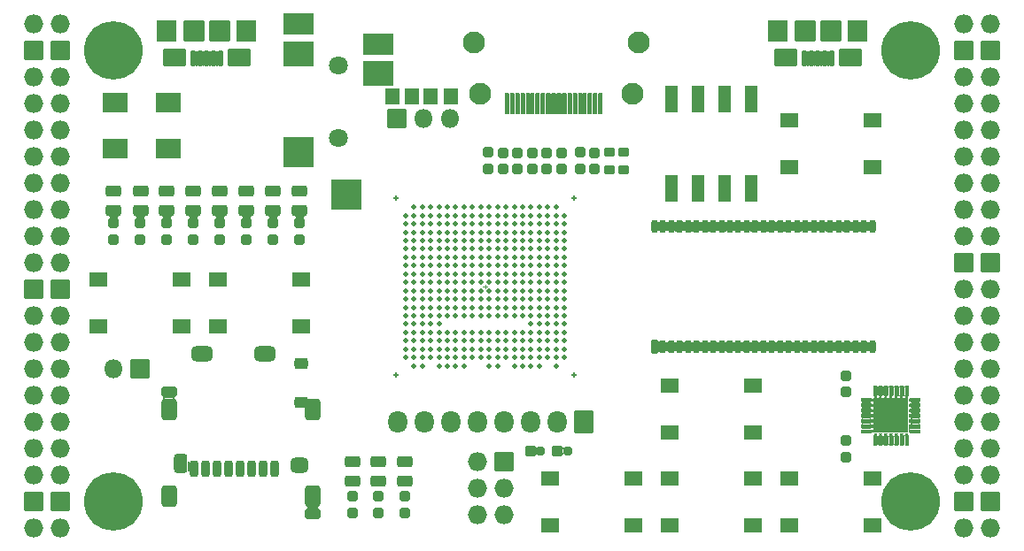
<source format=gts>
G04 #@! TF.GenerationSoftware,KiCad,Pcbnew,6.0.11+dfsg-1*
G04 #@! TF.CreationDate,2023-04-22T14:08:22+02:00*
G04 #@! TF.ProjectId,ulx3s,756c7833-732e-46b6-9963-61645f706362,v3.1.8*
G04 #@! TF.SameCoordinates,Original*
G04 #@! TF.FileFunction,Soldermask,Top*
G04 #@! TF.FilePolarity,Negative*
%FSLAX46Y46*%
G04 Gerber Fmt 4.6, Leading zero omitted, Abs format (unit mm)*
G04 Created by KiCad (PCBNEW 6.0.11+dfsg-1) date 2023-04-22 14:08:22*
%MOMM*%
%LPD*%
G01*
G04 APERTURE LIST*
G04 Aperture macros list*
%AMRoundRect*
0 Rectangle with rounded corners*
0 $1 Rounding radius*
0 $2 $3 $4 $5 $6 $7 $8 $9 X,Y pos of 4 corners*
0 Add a 4 corners polygon primitive as box body*
4,1,4,$2,$3,$4,$5,$6,$7,$8,$9,$2,$3,0*
0 Add four circle primitives for the rounded corners*
1,1,$1+$1,$2,$3*
1,1,$1+$1,$4,$5*
1,1,$1+$1,$6,$7*
1,1,$1+$1,$8,$9*
0 Add four rect primitives between the rounded corners*
20,1,$1+$1,$2,$3,$4,$5,0*
20,1,$1+$1,$4,$5,$6,$7,0*
20,1,$1+$1,$6,$7,$8,$9,0*
20,1,$1+$1,$8,$9,$2,$3,0*%
G04 Aperture macros list end*
%ADD10C,0.120000*%
%ADD11C,1.800000*%
%ADD12RoundRect,0.050000X-1.400000X1.000000X-1.400000X-1.000000X1.400000X-1.000000X1.400000X1.000000X0*%
%ADD13RoundRect,0.050000X-1.400000X1.400000X-1.400000X-1.400000X1.400000X-1.400000X1.400000X1.400000X0*%
%ADD14RoundRect,0.050000X-1.400000X1.100000X-1.400000X-1.100000X1.400000X-1.100000X1.400000X1.100000X0*%
%ADD15C,0.500000*%
%ADD16O,0.608000X0.227000*%
%ADD17O,0.227000X0.608000*%
%ADD18C,5.600000*%
%ADD19O,1.827200X1.827200*%
%ADD20RoundRect,0.050000X-0.863600X0.863600X-0.863600X-0.863600X0.863600X-0.863600X0.863600X0.863600X0*%
%ADD21RoundRect,0.050000X0.863600X-0.863600X0.863600X0.863600X-0.863600X0.863600X-0.863600X-0.863600X0*%
%ADD22RoundRect,0.050000X0.863600X1.016000X-0.863600X1.016000X-0.863600X-1.016000X0.863600X-1.016000X0*%
%ADD23O,1.827200X2.132000*%
%ADD24RoundRect,0.050000X0.280000X-0.600000X0.280000X0.600000X-0.280000X0.600000X-0.280000X-0.600000X0*%
%ADD25O,0.660000X1.300000*%
%ADD26RoundRect,0.293750X-0.456250X0.243750X-0.456250X-0.243750X0.456250X-0.243750X0.456250X0.243750X0*%
%ADD27RoundRect,0.268750X0.256250X-0.218750X0.256250X0.218750X-0.256250X0.218750X-0.256250X-0.218750X0*%
%ADD28RoundRect,0.293750X0.456250X-0.243750X0.456250X0.243750X-0.456250X0.243750X-0.456250X-0.243750X0*%
%ADD29C,2.100000*%
%ADD30RoundRect,0.050000X0.150000X0.950000X-0.150000X0.950000X-0.150000X-0.950000X0.150000X-0.950000X0*%
%ADD31RoundRect,0.268750X-0.256250X0.218750X-0.256250X-0.218750X0.256250X-0.218750X0.256250X0.218750X0*%
%ADD32RoundRect,0.050000X0.850000X-0.850000X0.850000X0.850000X-0.850000X0.850000X-0.850000X-0.850000X0*%
%ADD33O,1.800000X1.800000*%
%ADD34RoundRect,0.050000X-0.647500X-0.700000X0.647500X-0.700000X0.647500X0.700000X-0.647500X0.700000X0*%
%ADD35RoundRect,0.050000X0.200000X0.675000X-0.200000X0.675000X-0.200000X-0.675000X0.200000X-0.675000X0*%
%ADD36RoundRect,0.050000X0.900000X0.950000X-0.900000X0.950000X-0.900000X-0.950000X0.900000X-0.950000X0*%
%ADD37RoundRect,0.050000X1.050000X0.800000X-1.050000X0.800000X-1.050000X-0.800000X1.050000X-0.800000X0*%
%ADD38RoundRect,0.050000X0.950000X0.950000X-0.950000X0.950000X-0.950000X-0.950000X0.950000X-0.950000X0*%
%ADD39RoundRect,0.050000X-0.850000X0.850000X-0.850000X-0.850000X0.850000X-0.850000X0.850000X0.850000X0*%
%ADD40RoundRect,0.050000X1.100000X0.900000X-1.100000X0.900000X-1.100000X-0.900000X1.100000X-0.900000X0*%
%ADD41RoundRect,0.050000X0.775000X0.650000X-0.775000X0.650000X-0.775000X-0.650000X0.775000X-0.650000X0*%
%ADD42RoundRect,0.050000X-0.775000X-0.650000X0.775000X-0.650000X0.775000X0.650000X-0.775000X0.650000X0*%
%ADD43RoundRect,0.050000X0.560000X-1.220000X0.560000X1.220000X-0.560000X1.220000X-0.560000X-1.220000X0*%
%ADD44RoundRect,0.050000X0.475000X0.150000X-0.475000X0.150000X-0.475000X-0.150000X0.475000X-0.150000X0*%
%ADD45O,1.050000X0.400000*%
%ADD46O,0.400000X1.050000*%
%ADD47RoundRect,0.050000X0.812500X0.812500X-0.812500X0.812500X-0.812500X-0.812500X0.812500X-0.812500X0*%
%ADD48RoundRect,0.225000X-0.175000X-0.575000X0.175000X-0.575000X0.175000X0.575000X-0.175000X0.575000X0*%
%ADD49RoundRect,0.300000X0.350000X-0.250000X0.350000X0.250000X-0.350000X0.250000X-0.350000X-0.250000X0*%
%ADD50RoundRect,0.275000X-0.500000X-0.225000X0.500000X-0.225000X0.500000X0.225000X-0.500000X0.225000X0*%
%ADD51RoundRect,0.275000X0.500000X-0.225000X0.500000X0.225000X-0.500000X0.225000X-0.500000X-0.225000X0*%
%ADD52RoundRect,0.387500X-0.437500X0.337500X-0.437500X-0.337500X0.437500X-0.337500X0.437500X0.337500X0*%
%ADD53RoundRect,0.342500X-0.292500X0.607500X-0.292500X-0.607500X0.292500X-0.607500X0.292500X0.607500X0*%
%ADD54RoundRect,0.387500X-0.612500X0.337500X-0.612500X-0.337500X0.612500X-0.337500X0.612500X0.337500X0*%
%ADD55RoundRect,0.412500X-0.362500X-0.637500X0.362500X-0.637500X0.362500X0.637500X-0.362500X0.637500X0*%
%ADD56RoundRect,0.300000X-0.350000X0.250000X-0.350000X-0.250000X0.350000X-0.250000X0.350000X0.250000X0*%
%ADD57RoundRect,0.250000X0.275000X-0.200000X0.275000X0.200000X-0.275000X0.200000X-0.275000X-0.200000X0*%
%ADD58RoundRect,0.050000X0.425000X-0.425000X0.425000X0.425000X-0.425000X0.425000X-0.425000X-0.425000X0*%
%ADD59O,0.950000X0.950000*%
G04 APERTURE END LIST*
D10*
X138480000Y-87600000D02*
X138480000Y-88000000D01*
X138280000Y-87800000D02*
X138680000Y-87800000D01*
X138480000Y-87600000D02*
X138480000Y-88000000D01*
X138280000Y-87800000D02*
X138680000Y-87800000D01*
D11*
X124468000Y-73600000D03*
X124468000Y-66600000D03*
D12*
X120668000Y-62700000D03*
D13*
X120668000Y-74900000D03*
D14*
X128268000Y-67400000D03*
X120668000Y-65500000D03*
D13*
X125218000Y-79000000D03*
D12*
X128268000Y-64600000D03*
D15*
X131680000Y-80200000D03*
X132480000Y-80200000D03*
X133280000Y-80200000D03*
X134080000Y-80200000D03*
X134880000Y-80200000D03*
X135680000Y-80200000D03*
X136480000Y-80200000D03*
X137280000Y-80200000D03*
X138080000Y-80200000D03*
X138880000Y-80200000D03*
X139680000Y-80200000D03*
X140480000Y-80200000D03*
X141280000Y-80200000D03*
X142080000Y-80200000D03*
X142880000Y-80200000D03*
X143680000Y-80200000D03*
X144480000Y-80200000D03*
X145280000Y-80200000D03*
X130880000Y-81000000D03*
X131680000Y-81000000D03*
X132480000Y-81000000D03*
X133280000Y-81000000D03*
X134080000Y-81000000D03*
X134880000Y-81000000D03*
X135680000Y-81000000D03*
X136480000Y-81000000D03*
X137280000Y-81000000D03*
X138080000Y-81000000D03*
X138880000Y-81000000D03*
X139680000Y-81000000D03*
X140480000Y-81000000D03*
X141280000Y-81000000D03*
X142080000Y-81000000D03*
X142880000Y-81000000D03*
X143680000Y-81000000D03*
X144480000Y-81000000D03*
X145280000Y-81000000D03*
X146080000Y-81000000D03*
X130880000Y-81800000D03*
X131680000Y-81800000D03*
X132480000Y-81800000D03*
X133280000Y-81800000D03*
X134080000Y-81800000D03*
X134880000Y-81800000D03*
X135680000Y-81800000D03*
X136480000Y-81800000D03*
X137280000Y-81800000D03*
X138080000Y-81800000D03*
X138880000Y-81800000D03*
X139680000Y-81800000D03*
X140480000Y-81800000D03*
X141280000Y-81800000D03*
X142080000Y-81800000D03*
X142880000Y-81800000D03*
X143680000Y-81800000D03*
X144480000Y-81800000D03*
X145280000Y-81800000D03*
X146080000Y-81800000D03*
X130880000Y-82600000D03*
X131680000Y-82600000D03*
X132480000Y-82600000D03*
X133280000Y-82600000D03*
X134080000Y-82600000D03*
X134880000Y-82600000D03*
X135680000Y-82600000D03*
X136480000Y-82600000D03*
X137280000Y-82600000D03*
X138080000Y-82600000D03*
X138880000Y-82600000D03*
X139680000Y-82600000D03*
X140480000Y-82600000D03*
X141280000Y-82600000D03*
X142080000Y-82600000D03*
X142880000Y-82600000D03*
X143680000Y-82600000D03*
X144480000Y-82600000D03*
X145280000Y-82600000D03*
X146080000Y-82600000D03*
X130880000Y-83400000D03*
X131680000Y-83400000D03*
X132480000Y-83400000D03*
X133280000Y-83400000D03*
X134080000Y-83400000D03*
X134880000Y-83400000D03*
X135680000Y-83400000D03*
X136480000Y-83400000D03*
X137280000Y-83400000D03*
X138080000Y-83400000D03*
X138880000Y-83400000D03*
X139680000Y-83400000D03*
X140480000Y-83400000D03*
X141280000Y-83400000D03*
X142080000Y-83400000D03*
X142880000Y-83400000D03*
X143680000Y-83400000D03*
X144480000Y-83400000D03*
X145280000Y-83400000D03*
X146080000Y-83400000D03*
X130880000Y-84200000D03*
X131680000Y-84200000D03*
X132480000Y-84200000D03*
X133280000Y-84200000D03*
X134080000Y-84200000D03*
X134880000Y-84200000D03*
X135680000Y-84200000D03*
X136480000Y-84200000D03*
X137280000Y-84200000D03*
X138080000Y-84200000D03*
X138880000Y-84200000D03*
X139680000Y-84200000D03*
X140480000Y-84200000D03*
X141280000Y-84200000D03*
X142080000Y-84200000D03*
X142880000Y-84200000D03*
X143680000Y-84200000D03*
X144480000Y-84200000D03*
X145280000Y-84200000D03*
X146080000Y-84200000D03*
X130880000Y-85000000D03*
X131680000Y-85000000D03*
X132480000Y-85000000D03*
X133280000Y-85000000D03*
X134080000Y-85000000D03*
X134880000Y-85000000D03*
X135680000Y-85000000D03*
X136480000Y-85000000D03*
X137280000Y-85000000D03*
X138080000Y-85000000D03*
X138880000Y-85000000D03*
X139680000Y-85000000D03*
X140480000Y-85000000D03*
X141280000Y-85000000D03*
X142080000Y-85000000D03*
X142880000Y-85000000D03*
X143680000Y-85000000D03*
X144480000Y-85000000D03*
X145280000Y-85000000D03*
X146080000Y-85000000D03*
X130880000Y-85800000D03*
X131680000Y-85800000D03*
X132480000Y-85800000D03*
X133280000Y-85800000D03*
X134080000Y-85800000D03*
X134880000Y-85800000D03*
X135680000Y-85800000D03*
X136480000Y-85800000D03*
X137280000Y-85800000D03*
X138080000Y-85800000D03*
X138880000Y-85800000D03*
X139680000Y-85800000D03*
X140480000Y-85800000D03*
X141280000Y-85800000D03*
X142080000Y-85800000D03*
X142880000Y-85800000D03*
X143680000Y-85800000D03*
X144480000Y-85800000D03*
X145280000Y-85800000D03*
X146080000Y-85800000D03*
X130880000Y-86600000D03*
X131680000Y-86600000D03*
X132480000Y-86600000D03*
X133280000Y-86600000D03*
X134080000Y-86600000D03*
X134880000Y-86600000D03*
X135680000Y-86600000D03*
X136480000Y-86600000D03*
X137280000Y-86600000D03*
X138080000Y-86600000D03*
X138880000Y-86600000D03*
X139680000Y-86600000D03*
X140480000Y-86600000D03*
X141280000Y-86600000D03*
X142080000Y-86600000D03*
X142880000Y-86600000D03*
X143680000Y-86600000D03*
X144480000Y-86600000D03*
X145280000Y-86600000D03*
X146080000Y-86600000D03*
X130880000Y-87400000D03*
X131680000Y-87400000D03*
X132480000Y-87400000D03*
X133280000Y-87400000D03*
X134080000Y-87400000D03*
X134880000Y-87400000D03*
X135680000Y-87400000D03*
X136480000Y-87400000D03*
X137280000Y-87400000D03*
X138080000Y-87400000D03*
X138880000Y-87400000D03*
X139680000Y-87400000D03*
X140480000Y-87400000D03*
X141280000Y-87400000D03*
X142080000Y-87400000D03*
X142880000Y-87400000D03*
X143680000Y-87400000D03*
X144480000Y-87400000D03*
X145280000Y-87400000D03*
X146080000Y-87400000D03*
X130880000Y-88200000D03*
X131680000Y-88200000D03*
X132480000Y-88200000D03*
X133280000Y-88200000D03*
X134080000Y-88200000D03*
X134880000Y-88200000D03*
X135680000Y-88200000D03*
X136480000Y-88200000D03*
X137280000Y-88200000D03*
X138080000Y-88200000D03*
X138880000Y-88200000D03*
X139680000Y-88200000D03*
X140480000Y-88200000D03*
X141280000Y-88200000D03*
X142080000Y-88200000D03*
X142880000Y-88200000D03*
X143680000Y-88200000D03*
X144480000Y-88200000D03*
X145280000Y-88200000D03*
X146080000Y-88200000D03*
X130880000Y-89000000D03*
X131680000Y-89000000D03*
X132480000Y-89000000D03*
X133280000Y-89000000D03*
X134080000Y-89000000D03*
X134880000Y-89000000D03*
X135680000Y-89000000D03*
X136480000Y-89000000D03*
X137280000Y-89000000D03*
X138080000Y-89000000D03*
X138880000Y-89000000D03*
X139680000Y-89000000D03*
X140480000Y-89000000D03*
X141280000Y-89000000D03*
X142080000Y-89000000D03*
X142880000Y-89000000D03*
X143680000Y-89000000D03*
X144480000Y-89000000D03*
X145280000Y-89000000D03*
X146080000Y-89000000D03*
X130880000Y-89800000D03*
X131680000Y-89800000D03*
X132480000Y-89800000D03*
X133280000Y-89800000D03*
X134080000Y-89800000D03*
X134880000Y-89800000D03*
X135680000Y-89800000D03*
X136480000Y-89800000D03*
X137280000Y-89800000D03*
X138080000Y-89800000D03*
X138880000Y-89800000D03*
X139680000Y-89800000D03*
X140480000Y-89800000D03*
X141280000Y-89800000D03*
X142080000Y-89800000D03*
X142880000Y-89800000D03*
X143680000Y-89800000D03*
X144480000Y-89800000D03*
X145280000Y-89800000D03*
X146080000Y-89800000D03*
X130880000Y-90600000D03*
X131680000Y-90600000D03*
X132480000Y-90600000D03*
X133280000Y-90600000D03*
X134080000Y-90600000D03*
X134880000Y-90600000D03*
X135680000Y-90600000D03*
X136480000Y-90600000D03*
X137280000Y-90600000D03*
X138080000Y-90600000D03*
X138880000Y-90600000D03*
X139680000Y-90600000D03*
X140480000Y-90600000D03*
X141280000Y-90600000D03*
X142080000Y-90600000D03*
X142880000Y-90600000D03*
X143680000Y-90600000D03*
X144480000Y-90600000D03*
X145280000Y-90600000D03*
X146080000Y-90600000D03*
X130880000Y-91400000D03*
X131680000Y-91400000D03*
X132480000Y-91400000D03*
X133280000Y-91400000D03*
X134080000Y-91400000D03*
X142880000Y-91400000D03*
X143680000Y-91400000D03*
X144480000Y-91400000D03*
X145280000Y-91400000D03*
X146080000Y-91400000D03*
X130880000Y-92200000D03*
X131680000Y-92200000D03*
X132480000Y-92200000D03*
X133280000Y-92200000D03*
X134080000Y-92200000D03*
X134880000Y-92200000D03*
X135680000Y-92200000D03*
X136480000Y-92200000D03*
X137280000Y-92200000D03*
X138080000Y-92200000D03*
X138880000Y-92200000D03*
X139680000Y-92200000D03*
X140480000Y-92200000D03*
X141280000Y-92200000D03*
X142080000Y-92200000D03*
X142880000Y-92200000D03*
X143680000Y-92200000D03*
X144480000Y-92200000D03*
X145280000Y-92200000D03*
X146080000Y-92200000D03*
X130880000Y-93000000D03*
X131680000Y-93000000D03*
X132480000Y-93000000D03*
X133280000Y-93000000D03*
X134080000Y-93000000D03*
X134880000Y-93000000D03*
X135680000Y-93000000D03*
X136480000Y-93000000D03*
X137280000Y-93000000D03*
X138080000Y-93000000D03*
X138880000Y-93000000D03*
X139680000Y-93000000D03*
X140480000Y-93000000D03*
X141280000Y-93000000D03*
X142080000Y-93000000D03*
X142880000Y-93000000D03*
X143680000Y-93000000D03*
X144480000Y-93000000D03*
X145280000Y-93000000D03*
X146080000Y-93000000D03*
X130880000Y-93800000D03*
X131680000Y-93800000D03*
X132480000Y-93800000D03*
X133280000Y-93800000D03*
X134080000Y-93800000D03*
X134880000Y-93800000D03*
X135680000Y-93800000D03*
X136480000Y-93800000D03*
X137280000Y-93800000D03*
X138080000Y-93800000D03*
X138880000Y-93800000D03*
X139680000Y-93800000D03*
X140480000Y-93800000D03*
X141280000Y-93800000D03*
X142080000Y-93800000D03*
X142880000Y-93800000D03*
X143680000Y-93800000D03*
X144480000Y-93800000D03*
X145280000Y-93800000D03*
X146080000Y-93800000D03*
X130880000Y-94600000D03*
X131680000Y-94600000D03*
X132480000Y-94600000D03*
X133280000Y-94600000D03*
X134080000Y-94600000D03*
X134880000Y-94600000D03*
X135680000Y-94600000D03*
X136480000Y-94600000D03*
X137280000Y-94600000D03*
X138080000Y-94600000D03*
X138880000Y-94600000D03*
X139680000Y-94600000D03*
X140480000Y-94600000D03*
X141280000Y-94600000D03*
X142080000Y-94600000D03*
X142880000Y-94600000D03*
X143680000Y-94600000D03*
X144480000Y-94600000D03*
X145280000Y-94600000D03*
X146080000Y-94600000D03*
D16*
X129980000Y-96300000D03*
D17*
X129980000Y-96300000D03*
X129980000Y-79300000D03*
X146980000Y-96300000D03*
D16*
X146980000Y-79300000D03*
D17*
X146980000Y-79300000D03*
D16*
X146980000Y-96300000D03*
X129980000Y-79300000D03*
D15*
X131680000Y-95400000D03*
X132480000Y-95400000D03*
X134080000Y-95400000D03*
X134880000Y-95400000D03*
X135680000Y-95400000D03*
X136480000Y-95400000D03*
X138880000Y-95400000D03*
X139680000Y-95400000D03*
X141280000Y-95400000D03*
X142080000Y-95400000D03*
X142880000Y-95400000D03*
X143680000Y-95400000D03*
X145280000Y-95400000D03*
D18*
X102990000Y-108410000D03*
X179190000Y-108410000D03*
X179190000Y-65230000D03*
X102990000Y-65230000D03*
D19*
X97910000Y-62690000D03*
X95370000Y-62690000D03*
D20*
X97910000Y-65230000D03*
X95370000Y-65230000D03*
D19*
X97910000Y-67770000D03*
X95370000Y-67770000D03*
X97910000Y-70310000D03*
X95370000Y-70310000D03*
X97910000Y-72850000D03*
X95370000Y-72850000D03*
X97910000Y-75390000D03*
X95370000Y-75390000D03*
X97910000Y-77930000D03*
X95370000Y-77930000D03*
X97910000Y-80470000D03*
X95370000Y-80470000D03*
X97910000Y-83010000D03*
X95370000Y-83010000D03*
X97910000Y-85550000D03*
X95370000Y-85550000D03*
D20*
X97910000Y-88090000D03*
X95370000Y-88090000D03*
D19*
X97910000Y-90630000D03*
X95370000Y-90630000D03*
X97910000Y-93170000D03*
X95370000Y-93170000D03*
X97910000Y-95710000D03*
X95370000Y-95710000D03*
X97910000Y-98250000D03*
X95370000Y-98250000D03*
X97910000Y-100790000D03*
X95370000Y-100790000D03*
X97910000Y-103330000D03*
X95370000Y-103330000D03*
X97910000Y-105870000D03*
X95370000Y-105870000D03*
D20*
X97910000Y-108410000D03*
X95370000Y-108410000D03*
D19*
X97910000Y-110950000D03*
X95370000Y-110950000D03*
X184270000Y-110950000D03*
X186810000Y-110950000D03*
D21*
X184270000Y-108410000D03*
X186810000Y-108410000D03*
D19*
X184270000Y-105870000D03*
X186810000Y-105870000D03*
X184270000Y-103330000D03*
X186810000Y-103330000D03*
X184270000Y-100790000D03*
X186810000Y-100790000D03*
X184270000Y-98250000D03*
X186810000Y-98250000D03*
X184270000Y-95710000D03*
X186810000Y-95710000D03*
X184270000Y-93170000D03*
X186810000Y-93170000D03*
X184270000Y-90630000D03*
X186810000Y-90630000D03*
X184270000Y-88090000D03*
X186810000Y-88090000D03*
D21*
X184270000Y-85550000D03*
X186810000Y-85550000D03*
D19*
X184270000Y-83010000D03*
X186810000Y-83010000D03*
X184270000Y-80470000D03*
X186810000Y-80470000D03*
X184270000Y-77930000D03*
X186810000Y-77930000D03*
X184270000Y-75390000D03*
X186810000Y-75390000D03*
X184270000Y-72850000D03*
X186810000Y-72850000D03*
X184270000Y-70310000D03*
X186810000Y-70310000D03*
X184270000Y-67770000D03*
X186810000Y-67770000D03*
D21*
X184270000Y-65230000D03*
X186810000Y-65230000D03*
D19*
X184270000Y-62690000D03*
X186810000Y-62690000D03*
D22*
X147920000Y-100790000D03*
D23*
X145380000Y-100790000D03*
X142840000Y-100790000D03*
X140265000Y-100790000D03*
X137760000Y-100790000D03*
X135220000Y-100790000D03*
X132680000Y-100790000D03*
X130140000Y-100790000D03*
D24*
X154693000Y-93530000D03*
D25*
X155493000Y-93530000D03*
X156293000Y-93530000D03*
X157093000Y-93530000D03*
X157893000Y-93530000D03*
X158693000Y-93530000D03*
X159493000Y-93530000D03*
X160293000Y-93530000D03*
X161093000Y-93530000D03*
X161893000Y-93530000D03*
X162693000Y-93530000D03*
X163493000Y-93530000D03*
X164293000Y-93530000D03*
X165093000Y-93530000D03*
X165893000Y-93530000D03*
X166693000Y-93530000D03*
X167493000Y-93530000D03*
X168293000Y-93530000D03*
X169093000Y-93530000D03*
X169893000Y-93530000D03*
X170693000Y-93530000D03*
X171493000Y-93530000D03*
X172293000Y-93530000D03*
X173093000Y-93530000D03*
X173893000Y-93530000D03*
X174693000Y-93530000D03*
X175493000Y-93530000D03*
X175493000Y-82070000D03*
X174693000Y-82070000D03*
X173893000Y-82070000D03*
X173093000Y-82070000D03*
X172293000Y-82070000D03*
X171493000Y-82070000D03*
X170693000Y-82070000D03*
X169893000Y-82070000D03*
X169093000Y-82070000D03*
X168293000Y-82070000D03*
X167493000Y-82070000D03*
X166693000Y-82070000D03*
X165893000Y-82070000D03*
X165093000Y-82070000D03*
X164293000Y-82070000D03*
X163493000Y-82070000D03*
X162693000Y-82070000D03*
X161893000Y-82070000D03*
X161093000Y-82070000D03*
X160293000Y-82070000D03*
X159493000Y-82070000D03*
X158693000Y-82070000D03*
X157893000Y-82070000D03*
X157093000Y-82070000D03*
X156293000Y-82070000D03*
X155493000Y-82070000D03*
X154693000Y-82070000D03*
D26*
X118230000Y-78661500D03*
X118230000Y-80536500D03*
D27*
X140201000Y-76558500D03*
X140201000Y-74983500D03*
X142995000Y-76558500D03*
X142995000Y-74983500D03*
X145789000Y-76558500D03*
X145789000Y-74983500D03*
X148964000Y-76558500D03*
X148964000Y-74983500D03*
X138742800Y-76551100D03*
X138742800Y-74976100D03*
X141598000Y-76558500D03*
X141598000Y-74983500D03*
X144392000Y-76558500D03*
X144392000Y-74983500D03*
D28*
X130800000Y-106437500D03*
X130800000Y-104562500D03*
D29*
X138046000Y-69312000D03*
X152546000Y-69312000D03*
X137446000Y-64412000D03*
X153146000Y-64412000D03*
D30*
X140546000Y-70312000D03*
X141046000Y-70312000D03*
X141546000Y-70312000D03*
X142046000Y-70312000D03*
X142546000Y-70312000D03*
X143046000Y-70312000D03*
X143546000Y-70312000D03*
X144046000Y-70312000D03*
X144546000Y-70312000D03*
X145046000Y-70312000D03*
X145546000Y-70312000D03*
X146046000Y-70312000D03*
X146546000Y-70312000D03*
X147046000Y-70312000D03*
X147546000Y-70312000D03*
X148046000Y-70312000D03*
X148546000Y-70312000D03*
X149046000Y-70312000D03*
X149546000Y-70312000D03*
D27*
X120770000Y-83289500D03*
X120770000Y-81714500D03*
X118230000Y-83289500D03*
X118230000Y-81714500D03*
X115690000Y-83289500D03*
X115690000Y-81714500D03*
X113150000Y-83289500D03*
X113150000Y-81714500D03*
X110610000Y-83289500D03*
X110610000Y-81714500D03*
X108070000Y-83289500D03*
X108070000Y-81714500D03*
X105530000Y-83289500D03*
X105530000Y-81714500D03*
X147567000Y-76546500D03*
X147567000Y-74971500D03*
X102990000Y-83289500D03*
X102990000Y-81714500D03*
D31*
X128300000Y-107912500D03*
X128300000Y-109487500D03*
D26*
X120770000Y-78661500D03*
X120770000Y-80536500D03*
X115690000Y-78661500D03*
X115690000Y-80536500D03*
X113150000Y-78661500D03*
X113150000Y-80536500D03*
X108070000Y-78661500D03*
X108070000Y-80536500D03*
X105545000Y-78661500D03*
X105545000Y-80536500D03*
X102990000Y-78661500D03*
X102990000Y-80536500D03*
D28*
X128300000Y-106437500D03*
X128300000Y-104562500D03*
D26*
X125800000Y-104562500D03*
X125800000Y-106437500D03*
D27*
X130800000Y-109487500D03*
X130800000Y-107912500D03*
D32*
X130056000Y-71725000D03*
D33*
X132596000Y-71725000D03*
X135136000Y-71725000D03*
D20*
X140300000Y-104600000D03*
D19*
X137760000Y-104600000D03*
X140300000Y-107140000D03*
X137760000Y-107140000D03*
X140300000Y-109680000D03*
X137760000Y-109680000D03*
D34*
X129596500Y-69566000D03*
X131531500Y-69566000D03*
X133279500Y-69566000D03*
X135214500Y-69566000D03*
D35*
X113180000Y-66000000D03*
X112530000Y-66000000D03*
X111880000Y-66000000D03*
X111230000Y-66000000D03*
X110580000Y-66000000D03*
D36*
X108080000Y-63325000D03*
D37*
X108780000Y-65875000D03*
D38*
X113080000Y-63325000D03*
D36*
X115680000Y-63325000D03*
D38*
X110680000Y-63325000D03*
D37*
X114980000Y-65875000D03*
D35*
X171600000Y-66000000D03*
X170950000Y-66000000D03*
X170300000Y-66000000D03*
X169650000Y-66000000D03*
X169000000Y-66000000D03*
D38*
X169100000Y-63325000D03*
D36*
X174100000Y-63325000D03*
D37*
X173400000Y-65875000D03*
D38*
X171500000Y-63325000D03*
D37*
X167200000Y-65875000D03*
D36*
X166500000Y-63325000D03*
D39*
X105530000Y-95710000D03*
D33*
X102990000Y-95710000D03*
D40*
X108212000Y-70160000D03*
X103132000Y-70160000D03*
X103132000Y-74560000D03*
X108212000Y-74560000D03*
D41*
X175550000Y-76370000D03*
X167590000Y-76370000D03*
X175550000Y-71870000D03*
X167590000Y-71870000D03*
D42*
X101550000Y-87110000D03*
X109510000Y-87110000D03*
X101550000Y-91610000D03*
X109510000Y-91610000D03*
X120940000Y-87110000D03*
X112980000Y-87110000D03*
X120940000Y-91610000D03*
X112980000Y-91610000D03*
X164120000Y-97270000D03*
X156160000Y-97270000D03*
X156160000Y-101770000D03*
X164120000Y-101770000D03*
D41*
X164120000Y-110660000D03*
X156160000Y-110660000D03*
X164120000Y-106160000D03*
X156160000Y-106160000D03*
X144730000Y-110660000D03*
X152690000Y-110660000D03*
X144730000Y-106160000D03*
X152690000Y-106160000D03*
X175550000Y-110660000D03*
X167590000Y-110660000D03*
X175550000Y-106160000D03*
X167590000Y-106160000D03*
D27*
X172967000Y-97894500D03*
X172967000Y-96319500D03*
D43*
X156330000Y-78425000D03*
X158870000Y-78425000D03*
X161410000Y-78425000D03*
X163950000Y-78425000D03*
X163950000Y-69815000D03*
X161410000Y-69815000D03*
X158870000Y-69815000D03*
X156330000Y-69815000D03*
D26*
X110610000Y-78661500D03*
X110610000Y-80536500D03*
D44*
X179625000Y-101655000D03*
D45*
X179625000Y-101155000D03*
X179625000Y-100655000D03*
X179625000Y-100155000D03*
X179625000Y-99655000D03*
X179625000Y-99155000D03*
X179625000Y-98655000D03*
D46*
X178785000Y-97815000D03*
X178285000Y-97815000D03*
X177785000Y-97815000D03*
X177285000Y-97815000D03*
X176785000Y-97815000D03*
X176285000Y-97815000D03*
X175785000Y-97815000D03*
D45*
X174945000Y-98655000D03*
X174945000Y-99155000D03*
X174945000Y-99655000D03*
X174945000Y-100155000D03*
X174945000Y-100655000D03*
X174945000Y-101155000D03*
X174945000Y-101655000D03*
D46*
X175785000Y-102495000D03*
X176285000Y-102495000D03*
X176785000Y-102495000D03*
X177285000Y-102495000D03*
X177785000Y-102495000D03*
X178285000Y-102495000D03*
X178785000Y-102495000D03*
D47*
X176472500Y-100967500D03*
X178097500Y-100967500D03*
X178097500Y-99342500D03*
X176472500Y-99342500D03*
D31*
X172967000Y-102542500D03*
X172967000Y-104117500D03*
D48*
X118332000Y-105250000D03*
X117232000Y-105250000D03*
X116132000Y-105250000D03*
X115032000Y-105250000D03*
X113932000Y-105250000D03*
X112832000Y-105250000D03*
X111732000Y-105250000D03*
X110632000Y-105250000D03*
D49*
X120932000Y-95200000D03*
D50*
X122007000Y-109550000D03*
D51*
X108257000Y-97850000D03*
D52*
X120732000Y-104900000D03*
D53*
X109432000Y-104700000D03*
D54*
X111432000Y-94200000D03*
X117432000Y-94200000D03*
D55*
X122007000Y-107850000D03*
X108257000Y-107850000D03*
X108257000Y-99550000D03*
X122007000Y-99550000D03*
D56*
X120932000Y-98900000D03*
D57*
X151758000Y-76596000D03*
X151758000Y-74946000D03*
X150361000Y-76596000D03*
X150361000Y-74946000D03*
D31*
X125800000Y-107912500D03*
X125800000Y-109487500D03*
D58*
X145380000Y-103550000D03*
D59*
X146380000Y-103550000D03*
D58*
X142800000Y-103530000D03*
D59*
X143800000Y-103530000D03*
G36*
X121427513Y-108831955D02*
G01*
X121517657Y-108877886D01*
X121644655Y-108898000D01*
X122369345Y-108898000D01*
X122496343Y-108877886D01*
X122586487Y-108831955D01*
X122588484Y-108832060D01*
X122589392Y-108833842D01*
X122588604Y-108835330D01*
X122566946Y-108851770D01*
X122525634Y-108907730D01*
X122521154Y-108976844D01*
X122554818Y-109037530D01*
X122585379Y-109059579D01*
X122598415Y-109066221D01*
X122599504Y-109067898D01*
X122598596Y-109069680D01*
X122597117Y-109069965D01*
X122506801Y-109052000D01*
X121507199Y-109052000D01*
X121416883Y-109069965D01*
X121414989Y-109069322D01*
X121414599Y-109067360D01*
X121415585Y-109066221D01*
X121428502Y-109059639D01*
X121479071Y-109011879D01*
X121495720Y-108944653D01*
X121473334Y-108878963D01*
X121447160Y-108851850D01*
X121425396Y-108835330D01*
X121424621Y-108833486D01*
X121425830Y-108831893D01*
X121427513Y-108831955D01*
G37*
G36*
X110068919Y-104451222D02*
G01*
X110088595Y-104518234D01*
X110140938Y-104563589D01*
X110209491Y-104573446D01*
X110272728Y-104544566D01*
X110279082Y-104538645D01*
X110282901Y-104534819D01*
X110284832Y-104534300D01*
X110286247Y-104535713D01*
X110285979Y-104537343D01*
X110251012Y-104589675D01*
X110234000Y-104675199D01*
X110234000Y-105567762D01*
X110233000Y-105569494D01*
X110231000Y-105569494D01*
X110230081Y-105568325D01*
X110210405Y-105501313D01*
X110158062Y-105455958D01*
X110089509Y-105446101D01*
X110026341Y-105474950D01*
X110014935Y-105487279D01*
X110013025Y-105487872D01*
X110011557Y-105486513D01*
X110011654Y-105485076D01*
X110053387Y-105395579D01*
X110065000Y-105307368D01*
X110065000Y-104451785D01*
X110066000Y-104450053D01*
X110068000Y-104450053D01*
X110068919Y-104451222D01*
G37*
G36*
X145856772Y-103134254D02*
G01*
X145888461Y-103194835D01*
X145948646Y-103229108D01*
X146017940Y-103225394D01*
X146051914Y-103206974D01*
X146055299Y-103204377D01*
X146057282Y-103204116D01*
X146058499Y-103205703D01*
X146058015Y-103207288D01*
X145984680Y-103290324D01*
X145927687Y-103411713D01*
X145907055Y-103544222D01*
X145924444Y-103677193D01*
X145978453Y-103799940D01*
X146054044Y-103889865D01*
X146054393Y-103891834D01*
X146052862Y-103893121D01*
X146051792Y-103893017D01*
X145987141Y-103868023D01*
X145919294Y-103881939D01*
X145869645Y-103930421D01*
X145856876Y-103964969D01*
X145855338Y-103966247D01*
X145853462Y-103965554D01*
X145853000Y-103964276D01*
X145853000Y-103135181D01*
X145854000Y-103133449D01*
X145856000Y-103133449D01*
X145856772Y-103134254D01*
G37*
G36*
X143276772Y-103114254D02*
G01*
X143308461Y-103174835D01*
X143368646Y-103209108D01*
X143437940Y-103205394D01*
X143471914Y-103186974D01*
X143475299Y-103184377D01*
X143477282Y-103184116D01*
X143478499Y-103185703D01*
X143478015Y-103187288D01*
X143404680Y-103270324D01*
X143347687Y-103391713D01*
X143327055Y-103524222D01*
X143344444Y-103657193D01*
X143398453Y-103779940D01*
X143474044Y-103869865D01*
X143474393Y-103871834D01*
X143472862Y-103873121D01*
X143471792Y-103873017D01*
X143407141Y-103848023D01*
X143339294Y-103861939D01*
X143289645Y-103910421D01*
X143276876Y-103944969D01*
X143275338Y-103946247D01*
X143273462Y-103945554D01*
X143273000Y-103944276D01*
X143273000Y-103115181D01*
X143274000Y-103113449D01*
X143276000Y-103113449D01*
X143276772Y-103114254D01*
G37*
G36*
X178926278Y-101825742D02*
G01*
X178926668Y-101827704D01*
X178926309Y-101828343D01*
X178883114Y-101880031D01*
X178874484Y-101948748D01*
X178904475Y-102011429D01*
X178904873Y-102011815D01*
X178905422Y-102013738D01*
X178904031Y-102015175D01*
X178902371Y-102014915D01*
X178860758Y-101987109D01*
X178785000Y-101972040D01*
X178709242Y-101987109D01*
X178645021Y-102030021D01*
X178602109Y-102094242D01*
X178587000Y-102170199D01*
X178587000Y-102819801D01*
X178602109Y-102895758D01*
X178636950Y-102947901D01*
X178637081Y-102949897D01*
X178635418Y-102951008D01*
X178634001Y-102950544D01*
X178616630Y-102935968D01*
X178615192Y-102937682D01*
X178613313Y-102938366D01*
X178612280Y-102937844D01*
X178591312Y-102917855D01*
X178523305Y-102904754D01*
X178458915Y-102930540D01*
X178455321Y-102934688D01*
X178454597Y-102934938D01*
X178435998Y-102950545D01*
X178434028Y-102950892D01*
X178432742Y-102949360D01*
X178433049Y-102947902D01*
X178467891Y-102895758D01*
X178483000Y-102819801D01*
X178483000Y-102170199D01*
X178467891Y-102094242D01*
X178424979Y-102030021D01*
X178360758Y-101987109D01*
X178285000Y-101972040D01*
X178209242Y-101987109D01*
X178145021Y-102030021D01*
X178102109Y-102094242D01*
X178087000Y-102170199D01*
X178087000Y-102819801D01*
X178102109Y-102895758D01*
X178136950Y-102947901D01*
X178137081Y-102949897D01*
X178135418Y-102951008D01*
X178134001Y-102950544D01*
X178116630Y-102935968D01*
X178115192Y-102937682D01*
X178113313Y-102938366D01*
X178112280Y-102937844D01*
X178091312Y-102917855D01*
X178023305Y-102904754D01*
X177958915Y-102930540D01*
X177955321Y-102934688D01*
X177954597Y-102934938D01*
X177935998Y-102950545D01*
X177934028Y-102950892D01*
X177932742Y-102949360D01*
X177933049Y-102947902D01*
X177967891Y-102895758D01*
X177983000Y-102819801D01*
X177983000Y-102170199D01*
X177967891Y-102094242D01*
X177924979Y-102030021D01*
X177860758Y-101987109D01*
X177785000Y-101972040D01*
X177709242Y-101987109D01*
X177645021Y-102030021D01*
X177602109Y-102094242D01*
X177587000Y-102170199D01*
X177587000Y-102819801D01*
X177602109Y-102895758D01*
X177636950Y-102947901D01*
X177637081Y-102949897D01*
X177635418Y-102951008D01*
X177634001Y-102950544D01*
X177616630Y-102935968D01*
X177615192Y-102937682D01*
X177613313Y-102938366D01*
X177612280Y-102937844D01*
X177591312Y-102917855D01*
X177523305Y-102904754D01*
X177458915Y-102930540D01*
X177455321Y-102934688D01*
X177454597Y-102934938D01*
X177435998Y-102950545D01*
X177434028Y-102950892D01*
X177432742Y-102949360D01*
X177433049Y-102947902D01*
X177467891Y-102895758D01*
X177483000Y-102819801D01*
X177483000Y-102170199D01*
X177467891Y-102094242D01*
X177424979Y-102030021D01*
X177360758Y-101987109D01*
X177285000Y-101972040D01*
X177209242Y-101987109D01*
X177145021Y-102030021D01*
X177102109Y-102094242D01*
X177087000Y-102170199D01*
X177087000Y-102819801D01*
X177102109Y-102895758D01*
X177136950Y-102947901D01*
X177137081Y-102949897D01*
X177135418Y-102951008D01*
X177134001Y-102950544D01*
X177116630Y-102935968D01*
X177115192Y-102937682D01*
X177113313Y-102938366D01*
X177112280Y-102937844D01*
X177091312Y-102917855D01*
X177023305Y-102904754D01*
X176958915Y-102930540D01*
X176955321Y-102934688D01*
X176954597Y-102934938D01*
X176935998Y-102950545D01*
X176934028Y-102950892D01*
X176932742Y-102949360D01*
X176933049Y-102947902D01*
X176967891Y-102895758D01*
X176983000Y-102819801D01*
X176983000Y-102170199D01*
X176967891Y-102094242D01*
X176924979Y-102030021D01*
X176860758Y-101987109D01*
X176785000Y-101972040D01*
X176709242Y-101987109D01*
X176645021Y-102030021D01*
X176602109Y-102094242D01*
X176587000Y-102170199D01*
X176587000Y-102819801D01*
X176602109Y-102895758D01*
X176636950Y-102947901D01*
X176637081Y-102949897D01*
X176635418Y-102951008D01*
X176634001Y-102950544D01*
X176616630Y-102935968D01*
X176615192Y-102937682D01*
X176613313Y-102938366D01*
X176612280Y-102937844D01*
X176591312Y-102917855D01*
X176523305Y-102904754D01*
X176458915Y-102930540D01*
X176455321Y-102934688D01*
X176454597Y-102934938D01*
X176435998Y-102950545D01*
X176434028Y-102950892D01*
X176432742Y-102949360D01*
X176433049Y-102947902D01*
X176467891Y-102895758D01*
X176483000Y-102819801D01*
X176483000Y-102170199D01*
X176467891Y-102094242D01*
X176424979Y-102030021D01*
X176360758Y-101987109D01*
X176285000Y-101972040D01*
X176209242Y-101987109D01*
X176145021Y-102030021D01*
X176102109Y-102094242D01*
X176087000Y-102170199D01*
X176087000Y-102819801D01*
X176102109Y-102895758D01*
X176136950Y-102947901D01*
X176137081Y-102949897D01*
X176135418Y-102951008D01*
X176134001Y-102950544D01*
X176116630Y-102935968D01*
X176115192Y-102937682D01*
X176113313Y-102938366D01*
X176112280Y-102937844D01*
X176091312Y-102917855D01*
X176023305Y-102904754D01*
X175958915Y-102930540D01*
X175955321Y-102934688D01*
X175954597Y-102934938D01*
X175935998Y-102950545D01*
X175934028Y-102950892D01*
X175932742Y-102949360D01*
X175933049Y-102947902D01*
X175967891Y-102895758D01*
X175983000Y-102819801D01*
X175983000Y-102170199D01*
X175967891Y-102094242D01*
X175924979Y-102030021D01*
X175860758Y-101987109D01*
X175785000Y-101972040D01*
X175709242Y-101987109D01*
X175659931Y-102020058D01*
X175657935Y-102020189D01*
X175656824Y-102018526D01*
X175657155Y-102017287D01*
X175691555Y-101965582D01*
X175692654Y-101896330D01*
X175656021Y-101837289D01*
X175645167Y-101828874D01*
X175644410Y-101827022D01*
X175645636Y-101825441D01*
X175646782Y-101825331D01*
X175660199Y-101828000D01*
X176026699Y-101828000D01*
X176028431Y-101829000D01*
X176028431Y-101831000D01*
X176027262Y-101831919D01*
X175960247Y-101851596D01*
X175914892Y-101903939D01*
X175905035Y-101972492D01*
X175927902Y-102022563D01*
X175927834Y-102023271D01*
X175928343Y-102024151D01*
X175928567Y-102024365D01*
X175929006Y-102024981D01*
X175933897Y-102035690D01*
X175947694Y-102049269D01*
X175953371Y-102054032D01*
X175954808Y-102052319D01*
X175956687Y-102051634D01*
X175957720Y-102052156D01*
X175978688Y-102072145D01*
X176046695Y-102085246D01*
X176111085Y-102059460D01*
X176114679Y-102055312D01*
X176115403Y-102055062D01*
X176122143Y-102049406D01*
X176129828Y-102037854D01*
X176129982Y-102037652D01*
X176141530Y-102024325D01*
X176141424Y-102024264D01*
X176140425Y-102022531D01*
X176140760Y-102021424D01*
X176160672Y-101991496D01*
X176161771Y-101922245D01*
X176125258Y-101863396D01*
X176062525Y-101833535D01*
X176043143Y-101831994D01*
X176041495Y-101830860D01*
X176041654Y-101828866D01*
X176043301Y-101828000D01*
X176526695Y-101828000D01*
X176528427Y-101829000D01*
X176528427Y-101831000D01*
X176527258Y-101831919D01*
X176460246Y-101851595D01*
X176414891Y-101903938D01*
X176405034Y-101972491D01*
X176427902Y-102022563D01*
X176427834Y-102023271D01*
X176428343Y-102024151D01*
X176428566Y-102024364D01*
X176429005Y-102024980D01*
X176433896Y-102035689D01*
X176447691Y-102049267D01*
X176453369Y-102054031D01*
X176454807Y-102052317D01*
X176456686Y-102051633D01*
X176457719Y-102052155D01*
X176478688Y-102072145D01*
X176546695Y-102085246D01*
X176611086Y-102059460D01*
X176614682Y-102055310D01*
X176615406Y-102055060D01*
X176622146Y-102049404D01*
X176629834Y-102037848D01*
X176629987Y-102037646D01*
X176641529Y-102024325D01*
X176641425Y-102024265D01*
X176640425Y-102022533D01*
X176640760Y-102021425D01*
X176660673Y-101991494D01*
X176661772Y-101922242D01*
X176625259Y-101863394D01*
X176562524Y-101833534D01*
X176543157Y-101831994D01*
X176541509Y-101830860D01*
X176541668Y-101828866D01*
X176543315Y-101828000D01*
X177026695Y-101828000D01*
X177028427Y-101829000D01*
X177028427Y-101831000D01*
X177027258Y-101831919D01*
X176960246Y-101851595D01*
X176914891Y-101903938D01*
X176905034Y-101972491D01*
X176927902Y-102022563D01*
X176927834Y-102023271D01*
X176928343Y-102024151D01*
X176928566Y-102024364D01*
X176929005Y-102024980D01*
X176933896Y-102035689D01*
X176947691Y-102049267D01*
X176953369Y-102054031D01*
X176954807Y-102052317D01*
X176956686Y-102051633D01*
X176957719Y-102052155D01*
X176978688Y-102072145D01*
X177046695Y-102085246D01*
X177111086Y-102059460D01*
X177114682Y-102055310D01*
X177115406Y-102055060D01*
X177122146Y-102049404D01*
X177129834Y-102037848D01*
X177129987Y-102037646D01*
X177141529Y-102024325D01*
X177141425Y-102024265D01*
X177140425Y-102022533D01*
X177140760Y-102021425D01*
X177160673Y-101991494D01*
X177161772Y-101922242D01*
X177125259Y-101863394D01*
X177062524Y-101833534D01*
X177043157Y-101831994D01*
X177041509Y-101830860D01*
X177041668Y-101828866D01*
X177043315Y-101828000D01*
X177526699Y-101828000D01*
X177528431Y-101829000D01*
X177528431Y-101831000D01*
X177527262Y-101831919D01*
X177460247Y-101851596D01*
X177414892Y-101903939D01*
X177405035Y-101972492D01*
X177427902Y-102022563D01*
X177427834Y-102023271D01*
X177428343Y-102024151D01*
X177428567Y-102024365D01*
X177429006Y-102024981D01*
X177433897Y-102035690D01*
X177447694Y-102049269D01*
X177453371Y-102054032D01*
X177454808Y-102052319D01*
X177456687Y-102051634D01*
X177457720Y-102052156D01*
X177478688Y-102072145D01*
X177546695Y-102085246D01*
X177611085Y-102059460D01*
X177614679Y-102055312D01*
X177615403Y-102055062D01*
X177622143Y-102049406D01*
X177629828Y-102037854D01*
X177629982Y-102037652D01*
X177641530Y-102024325D01*
X177641424Y-102024264D01*
X177640425Y-102022531D01*
X177640760Y-102021424D01*
X177660672Y-101991496D01*
X177661771Y-101922245D01*
X177625258Y-101863396D01*
X177562525Y-101833535D01*
X177543143Y-101831994D01*
X177541495Y-101830860D01*
X177541654Y-101828866D01*
X177543301Y-101828000D01*
X178026699Y-101828000D01*
X178028431Y-101829000D01*
X178028431Y-101831000D01*
X178027262Y-101831919D01*
X177960247Y-101851596D01*
X177914892Y-101903939D01*
X177905035Y-101972492D01*
X177927902Y-102022563D01*
X177927834Y-102023271D01*
X177928343Y-102024151D01*
X177928567Y-102024365D01*
X177929006Y-102024981D01*
X177933897Y-102035690D01*
X177947694Y-102049269D01*
X177953371Y-102054032D01*
X177954808Y-102052319D01*
X177956687Y-102051634D01*
X177957720Y-102052156D01*
X177978688Y-102072145D01*
X178046695Y-102085246D01*
X178111085Y-102059460D01*
X178114674Y-102055318D01*
X178115398Y-102055068D01*
X178122136Y-102049414D01*
X178129828Y-102037855D01*
X178129981Y-102037653D01*
X178141529Y-102024325D01*
X178141425Y-102024265D01*
X178140425Y-102022533D01*
X178140760Y-102021425D01*
X178160670Y-101991503D01*
X178161775Y-101922254D01*
X178125264Y-101863402D01*
X178062534Y-101833537D01*
X178043143Y-101831994D01*
X178041496Y-101830859D01*
X178041655Y-101828866D01*
X178043302Y-101828000D01*
X178526695Y-101828000D01*
X178528427Y-101829000D01*
X178528427Y-101831000D01*
X178527258Y-101831919D01*
X178460246Y-101851595D01*
X178414891Y-101903938D01*
X178405034Y-101972491D01*
X178427902Y-102022563D01*
X178427834Y-102023271D01*
X178428343Y-102024151D01*
X178428566Y-102024364D01*
X178429005Y-102024980D01*
X178433896Y-102035689D01*
X178447691Y-102049267D01*
X178453369Y-102054031D01*
X178454807Y-102052317D01*
X178456686Y-102051633D01*
X178457719Y-102052155D01*
X178478688Y-102072145D01*
X178546695Y-102085246D01*
X178611086Y-102059460D01*
X178614682Y-102055310D01*
X178615406Y-102055060D01*
X178622146Y-102049404D01*
X178629834Y-102037848D01*
X178629987Y-102037646D01*
X178641529Y-102024325D01*
X178641425Y-102024265D01*
X178640425Y-102022533D01*
X178640760Y-102021425D01*
X178660673Y-101991494D01*
X178661772Y-101922242D01*
X178625259Y-101863394D01*
X178562524Y-101833534D01*
X178543157Y-101831994D01*
X178541509Y-101830860D01*
X178541668Y-101828866D01*
X178543315Y-101828000D01*
X178909801Y-101828000D01*
X178924384Y-101825099D01*
X178926278Y-101825742D01*
G37*
G36*
X178958344Y-98513691D02*
G01*
X179010030Y-98556885D01*
X179078746Y-98565516D01*
X179141428Y-98535527D01*
X179141815Y-98535127D01*
X179143738Y-98534578D01*
X179145175Y-98535969D01*
X179144915Y-98537629D01*
X179117109Y-98579242D01*
X179102040Y-98655000D01*
X179117109Y-98730758D01*
X179160021Y-98794979D01*
X179224242Y-98837891D01*
X179300199Y-98853000D01*
X179949801Y-98853000D01*
X180025758Y-98837891D01*
X180077901Y-98803050D01*
X180079897Y-98802919D01*
X180081008Y-98804582D01*
X180080544Y-98805999D01*
X180065968Y-98823370D01*
X180067682Y-98824808D01*
X180068366Y-98826687D01*
X180067844Y-98827720D01*
X180047855Y-98848688D01*
X180034754Y-98916695D01*
X180060540Y-98981085D01*
X180064688Y-98984679D01*
X180064938Y-98985403D01*
X180080545Y-99004002D01*
X180080892Y-99005972D01*
X180079360Y-99007258D01*
X180077902Y-99006951D01*
X180025758Y-98972109D01*
X179949801Y-98957000D01*
X179300199Y-98957000D01*
X179224242Y-98972109D01*
X179160021Y-99015021D01*
X179117109Y-99079242D01*
X179102040Y-99155000D01*
X179117109Y-99230758D01*
X179160021Y-99294979D01*
X179224242Y-99337891D01*
X179300199Y-99353000D01*
X179949801Y-99353000D01*
X180025758Y-99337891D01*
X180077901Y-99303050D01*
X180079897Y-99302919D01*
X180081008Y-99304582D01*
X180080544Y-99305999D01*
X180065968Y-99323370D01*
X180067682Y-99324808D01*
X180068366Y-99326687D01*
X180067844Y-99327720D01*
X180047855Y-99348688D01*
X180034754Y-99416695D01*
X180060540Y-99481085D01*
X180064688Y-99484679D01*
X180064938Y-99485403D01*
X180080545Y-99504002D01*
X180080892Y-99505972D01*
X180079360Y-99507258D01*
X180077902Y-99506951D01*
X180025758Y-99472109D01*
X179949801Y-99457000D01*
X179300199Y-99457000D01*
X179224242Y-99472109D01*
X179160021Y-99515021D01*
X179117109Y-99579242D01*
X179102040Y-99655000D01*
X179117109Y-99730758D01*
X179160021Y-99794979D01*
X179224242Y-99837891D01*
X179300199Y-99853000D01*
X179949801Y-99853000D01*
X180025758Y-99837891D01*
X180077901Y-99803050D01*
X180079897Y-99802919D01*
X180081008Y-99804582D01*
X180080544Y-99805999D01*
X180065968Y-99823370D01*
X180067682Y-99824808D01*
X180068366Y-99826687D01*
X180067844Y-99827720D01*
X180047855Y-99848688D01*
X180034754Y-99916695D01*
X180060540Y-99981085D01*
X180064688Y-99984679D01*
X180064938Y-99985403D01*
X180080545Y-100004002D01*
X180080892Y-100005972D01*
X180079360Y-100007258D01*
X180077902Y-100006951D01*
X180025758Y-99972109D01*
X179949801Y-99957000D01*
X179300199Y-99957000D01*
X179224242Y-99972109D01*
X179160021Y-100015021D01*
X179117109Y-100079242D01*
X179102040Y-100155000D01*
X179117109Y-100230758D01*
X179160021Y-100294979D01*
X179224242Y-100337891D01*
X179300199Y-100353000D01*
X179949801Y-100353000D01*
X180025758Y-100337891D01*
X180077901Y-100303050D01*
X180079897Y-100302919D01*
X180081008Y-100304582D01*
X180080544Y-100305999D01*
X180065968Y-100323370D01*
X180067682Y-100324808D01*
X180068366Y-100326687D01*
X180067844Y-100327720D01*
X180047855Y-100348688D01*
X180034754Y-100416695D01*
X180060540Y-100481085D01*
X180064688Y-100484679D01*
X180064938Y-100485403D01*
X180080545Y-100504002D01*
X180080892Y-100505972D01*
X180079360Y-100507258D01*
X180077902Y-100506951D01*
X180025758Y-100472109D01*
X179949801Y-100457000D01*
X179300199Y-100457000D01*
X179224242Y-100472109D01*
X179160021Y-100515021D01*
X179117109Y-100579242D01*
X179102040Y-100655000D01*
X179117109Y-100730758D01*
X179160021Y-100794979D01*
X179224242Y-100837891D01*
X179300199Y-100853000D01*
X179949801Y-100853000D01*
X180025758Y-100837891D01*
X180077901Y-100803050D01*
X180079897Y-100802919D01*
X180081008Y-100804582D01*
X180080544Y-100805999D01*
X180065968Y-100823370D01*
X180067682Y-100824808D01*
X180068366Y-100826687D01*
X180067844Y-100827720D01*
X180047855Y-100848688D01*
X180034754Y-100916695D01*
X180060540Y-100981085D01*
X180064688Y-100984679D01*
X180064938Y-100985403D01*
X180080545Y-101004002D01*
X180080892Y-101005972D01*
X180079360Y-101007258D01*
X180077902Y-101006951D01*
X180025758Y-100972109D01*
X179949801Y-100957000D01*
X179300199Y-100957000D01*
X179224242Y-100972109D01*
X179160021Y-101015021D01*
X179117109Y-101079242D01*
X179102040Y-101155000D01*
X179117109Y-101230758D01*
X179160021Y-101294979D01*
X179224242Y-101337891D01*
X179300199Y-101353000D01*
X179949801Y-101353000D01*
X180025758Y-101337891D01*
X180089979Y-101294979D01*
X180091543Y-101292638D01*
X180093337Y-101291753D01*
X180095000Y-101292864D01*
X180095038Y-101294551D01*
X180072481Y-101346093D01*
X180083426Y-101414500D01*
X180120601Y-101457489D01*
X180120977Y-101459453D01*
X180119465Y-101460761D01*
X180118698Y-101460759D01*
X180099801Y-101457000D01*
X179150199Y-101457000D01*
X179131645Y-101460691D01*
X179116087Y-101471087D01*
X179105691Y-101486645D01*
X179102000Y-101505199D01*
X179102000Y-101804801D01*
X179105691Y-101823355D01*
X179112821Y-101834026D01*
X179112952Y-101836022D01*
X179111289Y-101837133D01*
X179110047Y-101836800D01*
X179097215Y-101828226D01*
X179097043Y-101828098D01*
X179066075Y-101802217D01*
X178997284Y-101793575D01*
X178949257Y-101812472D01*
X178947279Y-101812176D01*
X178946547Y-101810315D01*
X178946862Y-101809500D01*
X178954309Y-101798355D01*
X178958000Y-101779801D01*
X178958000Y-100913305D01*
X178959000Y-100911573D01*
X178961000Y-100911573D01*
X178961919Y-100912742D01*
X178981595Y-100979754D01*
X179033938Y-101025109D01*
X179102491Y-101034966D01*
X179152563Y-101012098D01*
X179153271Y-101012166D01*
X179154151Y-101011657D01*
X179154364Y-101011434D01*
X179154980Y-101010995D01*
X179165689Y-101006104D01*
X179179267Y-100992309D01*
X179184031Y-100986631D01*
X179182317Y-100985193D01*
X179181633Y-100983314D01*
X179182155Y-100982281D01*
X179202145Y-100961312D01*
X179215246Y-100893305D01*
X179189460Y-100828914D01*
X179185310Y-100825318D01*
X179185060Y-100824594D01*
X179179404Y-100817854D01*
X179167848Y-100810166D01*
X179167646Y-100810013D01*
X179154325Y-100798471D01*
X179154265Y-100798575D01*
X179152533Y-100799575D01*
X179151425Y-100799240D01*
X179121494Y-100779327D01*
X179052242Y-100778228D01*
X178993394Y-100814741D01*
X178963534Y-100877476D01*
X178961994Y-100896843D01*
X178960860Y-100898491D01*
X178958866Y-100898332D01*
X178958000Y-100896685D01*
X178958000Y-100413305D01*
X178959000Y-100411573D01*
X178961000Y-100411573D01*
X178961919Y-100412742D01*
X178981595Y-100479754D01*
X179033938Y-100525109D01*
X179102491Y-100534966D01*
X179152563Y-100512098D01*
X179153271Y-100512166D01*
X179154151Y-100511657D01*
X179154364Y-100511434D01*
X179154980Y-100510995D01*
X179165689Y-100506104D01*
X179179267Y-100492309D01*
X179184031Y-100486631D01*
X179182317Y-100485193D01*
X179181633Y-100483314D01*
X179182155Y-100482281D01*
X179202145Y-100461312D01*
X179215246Y-100393305D01*
X179189460Y-100328914D01*
X179185310Y-100325318D01*
X179185060Y-100324594D01*
X179179404Y-100317854D01*
X179167848Y-100310166D01*
X179167646Y-100310013D01*
X179154325Y-100298471D01*
X179154265Y-100298575D01*
X179152533Y-100299575D01*
X179151425Y-100299240D01*
X179121494Y-100279327D01*
X179052242Y-100278228D01*
X178993394Y-100314741D01*
X178963534Y-100377476D01*
X178961994Y-100396843D01*
X178960860Y-100398491D01*
X178958866Y-100398332D01*
X178958000Y-100396685D01*
X178958000Y-99913302D01*
X178959000Y-99911570D01*
X178961000Y-99911570D01*
X178961919Y-99912739D01*
X178981596Y-99979753D01*
X179033939Y-100025108D01*
X179102492Y-100034965D01*
X179152563Y-100012098D01*
X179153271Y-100012166D01*
X179154151Y-100011657D01*
X179154365Y-100011433D01*
X179154981Y-100010994D01*
X179165690Y-100006103D01*
X179179269Y-99992306D01*
X179184032Y-99986629D01*
X179182319Y-99985192D01*
X179181634Y-99983313D01*
X179182156Y-99982280D01*
X179202145Y-99961312D01*
X179215246Y-99893305D01*
X179189460Y-99828915D01*
X179185312Y-99825321D01*
X179185062Y-99824597D01*
X179179406Y-99817857D01*
X179167854Y-99810172D01*
X179167652Y-99810018D01*
X179154325Y-99798470D01*
X179154264Y-99798576D01*
X179152531Y-99799575D01*
X179151424Y-99799240D01*
X179121496Y-99779328D01*
X179052245Y-99778229D01*
X178993396Y-99814742D01*
X178963535Y-99877475D01*
X178961994Y-99896856D01*
X178960860Y-99898504D01*
X178958866Y-99898345D01*
X178958000Y-99896698D01*
X178958000Y-99413302D01*
X178959000Y-99411570D01*
X178961000Y-99411570D01*
X178961919Y-99412739D01*
X178981596Y-99479753D01*
X179033939Y-99525108D01*
X179102492Y-99534965D01*
X179152563Y-99512098D01*
X179153271Y-99512166D01*
X179154151Y-99511657D01*
X179154365Y-99511433D01*
X179154981Y-99510994D01*
X179165690Y-99506103D01*
X179179269Y-99492306D01*
X179184032Y-99486629D01*
X179182319Y-99485192D01*
X179181634Y-99483313D01*
X179182156Y-99482280D01*
X179202145Y-99461312D01*
X179215246Y-99393305D01*
X179189460Y-99328915D01*
X179185318Y-99325326D01*
X179185068Y-99324602D01*
X179179414Y-99317864D01*
X179167855Y-99310172D01*
X179167653Y-99310019D01*
X179154325Y-99298471D01*
X179154265Y-99298575D01*
X179152533Y-99299575D01*
X179151425Y-99299240D01*
X179121503Y-99279330D01*
X179052254Y-99278225D01*
X178993402Y-99314736D01*
X178963537Y-99377466D01*
X178961994Y-99396857D01*
X178960859Y-99398504D01*
X178958866Y-99398345D01*
X178958000Y-99396698D01*
X178958000Y-98913305D01*
X178959000Y-98911573D01*
X178961000Y-98911573D01*
X178961919Y-98912742D01*
X178981595Y-98979754D01*
X179033938Y-99025109D01*
X179102491Y-99034966D01*
X179152563Y-99012098D01*
X179153271Y-99012166D01*
X179154151Y-99011657D01*
X179154364Y-99011434D01*
X179154980Y-99010995D01*
X179165689Y-99006104D01*
X179179267Y-98992309D01*
X179184031Y-98986631D01*
X179182317Y-98985193D01*
X179181633Y-98983314D01*
X179182155Y-98982281D01*
X179202145Y-98961312D01*
X179215246Y-98893305D01*
X179189460Y-98828914D01*
X179185310Y-98825318D01*
X179185060Y-98824594D01*
X179179404Y-98817854D01*
X179167848Y-98810166D01*
X179167646Y-98810013D01*
X179154325Y-98798471D01*
X179154265Y-98798575D01*
X179152533Y-98799575D01*
X179151425Y-98799240D01*
X179121494Y-98779327D01*
X179052242Y-98778228D01*
X178993394Y-98814741D01*
X178963534Y-98877476D01*
X178961994Y-98896843D01*
X178960860Y-98898491D01*
X178958866Y-98898332D01*
X178958000Y-98896685D01*
X178958000Y-98530199D01*
X178955099Y-98515616D01*
X178955742Y-98513722D01*
X178957704Y-98513332D01*
X178958344Y-98513691D01*
G37*
G36*
X175614559Y-98515636D02*
G01*
X175614669Y-98516782D01*
X175612000Y-98530199D01*
X175612000Y-98896698D01*
X175611000Y-98898430D01*
X175609000Y-98898430D01*
X175608081Y-98897261D01*
X175588404Y-98830247D01*
X175536061Y-98784892D01*
X175467508Y-98775035D01*
X175417437Y-98797902D01*
X175416729Y-98797834D01*
X175415849Y-98798343D01*
X175415635Y-98798567D01*
X175415019Y-98799006D01*
X175404310Y-98803897D01*
X175390731Y-98817694D01*
X175385968Y-98823371D01*
X175387681Y-98824808D01*
X175388366Y-98826687D01*
X175387844Y-98827720D01*
X175367855Y-98848688D01*
X175354754Y-98916695D01*
X175380540Y-98981085D01*
X175384688Y-98984679D01*
X175384938Y-98985403D01*
X175390594Y-98992143D01*
X175402146Y-98999828D01*
X175402348Y-98999982D01*
X175415675Y-99011530D01*
X175415736Y-99011424D01*
X175417469Y-99010425D01*
X175418576Y-99010760D01*
X175448504Y-99030672D01*
X175517755Y-99031771D01*
X175576604Y-98995258D01*
X175606465Y-98932525D01*
X175608006Y-98913144D01*
X175609140Y-98911496D01*
X175611134Y-98911655D01*
X175612000Y-98913302D01*
X175612000Y-99396695D01*
X175611000Y-99398427D01*
X175609000Y-99398427D01*
X175608081Y-99397258D01*
X175588405Y-99330246D01*
X175536062Y-99284891D01*
X175467509Y-99275034D01*
X175417437Y-99297902D01*
X175416729Y-99297834D01*
X175415849Y-99298343D01*
X175415636Y-99298566D01*
X175415020Y-99299005D01*
X175404311Y-99303896D01*
X175390733Y-99317691D01*
X175385969Y-99323369D01*
X175387683Y-99324807D01*
X175388367Y-99326686D01*
X175387845Y-99327719D01*
X175367855Y-99348688D01*
X175354754Y-99416695D01*
X175380540Y-99481086D01*
X175384690Y-99484682D01*
X175384940Y-99485406D01*
X175390596Y-99492146D01*
X175402152Y-99499834D01*
X175402354Y-99499987D01*
X175415675Y-99511529D01*
X175415735Y-99511425D01*
X175417467Y-99510425D01*
X175418575Y-99510760D01*
X175448506Y-99530673D01*
X175517758Y-99531772D01*
X175576606Y-99495259D01*
X175606466Y-99432524D01*
X175608006Y-99413157D01*
X175609140Y-99411509D01*
X175611134Y-99411668D01*
X175612000Y-99413315D01*
X175612000Y-99896695D01*
X175611000Y-99898427D01*
X175609000Y-99898427D01*
X175608081Y-99897258D01*
X175588405Y-99830246D01*
X175536062Y-99784891D01*
X175467509Y-99775034D01*
X175417437Y-99797902D01*
X175416729Y-99797834D01*
X175415849Y-99798343D01*
X175415636Y-99798566D01*
X175415020Y-99799005D01*
X175404311Y-99803896D01*
X175390733Y-99817691D01*
X175385969Y-99823369D01*
X175387683Y-99824807D01*
X175388367Y-99826686D01*
X175387845Y-99827719D01*
X175367855Y-99848688D01*
X175354754Y-99916695D01*
X175380540Y-99981086D01*
X175384690Y-99984682D01*
X175384940Y-99985406D01*
X175390596Y-99992146D01*
X175402152Y-99999834D01*
X175402354Y-99999987D01*
X175415675Y-100011529D01*
X175415735Y-100011425D01*
X175417467Y-100010425D01*
X175418575Y-100010760D01*
X175448506Y-100030673D01*
X175517758Y-100031772D01*
X175576606Y-99995259D01*
X175606466Y-99932524D01*
X175608006Y-99913157D01*
X175609140Y-99911509D01*
X175611134Y-99911668D01*
X175612000Y-99913315D01*
X175612000Y-100396698D01*
X175611000Y-100398430D01*
X175609000Y-100398430D01*
X175608081Y-100397261D01*
X175588404Y-100330247D01*
X175536061Y-100284892D01*
X175467508Y-100275035D01*
X175417437Y-100297902D01*
X175416729Y-100297834D01*
X175415849Y-100298343D01*
X175415635Y-100298567D01*
X175415019Y-100299006D01*
X175404310Y-100303897D01*
X175390731Y-100317694D01*
X175385968Y-100323371D01*
X175387681Y-100324808D01*
X175388366Y-100326687D01*
X175387844Y-100327720D01*
X175367855Y-100348688D01*
X175354754Y-100416695D01*
X175380540Y-100481085D01*
X175384688Y-100484679D01*
X175384938Y-100485403D01*
X175390594Y-100492143D01*
X175402146Y-100499828D01*
X175402348Y-100499982D01*
X175415675Y-100511530D01*
X175415736Y-100511424D01*
X175417469Y-100510425D01*
X175418576Y-100510760D01*
X175448504Y-100530672D01*
X175517755Y-100531771D01*
X175576604Y-100495258D01*
X175606465Y-100432525D01*
X175608006Y-100413144D01*
X175609140Y-100411496D01*
X175611134Y-100411655D01*
X175612000Y-100413302D01*
X175612000Y-100896698D01*
X175611000Y-100898430D01*
X175609000Y-100898430D01*
X175608081Y-100897261D01*
X175588404Y-100830247D01*
X175536061Y-100784892D01*
X175467508Y-100775035D01*
X175417437Y-100797902D01*
X175416729Y-100797834D01*
X175415849Y-100798343D01*
X175415635Y-100798567D01*
X175415019Y-100799006D01*
X175404310Y-100803897D01*
X175390731Y-100817694D01*
X175385968Y-100823371D01*
X175387681Y-100824808D01*
X175388366Y-100826687D01*
X175387844Y-100827720D01*
X175367855Y-100848688D01*
X175354754Y-100916695D01*
X175380540Y-100981085D01*
X175384682Y-100984674D01*
X175384932Y-100985398D01*
X175390586Y-100992136D01*
X175402145Y-100999828D01*
X175402347Y-100999981D01*
X175415675Y-101011529D01*
X175415735Y-101011425D01*
X175417467Y-101010425D01*
X175418575Y-101010760D01*
X175448497Y-101030670D01*
X175517746Y-101031775D01*
X175576598Y-100995264D01*
X175606463Y-100932534D01*
X175608006Y-100913143D01*
X175609141Y-100911496D01*
X175611134Y-100911655D01*
X175612000Y-100913302D01*
X175612000Y-101396695D01*
X175611000Y-101398427D01*
X175609000Y-101398427D01*
X175608081Y-101397258D01*
X175588405Y-101330246D01*
X175536062Y-101284891D01*
X175467509Y-101275034D01*
X175417437Y-101297902D01*
X175416729Y-101297834D01*
X175415849Y-101298343D01*
X175415636Y-101298566D01*
X175415020Y-101299005D01*
X175404311Y-101303896D01*
X175390733Y-101317691D01*
X175385969Y-101323369D01*
X175387683Y-101324807D01*
X175388367Y-101326686D01*
X175387845Y-101327719D01*
X175367855Y-101348688D01*
X175354754Y-101416695D01*
X175380540Y-101481086D01*
X175384690Y-101484682D01*
X175384940Y-101485406D01*
X175390596Y-101492146D01*
X175402152Y-101499834D01*
X175402354Y-101499987D01*
X175415675Y-101511529D01*
X175415735Y-101511425D01*
X175417467Y-101510425D01*
X175418575Y-101510760D01*
X175448506Y-101530673D01*
X175517758Y-101531772D01*
X175576606Y-101495259D01*
X175606466Y-101432524D01*
X175608006Y-101413157D01*
X175609140Y-101411509D01*
X175611134Y-101411668D01*
X175612000Y-101413315D01*
X175612000Y-101779801D01*
X175614901Y-101794384D01*
X175614258Y-101796278D01*
X175612296Y-101796668D01*
X175611656Y-101796309D01*
X175559970Y-101753115D01*
X175491254Y-101744484D01*
X175428572Y-101774473D01*
X175428185Y-101774873D01*
X175426262Y-101775422D01*
X175424825Y-101774031D01*
X175425085Y-101772371D01*
X175452891Y-101730758D01*
X175467960Y-101655000D01*
X175452891Y-101579242D01*
X175409979Y-101515021D01*
X175345758Y-101472109D01*
X175269801Y-101457000D01*
X174620199Y-101457000D01*
X174544242Y-101472109D01*
X174492099Y-101506950D01*
X174490103Y-101507081D01*
X174488992Y-101505418D01*
X174489456Y-101504001D01*
X174504032Y-101486630D01*
X174502318Y-101485192D01*
X174501634Y-101483313D01*
X174502156Y-101482280D01*
X174522145Y-101461312D01*
X174535246Y-101393305D01*
X174509460Y-101328915D01*
X174505312Y-101325321D01*
X174505062Y-101324597D01*
X174489455Y-101305998D01*
X174489108Y-101304028D01*
X174490640Y-101302742D01*
X174492098Y-101303049D01*
X174544242Y-101337891D01*
X174620199Y-101353000D01*
X175269801Y-101353000D01*
X175345758Y-101337891D01*
X175409979Y-101294979D01*
X175452891Y-101230758D01*
X175467960Y-101155000D01*
X175452891Y-101079242D01*
X175409979Y-101015021D01*
X175345758Y-100972109D01*
X175269801Y-100957000D01*
X174620199Y-100957000D01*
X174544242Y-100972109D01*
X174492099Y-101006950D01*
X174490103Y-101007081D01*
X174488992Y-101005418D01*
X174489456Y-101004001D01*
X174504032Y-100986630D01*
X174502318Y-100985192D01*
X174501634Y-100983313D01*
X174502156Y-100982280D01*
X174522145Y-100961312D01*
X174535246Y-100893305D01*
X174509460Y-100828915D01*
X174505312Y-100825321D01*
X174505062Y-100824597D01*
X174489455Y-100805998D01*
X174489108Y-100804028D01*
X174490640Y-100802742D01*
X174492098Y-100803049D01*
X174544242Y-100837891D01*
X174620199Y-100853000D01*
X175269801Y-100853000D01*
X175345758Y-100837891D01*
X175409979Y-100794979D01*
X175452891Y-100730758D01*
X175467960Y-100655000D01*
X175452891Y-100579242D01*
X175409979Y-100515021D01*
X175345758Y-100472109D01*
X175269801Y-100457000D01*
X174620199Y-100457000D01*
X174544242Y-100472109D01*
X174492099Y-100506950D01*
X174490103Y-100507081D01*
X174488992Y-100505418D01*
X174489456Y-100504001D01*
X174504032Y-100486630D01*
X174502318Y-100485192D01*
X174501634Y-100483313D01*
X174502156Y-100482280D01*
X174522145Y-100461312D01*
X174535246Y-100393305D01*
X174509460Y-100328915D01*
X174505312Y-100325321D01*
X174505062Y-100324597D01*
X174489455Y-100305998D01*
X174489108Y-100304028D01*
X174490640Y-100302742D01*
X174492098Y-100303049D01*
X174544242Y-100337891D01*
X174620199Y-100353000D01*
X175269801Y-100353000D01*
X175345758Y-100337891D01*
X175409979Y-100294979D01*
X175452891Y-100230758D01*
X175467960Y-100155000D01*
X175452891Y-100079242D01*
X175409979Y-100015021D01*
X175345758Y-99972109D01*
X175269801Y-99957000D01*
X174620199Y-99957000D01*
X174544242Y-99972109D01*
X174492099Y-100006950D01*
X174490103Y-100007081D01*
X174488992Y-100005418D01*
X174489456Y-100004001D01*
X174504032Y-99986630D01*
X174502318Y-99985192D01*
X174501634Y-99983313D01*
X174502156Y-99982280D01*
X174522145Y-99961312D01*
X174535246Y-99893305D01*
X174509460Y-99828915D01*
X174505312Y-99825321D01*
X174505062Y-99824597D01*
X174489455Y-99805998D01*
X174489108Y-99804028D01*
X174490640Y-99802742D01*
X174492098Y-99803049D01*
X174544242Y-99837891D01*
X174620199Y-99853000D01*
X175269801Y-99853000D01*
X175345758Y-99837891D01*
X175409979Y-99794979D01*
X175452891Y-99730758D01*
X175467960Y-99655000D01*
X175452891Y-99579242D01*
X175409979Y-99515021D01*
X175345758Y-99472109D01*
X175269801Y-99457000D01*
X174620199Y-99457000D01*
X174544242Y-99472109D01*
X174492099Y-99506950D01*
X174490103Y-99507081D01*
X174488992Y-99505418D01*
X174489456Y-99504001D01*
X174504032Y-99486630D01*
X174502318Y-99485192D01*
X174501634Y-99483313D01*
X174502156Y-99482280D01*
X174522145Y-99461312D01*
X174535246Y-99393305D01*
X174509460Y-99328915D01*
X174505312Y-99325321D01*
X174505062Y-99324597D01*
X174489455Y-99305998D01*
X174489108Y-99304028D01*
X174490640Y-99302742D01*
X174492098Y-99303049D01*
X174544242Y-99337891D01*
X174620199Y-99353000D01*
X175269801Y-99353000D01*
X175345758Y-99337891D01*
X175409979Y-99294979D01*
X175452891Y-99230758D01*
X175467960Y-99155000D01*
X175452891Y-99079242D01*
X175409979Y-99015021D01*
X175345758Y-98972109D01*
X175269801Y-98957000D01*
X174620199Y-98957000D01*
X174544242Y-98972109D01*
X174492099Y-99006950D01*
X174490103Y-99007081D01*
X174488992Y-99005418D01*
X174489456Y-99004001D01*
X174504032Y-98986630D01*
X174502318Y-98985192D01*
X174501634Y-98983313D01*
X174502156Y-98982280D01*
X174522145Y-98961312D01*
X174535246Y-98893305D01*
X174509460Y-98828915D01*
X174505312Y-98825321D01*
X174505062Y-98824597D01*
X174489455Y-98805998D01*
X174489108Y-98804028D01*
X174490640Y-98802742D01*
X174492098Y-98803049D01*
X174544242Y-98837891D01*
X174620199Y-98853000D01*
X175269801Y-98853000D01*
X175345758Y-98837891D01*
X175409979Y-98794979D01*
X175452891Y-98730758D01*
X175467960Y-98655000D01*
X175452891Y-98579242D01*
X175419942Y-98529931D01*
X175419811Y-98527935D01*
X175421474Y-98526824D01*
X175422713Y-98527155D01*
X175474418Y-98561555D01*
X175543670Y-98562654D01*
X175602711Y-98526021D01*
X175611126Y-98515167D01*
X175612978Y-98514410D01*
X175614559Y-98515636D01*
G37*
G36*
X108849011Y-98330678D02*
G01*
X108849401Y-98332640D01*
X108848415Y-98333779D01*
X108835498Y-98340361D01*
X108784929Y-98388121D01*
X108768280Y-98455347D01*
X108790666Y-98521037D01*
X108816840Y-98548150D01*
X108838604Y-98564670D01*
X108839379Y-98566514D01*
X108838170Y-98568107D01*
X108836487Y-98568045D01*
X108746343Y-98522114D01*
X108619345Y-98502000D01*
X107894655Y-98502000D01*
X107767657Y-98522114D01*
X107677513Y-98568045D01*
X107675516Y-98567940D01*
X107674608Y-98566158D01*
X107675396Y-98564670D01*
X107697054Y-98548230D01*
X107738366Y-98492270D01*
X107742846Y-98423156D01*
X107709181Y-98362469D01*
X107678621Y-98340421D01*
X107665585Y-98333779D01*
X107664496Y-98332102D01*
X107665404Y-98330320D01*
X107666883Y-98330035D01*
X107757199Y-98348000D01*
X108756801Y-98348000D01*
X108847117Y-98330035D01*
X108849011Y-98330678D01*
G37*
G36*
X178435999Y-97359456D02*
G01*
X178453370Y-97374032D01*
X178454808Y-97372318D01*
X178456687Y-97371634D01*
X178457720Y-97372156D01*
X178478688Y-97392145D01*
X178546695Y-97405246D01*
X178611085Y-97379460D01*
X178614679Y-97375312D01*
X178615403Y-97375062D01*
X178634002Y-97359455D01*
X178635972Y-97359108D01*
X178637258Y-97360640D01*
X178636951Y-97362098D01*
X178602109Y-97414242D01*
X178587000Y-97490199D01*
X178587000Y-98139801D01*
X178602109Y-98215758D01*
X178645021Y-98279979D01*
X178709242Y-98322891D01*
X178785000Y-98337960D01*
X178860758Y-98322891D01*
X178910069Y-98289942D01*
X178912065Y-98289811D01*
X178913176Y-98291474D01*
X178912845Y-98292713D01*
X178878445Y-98344418D01*
X178877346Y-98413670D01*
X178913979Y-98472711D01*
X178924833Y-98481126D01*
X178925590Y-98482978D01*
X178924364Y-98484559D01*
X178923218Y-98484669D01*
X178909801Y-98482000D01*
X178543301Y-98482000D01*
X178541569Y-98481000D01*
X178541569Y-98479000D01*
X178542738Y-98478081D01*
X178609753Y-98458404D01*
X178655108Y-98406061D01*
X178664965Y-98337508D01*
X178642098Y-98287437D01*
X178642166Y-98286729D01*
X178641657Y-98285849D01*
X178641433Y-98285635D01*
X178640994Y-98285019D01*
X178636103Y-98274310D01*
X178622306Y-98260731D01*
X178616629Y-98255968D01*
X178615192Y-98257681D01*
X178613313Y-98258366D01*
X178612280Y-98257844D01*
X178591312Y-98237855D01*
X178523305Y-98224754D01*
X178458915Y-98250540D01*
X178455321Y-98254688D01*
X178454597Y-98254938D01*
X178447857Y-98260594D01*
X178440172Y-98272146D01*
X178440018Y-98272348D01*
X178428470Y-98285675D01*
X178428576Y-98285736D01*
X178429575Y-98287469D01*
X178429240Y-98288576D01*
X178409328Y-98318504D01*
X178408229Y-98387755D01*
X178444742Y-98446604D01*
X178507475Y-98476465D01*
X178526857Y-98478006D01*
X178528505Y-98479140D01*
X178528346Y-98481134D01*
X178526699Y-98482000D01*
X178043305Y-98482000D01*
X178041573Y-98481000D01*
X178041573Y-98479000D01*
X178042742Y-98478081D01*
X178109754Y-98458405D01*
X178155109Y-98406062D01*
X178164966Y-98337509D01*
X178142098Y-98287437D01*
X178142166Y-98286729D01*
X178141657Y-98285849D01*
X178141434Y-98285636D01*
X178140995Y-98285020D01*
X178136104Y-98274311D01*
X178122309Y-98260733D01*
X178116631Y-98255969D01*
X178115193Y-98257683D01*
X178113314Y-98258367D01*
X178112281Y-98257845D01*
X178091312Y-98237855D01*
X178023305Y-98224754D01*
X177958914Y-98250540D01*
X177955318Y-98254690D01*
X177954594Y-98254940D01*
X177947854Y-98260596D01*
X177940166Y-98272152D01*
X177940013Y-98272354D01*
X177928471Y-98285675D01*
X177928575Y-98285735D01*
X177929575Y-98287467D01*
X177929240Y-98288575D01*
X177909327Y-98318506D01*
X177908228Y-98387758D01*
X177944741Y-98446606D01*
X178007476Y-98476466D01*
X178026843Y-98478006D01*
X178028491Y-98479140D01*
X178028332Y-98481134D01*
X178026685Y-98482000D01*
X177543305Y-98482000D01*
X177541573Y-98481000D01*
X177541573Y-98479000D01*
X177542742Y-98478081D01*
X177609754Y-98458405D01*
X177655109Y-98406062D01*
X177664966Y-98337509D01*
X177642098Y-98287437D01*
X177642166Y-98286729D01*
X177641657Y-98285849D01*
X177641434Y-98285636D01*
X177640995Y-98285020D01*
X177636104Y-98274311D01*
X177622309Y-98260733D01*
X177616631Y-98255969D01*
X177615193Y-98257683D01*
X177613314Y-98258367D01*
X177612281Y-98257845D01*
X177591312Y-98237855D01*
X177523305Y-98224754D01*
X177458914Y-98250540D01*
X177455318Y-98254690D01*
X177454594Y-98254940D01*
X177447854Y-98260596D01*
X177440166Y-98272152D01*
X177440013Y-98272354D01*
X177428471Y-98285675D01*
X177428575Y-98285735D01*
X177429575Y-98287467D01*
X177429240Y-98288575D01*
X177409327Y-98318506D01*
X177408228Y-98387758D01*
X177444741Y-98446606D01*
X177507476Y-98476466D01*
X177526843Y-98478006D01*
X177528491Y-98479140D01*
X177528332Y-98481134D01*
X177526685Y-98482000D01*
X177043301Y-98482000D01*
X177041569Y-98481000D01*
X177041569Y-98479000D01*
X177042738Y-98478081D01*
X177109753Y-98458404D01*
X177155108Y-98406061D01*
X177164965Y-98337508D01*
X177142098Y-98287437D01*
X177142166Y-98286729D01*
X177141657Y-98285849D01*
X177141433Y-98285635D01*
X177140994Y-98285019D01*
X177136103Y-98274310D01*
X177122306Y-98260731D01*
X177116629Y-98255968D01*
X177115192Y-98257681D01*
X177113313Y-98258366D01*
X177112280Y-98257844D01*
X177091312Y-98237855D01*
X177023305Y-98224754D01*
X176958915Y-98250540D01*
X176955321Y-98254688D01*
X176954597Y-98254938D01*
X176947857Y-98260594D01*
X176940172Y-98272146D01*
X176940018Y-98272348D01*
X176928470Y-98285675D01*
X176928576Y-98285736D01*
X176929575Y-98287469D01*
X176929240Y-98288576D01*
X176909328Y-98318504D01*
X176908229Y-98387755D01*
X176944742Y-98446604D01*
X177007475Y-98476465D01*
X177026857Y-98478006D01*
X177028505Y-98479140D01*
X177028346Y-98481134D01*
X177026699Y-98482000D01*
X176043305Y-98482000D01*
X176041573Y-98481000D01*
X176041573Y-98479000D01*
X176042742Y-98478081D01*
X176109754Y-98458405D01*
X176155109Y-98406062D01*
X176157743Y-98387746D01*
X176408225Y-98387746D01*
X176444736Y-98446598D01*
X176507466Y-98476463D01*
X176526782Y-98478000D01*
X176543014Y-98478000D01*
X176609753Y-98458404D01*
X176655108Y-98406061D01*
X176664965Y-98337508D01*
X176642098Y-98287437D01*
X176642166Y-98286729D01*
X176641657Y-98285849D01*
X176641433Y-98285635D01*
X176640994Y-98285019D01*
X176636103Y-98274310D01*
X176622306Y-98260731D01*
X176616629Y-98255968D01*
X176615192Y-98257681D01*
X176613313Y-98258366D01*
X176612280Y-98257844D01*
X176591312Y-98237855D01*
X176523305Y-98224754D01*
X176458915Y-98250540D01*
X176455326Y-98254682D01*
X176454602Y-98254932D01*
X176447864Y-98260586D01*
X176440172Y-98272145D01*
X176440019Y-98272347D01*
X176428471Y-98285675D01*
X176428575Y-98285735D01*
X176429575Y-98287467D01*
X176429240Y-98288575D01*
X176409330Y-98318497D01*
X176408225Y-98387746D01*
X176157743Y-98387746D01*
X176164966Y-98337509D01*
X176142098Y-98287437D01*
X176142166Y-98286729D01*
X176141657Y-98285849D01*
X176141434Y-98285636D01*
X176140995Y-98285020D01*
X176136104Y-98274311D01*
X176122309Y-98260733D01*
X176116631Y-98255969D01*
X176115193Y-98257683D01*
X176113314Y-98258367D01*
X176112281Y-98257845D01*
X176091312Y-98237855D01*
X176023305Y-98224754D01*
X175958914Y-98250540D01*
X175955318Y-98254690D01*
X175954594Y-98254940D01*
X175947854Y-98260596D01*
X175940166Y-98272152D01*
X175940013Y-98272354D01*
X175928471Y-98285675D01*
X175928575Y-98285735D01*
X175929575Y-98287467D01*
X175929240Y-98288575D01*
X175909327Y-98318506D01*
X175908228Y-98387758D01*
X175944741Y-98446606D01*
X176007476Y-98476466D01*
X176026843Y-98478006D01*
X176028491Y-98479140D01*
X176028332Y-98481134D01*
X176026685Y-98482000D01*
X175660199Y-98482000D01*
X175645616Y-98484901D01*
X175643722Y-98484258D01*
X175643332Y-98482296D01*
X175643691Y-98481656D01*
X175686885Y-98429970D01*
X175695516Y-98361254D01*
X175665527Y-98298572D01*
X175665127Y-98298185D01*
X175664578Y-98296262D01*
X175665969Y-98294825D01*
X175667629Y-98295085D01*
X175709242Y-98322891D01*
X175785000Y-98337960D01*
X175860758Y-98322891D01*
X175924979Y-98279979D01*
X175967891Y-98215758D01*
X175983000Y-98139801D01*
X175983000Y-97490199D01*
X175967891Y-97414242D01*
X175933050Y-97362099D01*
X175932919Y-97360103D01*
X175934582Y-97358992D01*
X175935999Y-97359456D01*
X175953370Y-97374032D01*
X175954808Y-97372318D01*
X175956687Y-97371634D01*
X175957720Y-97372156D01*
X175978688Y-97392145D01*
X176046695Y-97405246D01*
X176111085Y-97379460D01*
X176114679Y-97375312D01*
X176115403Y-97375062D01*
X176134002Y-97359455D01*
X176135972Y-97359108D01*
X176137258Y-97360640D01*
X176136951Y-97362098D01*
X176102109Y-97414242D01*
X176087000Y-97490199D01*
X176087000Y-98139801D01*
X176102109Y-98215758D01*
X176145021Y-98279979D01*
X176209242Y-98322891D01*
X176285000Y-98337960D01*
X176360758Y-98322891D01*
X176424979Y-98279979D01*
X176467891Y-98215758D01*
X176483000Y-98139801D01*
X176483000Y-97490199D01*
X176467891Y-97414242D01*
X176433050Y-97362099D01*
X176432919Y-97360103D01*
X176434582Y-97358992D01*
X176435999Y-97359456D01*
X176453370Y-97374032D01*
X176454808Y-97372318D01*
X176456687Y-97371634D01*
X176457720Y-97372156D01*
X176478688Y-97392145D01*
X176546695Y-97405246D01*
X176611085Y-97379460D01*
X176614679Y-97375312D01*
X176615403Y-97375062D01*
X176634002Y-97359455D01*
X176635972Y-97359108D01*
X176637258Y-97360640D01*
X176636951Y-97362098D01*
X176602109Y-97414242D01*
X176587000Y-97490199D01*
X176587000Y-98139801D01*
X176602109Y-98215758D01*
X176645021Y-98279979D01*
X176709242Y-98322891D01*
X176785000Y-98337960D01*
X176860758Y-98322891D01*
X176924979Y-98279979D01*
X176967891Y-98215758D01*
X176983000Y-98139801D01*
X176983000Y-97490199D01*
X176967891Y-97414242D01*
X176933050Y-97362099D01*
X176932919Y-97360103D01*
X176934582Y-97358992D01*
X176935999Y-97359456D01*
X176953370Y-97374032D01*
X176954808Y-97372318D01*
X176956687Y-97371634D01*
X176957720Y-97372156D01*
X176978688Y-97392145D01*
X177046695Y-97405246D01*
X177111085Y-97379460D01*
X177114679Y-97375312D01*
X177115403Y-97375062D01*
X177134002Y-97359455D01*
X177135972Y-97359108D01*
X177137258Y-97360640D01*
X177136951Y-97362098D01*
X177102109Y-97414242D01*
X177087000Y-97490199D01*
X177087000Y-98139801D01*
X177102109Y-98215758D01*
X177145021Y-98279979D01*
X177209242Y-98322891D01*
X177285000Y-98337960D01*
X177360758Y-98322891D01*
X177424979Y-98279979D01*
X177467891Y-98215758D01*
X177483000Y-98139801D01*
X177483000Y-97490199D01*
X177467891Y-97414242D01*
X177433050Y-97362099D01*
X177432919Y-97360103D01*
X177434582Y-97358992D01*
X177435999Y-97359456D01*
X177453370Y-97374032D01*
X177454808Y-97372318D01*
X177456687Y-97371634D01*
X177457720Y-97372156D01*
X177478688Y-97392145D01*
X177546695Y-97405246D01*
X177611085Y-97379460D01*
X177614679Y-97375312D01*
X177615403Y-97375062D01*
X177634002Y-97359455D01*
X177635972Y-97359108D01*
X177637258Y-97360640D01*
X177636951Y-97362098D01*
X177602109Y-97414242D01*
X177587000Y-97490199D01*
X177587000Y-98139801D01*
X177602109Y-98215758D01*
X177645021Y-98279979D01*
X177709242Y-98322891D01*
X177785000Y-98337960D01*
X177860758Y-98322891D01*
X177924979Y-98279979D01*
X177967891Y-98215758D01*
X177983000Y-98139801D01*
X177983000Y-97490199D01*
X177967891Y-97414242D01*
X177933050Y-97362099D01*
X177932919Y-97360103D01*
X177934582Y-97358992D01*
X177935999Y-97359456D01*
X177953370Y-97374032D01*
X177954808Y-97372318D01*
X177956687Y-97371634D01*
X177957720Y-97372156D01*
X177978688Y-97392145D01*
X178046695Y-97405246D01*
X178111085Y-97379460D01*
X178114679Y-97375312D01*
X178115403Y-97375062D01*
X178134002Y-97359455D01*
X178135972Y-97359108D01*
X178137258Y-97360640D01*
X178136951Y-97362098D01*
X178102109Y-97414242D01*
X178087000Y-97490199D01*
X178087000Y-98139801D01*
X178102109Y-98215758D01*
X178145021Y-98279979D01*
X178209242Y-98322891D01*
X178285000Y-98337960D01*
X178360758Y-98322891D01*
X178424979Y-98279979D01*
X178467891Y-98215758D01*
X178483000Y-98139801D01*
X178483000Y-97490199D01*
X178467891Y-97414242D01*
X178433050Y-97362099D01*
X178432919Y-97360103D01*
X178434582Y-97358992D01*
X178435999Y-97359456D01*
G37*
G36*
X155024962Y-92941923D02*
G01*
X155025424Y-92944247D01*
X155057663Y-93005879D01*
X155117847Y-93040152D01*
X155186976Y-93036447D01*
X155238577Y-92997009D01*
X155240560Y-92996752D01*
X155241774Y-92998341D01*
X155241523Y-92999598D01*
X155184810Y-93097827D01*
X155165000Y-93210177D01*
X155165000Y-93849823D01*
X155184810Y-93962173D01*
X155235011Y-94049124D01*
X155235011Y-94051124D01*
X155233279Y-94052124D01*
X155232252Y-94051840D01*
X155177246Y-94018937D01*
X155108024Y-94021161D01*
X155050954Y-94060485D01*
X155025741Y-94114164D01*
X155024962Y-94118080D01*
X155023643Y-94119584D01*
X155021681Y-94119194D01*
X155021000Y-94117690D01*
X155021000Y-92942313D01*
X155022000Y-92940581D01*
X155024000Y-92940581D01*
X155024962Y-92941923D01*
G37*
G36*
X168557861Y-93014876D02*
G01*
X168566243Y-93023944D01*
X168566577Y-93024436D01*
X168580245Y-93052900D01*
X168626802Y-93104581D01*
X168693616Y-93122808D01*
X168759782Y-93101987D01*
X168792539Y-93069694D01*
X168816239Y-93035404D01*
X168818046Y-93034548D01*
X168819691Y-93035685D01*
X168819616Y-93037541D01*
X168784810Y-93097827D01*
X168765000Y-93210177D01*
X168765000Y-93849823D01*
X168784810Y-93962173D01*
X168831340Y-94042766D01*
X168831340Y-94044766D01*
X168829608Y-94045766D01*
X168828139Y-94045124D01*
X168819757Y-94036056D01*
X168819423Y-94035564D01*
X168805755Y-94007100D01*
X168759198Y-93955419D01*
X168692384Y-93937192D01*
X168626218Y-93958013D01*
X168593461Y-93990306D01*
X168569761Y-94024596D01*
X168567954Y-94025452D01*
X168566309Y-94024315D01*
X168566384Y-94022459D01*
X168601190Y-93962173D01*
X168621000Y-93849823D01*
X168621000Y-93210177D01*
X168601190Y-93097827D01*
X168554660Y-93017234D01*
X168554660Y-93015234D01*
X168556392Y-93014234D01*
X168557861Y-93014876D01*
G37*
G36*
X167757861Y-93014876D02*
G01*
X167766243Y-93023944D01*
X167766577Y-93024436D01*
X167780245Y-93052900D01*
X167826802Y-93104581D01*
X167893616Y-93122808D01*
X167959782Y-93101987D01*
X167992539Y-93069694D01*
X168016239Y-93035404D01*
X168018046Y-93034548D01*
X168019691Y-93035685D01*
X168019616Y-93037541D01*
X167984810Y-93097827D01*
X167965000Y-93210177D01*
X167965000Y-93849823D01*
X167984810Y-93962173D01*
X168031340Y-94042766D01*
X168031340Y-94044766D01*
X168029608Y-94045766D01*
X168028139Y-94045124D01*
X168019757Y-94036056D01*
X168019423Y-94035564D01*
X168005755Y-94007100D01*
X167959198Y-93955419D01*
X167892384Y-93937192D01*
X167826218Y-93958013D01*
X167793461Y-93990306D01*
X167769761Y-94024596D01*
X167767954Y-94025452D01*
X167766309Y-94024315D01*
X167766384Y-94022459D01*
X167801190Y-93962173D01*
X167821000Y-93849823D01*
X167821000Y-93210177D01*
X167801190Y-93097827D01*
X167754660Y-93017234D01*
X167754660Y-93015234D01*
X167756392Y-93014234D01*
X167757861Y-93014876D01*
G37*
G36*
X165357861Y-93014876D02*
G01*
X165366243Y-93023944D01*
X165366577Y-93024436D01*
X165380245Y-93052900D01*
X165426802Y-93104581D01*
X165493616Y-93122808D01*
X165559782Y-93101987D01*
X165592539Y-93069694D01*
X165616239Y-93035404D01*
X165618046Y-93034548D01*
X165619691Y-93035685D01*
X165619616Y-93037541D01*
X165584810Y-93097827D01*
X165565000Y-93210177D01*
X165565000Y-93849823D01*
X165584810Y-93962173D01*
X165631340Y-94042766D01*
X165631340Y-94044766D01*
X165629608Y-94045766D01*
X165628139Y-94045124D01*
X165619757Y-94036056D01*
X165619423Y-94035564D01*
X165605755Y-94007100D01*
X165559198Y-93955419D01*
X165492384Y-93937192D01*
X165426218Y-93958013D01*
X165393461Y-93990306D01*
X165369761Y-94024596D01*
X165367954Y-94025452D01*
X165366309Y-94024315D01*
X165366384Y-94022459D01*
X165401190Y-93962173D01*
X165421000Y-93849823D01*
X165421000Y-93210177D01*
X165401190Y-93097827D01*
X165354660Y-93017234D01*
X165354660Y-93015234D01*
X165356392Y-93014234D01*
X165357861Y-93014876D01*
G37*
G36*
X173357861Y-93014876D02*
G01*
X173366243Y-93023944D01*
X173366577Y-93024436D01*
X173380245Y-93052900D01*
X173426802Y-93104581D01*
X173493616Y-93122808D01*
X173559782Y-93101987D01*
X173592539Y-93069694D01*
X173616239Y-93035404D01*
X173618046Y-93034548D01*
X173619691Y-93035685D01*
X173619616Y-93037541D01*
X173584810Y-93097827D01*
X173565000Y-93210177D01*
X173565000Y-93849823D01*
X173584810Y-93962173D01*
X173631340Y-94042766D01*
X173631340Y-94044766D01*
X173629608Y-94045766D01*
X173628139Y-94045124D01*
X173619757Y-94036056D01*
X173619423Y-94035564D01*
X173605755Y-94007100D01*
X173559198Y-93955419D01*
X173492384Y-93937192D01*
X173426218Y-93958013D01*
X173393461Y-93990306D01*
X173369761Y-94024596D01*
X173367954Y-94025452D01*
X173366309Y-94024315D01*
X173366384Y-94022459D01*
X173401190Y-93962173D01*
X173421000Y-93849823D01*
X173421000Y-93210177D01*
X173401190Y-93097827D01*
X173354660Y-93017234D01*
X173354660Y-93015234D01*
X173356392Y-93014234D01*
X173357861Y-93014876D01*
G37*
G36*
X174157861Y-93014876D02*
G01*
X174166243Y-93023944D01*
X174166577Y-93024436D01*
X174180245Y-93052900D01*
X174226802Y-93104581D01*
X174293616Y-93122808D01*
X174359782Y-93101987D01*
X174392539Y-93069694D01*
X174416239Y-93035404D01*
X174418046Y-93034548D01*
X174419691Y-93035685D01*
X174419616Y-93037541D01*
X174384810Y-93097827D01*
X174365000Y-93210177D01*
X174365000Y-93849823D01*
X174384810Y-93962173D01*
X174431340Y-94042766D01*
X174431340Y-94044766D01*
X174429608Y-94045766D01*
X174428139Y-94045124D01*
X174419757Y-94036056D01*
X174419423Y-94035564D01*
X174405755Y-94007100D01*
X174359198Y-93955419D01*
X174292384Y-93937192D01*
X174226218Y-93958013D01*
X174193461Y-93990306D01*
X174169761Y-94024596D01*
X174167954Y-94025452D01*
X174166309Y-94024315D01*
X174166384Y-94022459D01*
X174201190Y-93962173D01*
X174221000Y-93849823D01*
X174221000Y-93210177D01*
X174201190Y-93097827D01*
X174154660Y-93017234D01*
X174154660Y-93015234D01*
X174156392Y-93014234D01*
X174157861Y-93014876D01*
G37*
G36*
X170157861Y-93014876D02*
G01*
X170166243Y-93023944D01*
X170166577Y-93024436D01*
X170180245Y-93052900D01*
X170226802Y-93104581D01*
X170293616Y-93122808D01*
X170359782Y-93101987D01*
X170392539Y-93069694D01*
X170416239Y-93035404D01*
X170418046Y-93034548D01*
X170419691Y-93035685D01*
X170419616Y-93037541D01*
X170384810Y-93097827D01*
X170365000Y-93210177D01*
X170365000Y-93849823D01*
X170384810Y-93962173D01*
X170431340Y-94042766D01*
X170431340Y-94044766D01*
X170429608Y-94045766D01*
X170428139Y-94045124D01*
X170419757Y-94036056D01*
X170419423Y-94035564D01*
X170405755Y-94007100D01*
X170359198Y-93955419D01*
X170292384Y-93937192D01*
X170226218Y-93958013D01*
X170193461Y-93990306D01*
X170169761Y-94024596D01*
X170167954Y-94025452D01*
X170166309Y-94024315D01*
X170166384Y-94022459D01*
X170201190Y-93962173D01*
X170221000Y-93849823D01*
X170221000Y-93210177D01*
X170201190Y-93097827D01*
X170154660Y-93017234D01*
X170154660Y-93015234D01*
X170156392Y-93014234D01*
X170157861Y-93014876D01*
G37*
G36*
X166157861Y-93014876D02*
G01*
X166166243Y-93023944D01*
X166166577Y-93024436D01*
X166180245Y-93052900D01*
X166226802Y-93104581D01*
X166293616Y-93122808D01*
X166359782Y-93101987D01*
X166392539Y-93069694D01*
X166416239Y-93035404D01*
X166418046Y-93034548D01*
X166419691Y-93035685D01*
X166419616Y-93037541D01*
X166384810Y-93097827D01*
X166365000Y-93210177D01*
X166365000Y-93849823D01*
X166384810Y-93962173D01*
X166431340Y-94042766D01*
X166431340Y-94044766D01*
X166429608Y-94045766D01*
X166428139Y-94045124D01*
X166419757Y-94036056D01*
X166419423Y-94035564D01*
X166405755Y-94007100D01*
X166359198Y-93955419D01*
X166292384Y-93937192D01*
X166226218Y-93958013D01*
X166193461Y-93990306D01*
X166169761Y-94024596D01*
X166167954Y-94025452D01*
X166166309Y-94024315D01*
X166166384Y-94022459D01*
X166201190Y-93962173D01*
X166221000Y-93849823D01*
X166221000Y-93210177D01*
X166201190Y-93097827D01*
X166154660Y-93017234D01*
X166154660Y-93015234D01*
X166156392Y-93014234D01*
X166157861Y-93014876D01*
G37*
G36*
X164557861Y-93014876D02*
G01*
X164566243Y-93023944D01*
X164566577Y-93024436D01*
X164580245Y-93052900D01*
X164626802Y-93104581D01*
X164693616Y-93122808D01*
X164759782Y-93101987D01*
X164792539Y-93069694D01*
X164816239Y-93035404D01*
X164818046Y-93034548D01*
X164819691Y-93035685D01*
X164819616Y-93037541D01*
X164784810Y-93097827D01*
X164765000Y-93210177D01*
X164765000Y-93849823D01*
X164784810Y-93962173D01*
X164831340Y-94042766D01*
X164831340Y-94044766D01*
X164829608Y-94045766D01*
X164828139Y-94045124D01*
X164819757Y-94036056D01*
X164819423Y-94035564D01*
X164805755Y-94007100D01*
X164759198Y-93955419D01*
X164692384Y-93937192D01*
X164626218Y-93958013D01*
X164593461Y-93990306D01*
X164569761Y-94024596D01*
X164567954Y-94025452D01*
X164566309Y-94024315D01*
X164566384Y-94022459D01*
X164601190Y-93962173D01*
X164621000Y-93849823D01*
X164621000Y-93210177D01*
X164601190Y-93097827D01*
X164554660Y-93017234D01*
X164554660Y-93015234D01*
X164556392Y-93014234D01*
X164557861Y-93014876D01*
G37*
G36*
X174957861Y-93014876D02*
G01*
X174966243Y-93023944D01*
X174966577Y-93024436D01*
X174980245Y-93052900D01*
X175026802Y-93104581D01*
X175093616Y-93122808D01*
X175159782Y-93101987D01*
X175192539Y-93069694D01*
X175216239Y-93035404D01*
X175218046Y-93034548D01*
X175219691Y-93035685D01*
X175219616Y-93037541D01*
X175184810Y-93097827D01*
X175165000Y-93210177D01*
X175165000Y-93849823D01*
X175184810Y-93962173D01*
X175231340Y-94042766D01*
X175231340Y-94044766D01*
X175229608Y-94045766D01*
X175228139Y-94045124D01*
X175219757Y-94036056D01*
X175219423Y-94035564D01*
X175205755Y-94007100D01*
X175159198Y-93955419D01*
X175092384Y-93937192D01*
X175026218Y-93958013D01*
X174993461Y-93990306D01*
X174969761Y-94024596D01*
X174967954Y-94025452D01*
X174966309Y-94024315D01*
X174966384Y-94022459D01*
X175001190Y-93962173D01*
X175021000Y-93849823D01*
X175021000Y-93210177D01*
X175001190Y-93097827D01*
X174954660Y-93017234D01*
X174954660Y-93015234D01*
X174956392Y-93014234D01*
X174957861Y-93014876D01*
G37*
G36*
X160557861Y-93014876D02*
G01*
X160566243Y-93023944D01*
X160566577Y-93024436D01*
X160580245Y-93052900D01*
X160626802Y-93104581D01*
X160693616Y-93122808D01*
X160759782Y-93101987D01*
X160792539Y-93069694D01*
X160816239Y-93035404D01*
X160818046Y-93034548D01*
X160819691Y-93035685D01*
X160819616Y-93037541D01*
X160784810Y-93097827D01*
X160765000Y-93210177D01*
X160765000Y-93849823D01*
X160784810Y-93962173D01*
X160831340Y-94042766D01*
X160831340Y-94044766D01*
X160829608Y-94045766D01*
X160828139Y-94045124D01*
X160819757Y-94036056D01*
X160819423Y-94035564D01*
X160805755Y-94007100D01*
X160759198Y-93955419D01*
X160692384Y-93937192D01*
X160626218Y-93958013D01*
X160593461Y-93990306D01*
X160569761Y-94024596D01*
X160567954Y-94025452D01*
X160566309Y-94024315D01*
X160566384Y-94022459D01*
X160601190Y-93962173D01*
X160621000Y-93849823D01*
X160621000Y-93210177D01*
X160601190Y-93097827D01*
X160554660Y-93017234D01*
X160554660Y-93015234D01*
X160556392Y-93014234D01*
X160557861Y-93014876D01*
G37*
G36*
X162957861Y-93014876D02*
G01*
X162966243Y-93023944D01*
X162966577Y-93024436D01*
X162980245Y-93052900D01*
X163026802Y-93104581D01*
X163093616Y-93122808D01*
X163159782Y-93101987D01*
X163192539Y-93069694D01*
X163216239Y-93035404D01*
X163218046Y-93034548D01*
X163219691Y-93035685D01*
X163219616Y-93037541D01*
X163184810Y-93097827D01*
X163165000Y-93210177D01*
X163165000Y-93849823D01*
X163184810Y-93962173D01*
X163231340Y-94042766D01*
X163231340Y-94044766D01*
X163229608Y-94045766D01*
X163228139Y-94045124D01*
X163219757Y-94036056D01*
X163219423Y-94035564D01*
X163205755Y-94007100D01*
X163159198Y-93955419D01*
X163092384Y-93937192D01*
X163026218Y-93958013D01*
X162993461Y-93990306D01*
X162969761Y-94024596D01*
X162967954Y-94025452D01*
X162966309Y-94024315D01*
X162966384Y-94022459D01*
X163001190Y-93962173D01*
X163021000Y-93849823D01*
X163021000Y-93210177D01*
X163001190Y-93097827D01*
X162954660Y-93017234D01*
X162954660Y-93015234D01*
X162956392Y-93014234D01*
X162957861Y-93014876D01*
G37*
G36*
X155757861Y-93014876D02*
G01*
X155766243Y-93023944D01*
X155766577Y-93024436D01*
X155780245Y-93052900D01*
X155826802Y-93104581D01*
X155893616Y-93122808D01*
X155959782Y-93101987D01*
X155992539Y-93069694D01*
X156016239Y-93035404D01*
X156018046Y-93034548D01*
X156019691Y-93035685D01*
X156019616Y-93037541D01*
X155984810Y-93097827D01*
X155965000Y-93210177D01*
X155965000Y-93849823D01*
X155984810Y-93962173D01*
X156031340Y-94042766D01*
X156031340Y-94044766D01*
X156029608Y-94045766D01*
X156028139Y-94045124D01*
X156019757Y-94036056D01*
X156019423Y-94035564D01*
X156005755Y-94007100D01*
X155959198Y-93955419D01*
X155892384Y-93937192D01*
X155826218Y-93958013D01*
X155793461Y-93990306D01*
X155769761Y-94024596D01*
X155767954Y-94025452D01*
X155766309Y-94024315D01*
X155766384Y-94022459D01*
X155801190Y-93962173D01*
X155821000Y-93849823D01*
X155821000Y-93210177D01*
X155801190Y-93097827D01*
X155754660Y-93017234D01*
X155754660Y-93015234D01*
X155756392Y-93014234D01*
X155757861Y-93014876D01*
G37*
G36*
X159757861Y-93014876D02*
G01*
X159766243Y-93023944D01*
X159766577Y-93024436D01*
X159780245Y-93052900D01*
X159826802Y-93104581D01*
X159893616Y-93122808D01*
X159959782Y-93101987D01*
X159992539Y-93069694D01*
X160016239Y-93035404D01*
X160018046Y-93034548D01*
X160019691Y-93035685D01*
X160019616Y-93037541D01*
X159984810Y-93097827D01*
X159965000Y-93210177D01*
X159965000Y-93849823D01*
X159984810Y-93962173D01*
X160031340Y-94042766D01*
X160031340Y-94044766D01*
X160029608Y-94045766D01*
X160028139Y-94045124D01*
X160019757Y-94036056D01*
X160019423Y-94035564D01*
X160005755Y-94007100D01*
X159959198Y-93955419D01*
X159892384Y-93937192D01*
X159826218Y-93958013D01*
X159793461Y-93990306D01*
X159769761Y-94024596D01*
X159767954Y-94025452D01*
X159766309Y-94024315D01*
X159766384Y-94022459D01*
X159801190Y-93962173D01*
X159821000Y-93849823D01*
X159821000Y-93210177D01*
X159801190Y-93097827D01*
X159754660Y-93017234D01*
X159754660Y-93015234D01*
X159756392Y-93014234D01*
X159757861Y-93014876D01*
G37*
G36*
X169357861Y-93014876D02*
G01*
X169366243Y-93023944D01*
X169366577Y-93024436D01*
X169380245Y-93052900D01*
X169426802Y-93104581D01*
X169493616Y-93122808D01*
X169559782Y-93101987D01*
X169592539Y-93069694D01*
X169616239Y-93035404D01*
X169618046Y-93034548D01*
X169619691Y-93035685D01*
X169619616Y-93037541D01*
X169584810Y-93097827D01*
X169565000Y-93210177D01*
X169565000Y-93849823D01*
X169584810Y-93962173D01*
X169631340Y-94042766D01*
X169631340Y-94044766D01*
X169629608Y-94045766D01*
X169628139Y-94045124D01*
X169619757Y-94036056D01*
X169619423Y-94035564D01*
X169605755Y-94007100D01*
X169559198Y-93955419D01*
X169492384Y-93937192D01*
X169426218Y-93958013D01*
X169393461Y-93990306D01*
X169369761Y-94024596D01*
X169367954Y-94025452D01*
X169366309Y-94024315D01*
X169366384Y-94022459D01*
X169401190Y-93962173D01*
X169421000Y-93849823D01*
X169421000Y-93210177D01*
X169401190Y-93097827D01*
X169354660Y-93017234D01*
X169354660Y-93015234D01*
X169356392Y-93014234D01*
X169357861Y-93014876D01*
G37*
G36*
X158957861Y-93014876D02*
G01*
X158966243Y-93023944D01*
X158966577Y-93024436D01*
X158980245Y-93052900D01*
X159026802Y-93104581D01*
X159093616Y-93122808D01*
X159159782Y-93101987D01*
X159192539Y-93069694D01*
X159216239Y-93035404D01*
X159218046Y-93034548D01*
X159219691Y-93035685D01*
X159219616Y-93037541D01*
X159184810Y-93097827D01*
X159165000Y-93210177D01*
X159165000Y-93849823D01*
X159184810Y-93962173D01*
X159231340Y-94042766D01*
X159231340Y-94044766D01*
X159229608Y-94045766D01*
X159228139Y-94045124D01*
X159219757Y-94036056D01*
X159219423Y-94035564D01*
X159205755Y-94007100D01*
X159159198Y-93955419D01*
X159092384Y-93937192D01*
X159026218Y-93958013D01*
X158993461Y-93990306D01*
X158969761Y-94024596D01*
X158967954Y-94025452D01*
X158966309Y-94024315D01*
X158966384Y-94022459D01*
X159001190Y-93962173D01*
X159021000Y-93849823D01*
X159021000Y-93210177D01*
X159001190Y-93097827D01*
X158954660Y-93017234D01*
X158954660Y-93015234D01*
X158956392Y-93014234D01*
X158957861Y-93014876D01*
G37*
G36*
X166957861Y-93014876D02*
G01*
X166966243Y-93023944D01*
X166966577Y-93024436D01*
X166980245Y-93052900D01*
X167026802Y-93104581D01*
X167093616Y-93122808D01*
X167159782Y-93101987D01*
X167192539Y-93069694D01*
X167216239Y-93035404D01*
X167218046Y-93034548D01*
X167219691Y-93035685D01*
X167219616Y-93037541D01*
X167184810Y-93097827D01*
X167165000Y-93210177D01*
X167165000Y-93849823D01*
X167184810Y-93962173D01*
X167231340Y-94042766D01*
X167231340Y-94044766D01*
X167229608Y-94045766D01*
X167228139Y-94045124D01*
X167219757Y-94036056D01*
X167219423Y-94035564D01*
X167205755Y-94007100D01*
X167159198Y-93955419D01*
X167092384Y-93937192D01*
X167026218Y-93958013D01*
X166993461Y-93990306D01*
X166969761Y-94024596D01*
X166967954Y-94025452D01*
X166966309Y-94024315D01*
X166966384Y-94022459D01*
X167001190Y-93962173D01*
X167021000Y-93849823D01*
X167021000Y-93210177D01*
X167001190Y-93097827D01*
X166954660Y-93017234D01*
X166954660Y-93015234D01*
X166956392Y-93014234D01*
X166957861Y-93014876D01*
G37*
G36*
X170957861Y-93014876D02*
G01*
X170966243Y-93023944D01*
X170966577Y-93024436D01*
X170980245Y-93052900D01*
X171026802Y-93104581D01*
X171093616Y-93122808D01*
X171159782Y-93101987D01*
X171192539Y-93069694D01*
X171216239Y-93035404D01*
X171218046Y-93034548D01*
X171219691Y-93035685D01*
X171219616Y-93037541D01*
X171184810Y-93097827D01*
X171165000Y-93210177D01*
X171165000Y-93849823D01*
X171184810Y-93962173D01*
X171231340Y-94042766D01*
X171231340Y-94044766D01*
X171229608Y-94045766D01*
X171228139Y-94045124D01*
X171219757Y-94036056D01*
X171219423Y-94035564D01*
X171205755Y-94007100D01*
X171159198Y-93955419D01*
X171092384Y-93937192D01*
X171026218Y-93958013D01*
X170993461Y-93990306D01*
X170969761Y-94024596D01*
X170967954Y-94025452D01*
X170966309Y-94024315D01*
X170966384Y-94022459D01*
X171001190Y-93962173D01*
X171021000Y-93849823D01*
X171021000Y-93210177D01*
X171001190Y-93097827D01*
X170954660Y-93017234D01*
X170954660Y-93015234D01*
X170956392Y-93014234D01*
X170957861Y-93014876D01*
G37*
G36*
X158157861Y-93014876D02*
G01*
X158166243Y-93023944D01*
X158166577Y-93024436D01*
X158180245Y-93052900D01*
X158226802Y-93104581D01*
X158293616Y-93122808D01*
X158359782Y-93101987D01*
X158392539Y-93069694D01*
X158416239Y-93035404D01*
X158418046Y-93034548D01*
X158419691Y-93035685D01*
X158419616Y-93037541D01*
X158384810Y-93097827D01*
X158365000Y-93210177D01*
X158365000Y-93849823D01*
X158384810Y-93962173D01*
X158431340Y-94042766D01*
X158431340Y-94044766D01*
X158429608Y-94045766D01*
X158428139Y-94045124D01*
X158419757Y-94036056D01*
X158419423Y-94035564D01*
X158405755Y-94007100D01*
X158359198Y-93955419D01*
X158292384Y-93937192D01*
X158226218Y-93958013D01*
X158193461Y-93990306D01*
X158169761Y-94024596D01*
X158167954Y-94025452D01*
X158166309Y-94024315D01*
X158166384Y-94022459D01*
X158201190Y-93962173D01*
X158221000Y-93849823D01*
X158221000Y-93210177D01*
X158201190Y-93097827D01*
X158154660Y-93017234D01*
X158154660Y-93015234D01*
X158156392Y-93014234D01*
X158157861Y-93014876D01*
G37*
G36*
X161357861Y-93014876D02*
G01*
X161366243Y-93023944D01*
X161366577Y-93024436D01*
X161380245Y-93052900D01*
X161426802Y-93104581D01*
X161493616Y-93122808D01*
X161559782Y-93101987D01*
X161592539Y-93069694D01*
X161616239Y-93035404D01*
X161618046Y-93034548D01*
X161619691Y-93035685D01*
X161619616Y-93037541D01*
X161584810Y-93097827D01*
X161565000Y-93210177D01*
X161565000Y-93849823D01*
X161584810Y-93962173D01*
X161631340Y-94042766D01*
X161631340Y-94044766D01*
X161629608Y-94045766D01*
X161628139Y-94045124D01*
X161619757Y-94036056D01*
X161619423Y-94035564D01*
X161605755Y-94007100D01*
X161559198Y-93955419D01*
X161492384Y-93937192D01*
X161426218Y-93958013D01*
X161393461Y-93990306D01*
X161369761Y-94024596D01*
X161367954Y-94025452D01*
X161366309Y-94024315D01*
X161366384Y-94022459D01*
X161401190Y-93962173D01*
X161421000Y-93849823D01*
X161421000Y-93210177D01*
X161401190Y-93097827D01*
X161354660Y-93017234D01*
X161354660Y-93015234D01*
X161356392Y-93014234D01*
X161357861Y-93014876D01*
G37*
G36*
X156557861Y-93014876D02*
G01*
X156566243Y-93023944D01*
X156566577Y-93024436D01*
X156580245Y-93052900D01*
X156626802Y-93104581D01*
X156693616Y-93122808D01*
X156759782Y-93101987D01*
X156792539Y-93069694D01*
X156816239Y-93035404D01*
X156818046Y-93034548D01*
X156819691Y-93035685D01*
X156819616Y-93037541D01*
X156784810Y-93097827D01*
X156765000Y-93210177D01*
X156765000Y-93849823D01*
X156784810Y-93962173D01*
X156831340Y-94042766D01*
X156831340Y-94044766D01*
X156829608Y-94045766D01*
X156828139Y-94045124D01*
X156819757Y-94036056D01*
X156819423Y-94035564D01*
X156805755Y-94007100D01*
X156759198Y-93955419D01*
X156692384Y-93937192D01*
X156626218Y-93958013D01*
X156593461Y-93990306D01*
X156569761Y-94024596D01*
X156567954Y-94025452D01*
X156566309Y-94024315D01*
X156566384Y-94022459D01*
X156601190Y-93962173D01*
X156621000Y-93849823D01*
X156621000Y-93210177D01*
X156601190Y-93097827D01*
X156554660Y-93017234D01*
X156554660Y-93015234D01*
X156556392Y-93014234D01*
X156557861Y-93014876D01*
G37*
G36*
X172557861Y-93014876D02*
G01*
X172566243Y-93023944D01*
X172566577Y-93024436D01*
X172580245Y-93052900D01*
X172626802Y-93104581D01*
X172693616Y-93122808D01*
X172759782Y-93101987D01*
X172792539Y-93069694D01*
X172816239Y-93035404D01*
X172818046Y-93034548D01*
X172819691Y-93035685D01*
X172819616Y-93037541D01*
X172784810Y-93097827D01*
X172765000Y-93210177D01*
X172765000Y-93849823D01*
X172784810Y-93962173D01*
X172831340Y-94042766D01*
X172831340Y-94044766D01*
X172829608Y-94045766D01*
X172828139Y-94045124D01*
X172819757Y-94036056D01*
X172819423Y-94035564D01*
X172805755Y-94007100D01*
X172759198Y-93955419D01*
X172692384Y-93937192D01*
X172626218Y-93958013D01*
X172593461Y-93990306D01*
X172569761Y-94024596D01*
X172567954Y-94025452D01*
X172566309Y-94024315D01*
X172566384Y-94022459D01*
X172601190Y-93962173D01*
X172621000Y-93849823D01*
X172621000Y-93210177D01*
X172601190Y-93097827D01*
X172554660Y-93017234D01*
X172554660Y-93015234D01*
X172556392Y-93014234D01*
X172557861Y-93014876D01*
G37*
G36*
X171757861Y-93014876D02*
G01*
X171766243Y-93023944D01*
X171766577Y-93024436D01*
X171780245Y-93052900D01*
X171826802Y-93104581D01*
X171893616Y-93122808D01*
X171959782Y-93101987D01*
X171992539Y-93069694D01*
X172016239Y-93035404D01*
X172018046Y-93034548D01*
X172019691Y-93035685D01*
X172019616Y-93037541D01*
X171984810Y-93097827D01*
X171965000Y-93210177D01*
X171965000Y-93849823D01*
X171984810Y-93962173D01*
X172031340Y-94042766D01*
X172031340Y-94044766D01*
X172029608Y-94045766D01*
X172028139Y-94045124D01*
X172019757Y-94036056D01*
X172019423Y-94035564D01*
X172005755Y-94007100D01*
X171959198Y-93955419D01*
X171892384Y-93937192D01*
X171826218Y-93958013D01*
X171793461Y-93990306D01*
X171769761Y-94024596D01*
X171767954Y-94025452D01*
X171766309Y-94024315D01*
X171766384Y-94022459D01*
X171801190Y-93962173D01*
X171821000Y-93849823D01*
X171821000Y-93210177D01*
X171801190Y-93097827D01*
X171754660Y-93017234D01*
X171754660Y-93015234D01*
X171756392Y-93014234D01*
X171757861Y-93014876D01*
G37*
G36*
X162157861Y-93014876D02*
G01*
X162166243Y-93023944D01*
X162166577Y-93024436D01*
X162180245Y-93052900D01*
X162226802Y-93104581D01*
X162293616Y-93122808D01*
X162359782Y-93101987D01*
X162392539Y-93069694D01*
X162416239Y-93035404D01*
X162418046Y-93034548D01*
X162419691Y-93035685D01*
X162419616Y-93037541D01*
X162384810Y-93097827D01*
X162365000Y-93210177D01*
X162365000Y-93849823D01*
X162384810Y-93962173D01*
X162431340Y-94042766D01*
X162431340Y-94044766D01*
X162429608Y-94045766D01*
X162428139Y-94045124D01*
X162419757Y-94036056D01*
X162419423Y-94035564D01*
X162405755Y-94007100D01*
X162359198Y-93955419D01*
X162292384Y-93937192D01*
X162226218Y-93958013D01*
X162193461Y-93990306D01*
X162169761Y-94024596D01*
X162167954Y-94025452D01*
X162166309Y-94024315D01*
X162166384Y-94022459D01*
X162201190Y-93962173D01*
X162221000Y-93849823D01*
X162221000Y-93210177D01*
X162201190Y-93097827D01*
X162154660Y-93017234D01*
X162154660Y-93015234D01*
X162156392Y-93014234D01*
X162157861Y-93014876D01*
G37*
G36*
X157357861Y-93014876D02*
G01*
X157366243Y-93023944D01*
X157366577Y-93024436D01*
X157380245Y-93052900D01*
X157426802Y-93104581D01*
X157493616Y-93122808D01*
X157559782Y-93101987D01*
X157592539Y-93069694D01*
X157616239Y-93035404D01*
X157618046Y-93034548D01*
X157619691Y-93035685D01*
X157619616Y-93037541D01*
X157584810Y-93097827D01*
X157565000Y-93210177D01*
X157565000Y-93849823D01*
X157584810Y-93962173D01*
X157631340Y-94042766D01*
X157631340Y-94044766D01*
X157629608Y-94045766D01*
X157628139Y-94045124D01*
X157619757Y-94036056D01*
X157619423Y-94035564D01*
X157605755Y-94007100D01*
X157559198Y-93955419D01*
X157492384Y-93937192D01*
X157426218Y-93958013D01*
X157393461Y-93990306D01*
X157369761Y-94024596D01*
X157367954Y-94025452D01*
X157366309Y-94024315D01*
X157366384Y-94022459D01*
X157401190Y-93962173D01*
X157421000Y-93849823D01*
X157421000Y-93210177D01*
X157401190Y-93097827D01*
X157354660Y-93017234D01*
X157354660Y-93015234D01*
X157356392Y-93014234D01*
X157357861Y-93014876D01*
G37*
G36*
X163757861Y-93014876D02*
G01*
X163766243Y-93023944D01*
X163766577Y-93024436D01*
X163780245Y-93052900D01*
X163826802Y-93104581D01*
X163893616Y-93122808D01*
X163959782Y-93101987D01*
X163992539Y-93069694D01*
X164016239Y-93035404D01*
X164018046Y-93034548D01*
X164019691Y-93035685D01*
X164019616Y-93037541D01*
X163984810Y-93097827D01*
X163965000Y-93210177D01*
X163965000Y-93849823D01*
X163984810Y-93962173D01*
X164031340Y-94042766D01*
X164031340Y-94044766D01*
X164029608Y-94045766D01*
X164028139Y-94045124D01*
X164019757Y-94036056D01*
X164019423Y-94035564D01*
X164005755Y-94007100D01*
X163959198Y-93955419D01*
X163892384Y-93937192D01*
X163826218Y-93958013D01*
X163793461Y-93990306D01*
X163769761Y-94024596D01*
X163767954Y-94025452D01*
X163766309Y-94024315D01*
X163766384Y-94022459D01*
X163801190Y-93962173D01*
X163821000Y-93849823D01*
X163821000Y-93210177D01*
X163801190Y-93097827D01*
X163754660Y-93017234D01*
X163754660Y-93015234D01*
X163756392Y-93014234D01*
X163757861Y-93014876D01*
G37*
G36*
X174157861Y-81554876D02*
G01*
X174166243Y-81563944D01*
X174166577Y-81564436D01*
X174180245Y-81592900D01*
X174226802Y-81644581D01*
X174293616Y-81662808D01*
X174359782Y-81641987D01*
X174392539Y-81609694D01*
X174416239Y-81575404D01*
X174418046Y-81574548D01*
X174419691Y-81575685D01*
X174419616Y-81577541D01*
X174384810Y-81637827D01*
X174365000Y-81750177D01*
X174365000Y-82389823D01*
X174384810Y-82502173D01*
X174431340Y-82582766D01*
X174431340Y-82584766D01*
X174429608Y-82585766D01*
X174428139Y-82585124D01*
X174419757Y-82576056D01*
X174419423Y-82575564D01*
X174405755Y-82547100D01*
X174359198Y-82495419D01*
X174292384Y-82477192D01*
X174226218Y-82498013D01*
X174193461Y-82530306D01*
X174169761Y-82564596D01*
X174167954Y-82565452D01*
X174166309Y-82564315D01*
X174166384Y-82562459D01*
X174201190Y-82502173D01*
X174221000Y-82389823D01*
X174221000Y-81750177D01*
X174201190Y-81637827D01*
X174154660Y-81557234D01*
X174154660Y-81555234D01*
X174156392Y-81554234D01*
X174157861Y-81554876D01*
G37*
G36*
X170957861Y-81554876D02*
G01*
X170966243Y-81563944D01*
X170966577Y-81564436D01*
X170980245Y-81592900D01*
X171026802Y-81644581D01*
X171093616Y-81662808D01*
X171159782Y-81641987D01*
X171192539Y-81609694D01*
X171216239Y-81575404D01*
X171218046Y-81574548D01*
X171219691Y-81575685D01*
X171219616Y-81577541D01*
X171184810Y-81637827D01*
X171165000Y-81750177D01*
X171165000Y-82389823D01*
X171184810Y-82502173D01*
X171231340Y-82582766D01*
X171231340Y-82584766D01*
X171229608Y-82585766D01*
X171228139Y-82585124D01*
X171219757Y-82576056D01*
X171219423Y-82575564D01*
X171205755Y-82547100D01*
X171159198Y-82495419D01*
X171092384Y-82477192D01*
X171026218Y-82498013D01*
X170993461Y-82530306D01*
X170969761Y-82564596D01*
X170967954Y-82565452D01*
X170966309Y-82564315D01*
X170966384Y-82562459D01*
X171001190Y-82502173D01*
X171021000Y-82389823D01*
X171021000Y-81750177D01*
X171001190Y-81637827D01*
X170954660Y-81557234D01*
X170954660Y-81555234D01*
X170956392Y-81554234D01*
X170957861Y-81554876D01*
G37*
G36*
X156557861Y-81554876D02*
G01*
X156566243Y-81563944D01*
X156566577Y-81564436D01*
X156580245Y-81592900D01*
X156626802Y-81644581D01*
X156693616Y-81662808D01*
X156759782Y-81641987D01*
X156792539Y-81609694D01*
X156816239Y-81575404D01*
X156818046Y-81574548D01*
X156819691Y-81575685D01*
X156819616Y-81577541D01*
X156784810Y-81637827D01*
X156765000Y-81750177D01*
X156765000Y-82389823D01*
X156784810Y-82502173D01*
X156831340Y-82582766D01*
X156831340Y-82584766D01*
X156829608Y-82585766D01*
X156828139Y-82585124D01*
X156819757Y-82576056D01*
X156819423Y-82575564D01*
X156805755Y-82547100D01*
X156759198Y-82495419D01*
X156692384Y-82477192D01*
X156626218Y-82498013D01*
X156593461Y-82530306D01*
X156569761Y-82564596D01*
X156567954Y-82565452D01*
X156566309Y-82564315D01*
X156566384Y-82562459D01*
X156601190Y-82502173D01*
X156621000Y-82389823D01*
X156621000Y-81750177D01*
X156601190Y-81637827D01*
X156554660Y-81557234D01*
X156554660Y-81555234D01*
X156556392Y-81554234D01*
X156557861Y-81554876D01*
G37*
G36*
X168557861Y-81554876D02*
G01*
X168566243Y-81563944D01*
X168566577Y-81564436D01*
X168580245Y-81592900D01*
X168626802Y-81644581D01*
X168693616Y-81662808D01*
X168759782Y-81641987D01*
X168792539Y-81609694D01*
X168816239Y-81575404D01*
X168818046Y-81574548D01*
X168819691Y-81575685D01*
X168819616Y-81577541D01*
X168784810Y-81637827D01*
X168765000Y-81750177D01*
X168765000Y-82389823D01*
X168784810Y-82502173D01*
X168831340Y-82582766D01*
X168831340Y-82584766D01*
X168829608Y-82585766D01*
X168828139Y-82585124D01*
X168819757Y-82576056D01*
X168819423Y-82575564D01*
X168805755Y-82547100D01*
X168759198Y-82495419D01*
X168692384Y-82477192D01*
X168626218Y-82498013D01*
X168593461Y-82530306D01*
X168569761Y-82564596D01*
X168567954Y-82565452D01*
X168566309Y-82564315D01*
X168566384Y-82562459D01*
X168601190Y-82502173D01*
X168621000Y-82389823D01*
X168621000Y-81750177D01*
X168601190Y-81637827D01*
X168554660Y-81557234D01*
X168554660Y-81555234D01*
X168556392Y-81554234D01*
X168557861Y-81554876D01*
G37*
G36*
X158157861Y-81554876D02*
G01*
X158166243Y-81563944D01*
X158166577Y-81564436D01*
X158180245Y-81592900D01*
X158226802Y-81644581D01*
X158293616Y-81662808D01*
X158359782Y-81641987D01*
X158392539Y-81609694D01*
X158416239Y-81575404D01*
X158418046Y-81574548D01*
X158419691Y-81575685D01*
X158419616Y-81577541D01*
X158384810Y-81637827D01*
X158365000Y-81750177D01*
X158365000Y-82389823D01*
X158384810Y-82502173D01*
X158431340Y-82582766D01*
X158431340Y-82584766D01*
X158429608Y-82585766D01*
X158428139Y-82585124D01*
X158419757Y-82576056D01*
X158419423Y-82575564D01*
X158405755Y-82547100D01*
X158359198Y-82495419D01*
X158292384Y-82477192D01*
X158226218Y-82498013D01*
X158193461Y-82530306D01*
X158169761Y-82564596D01*
X158167954Y-82565452D01*
X158166309Y-82564315D01*
X158166384Y-82562459D01*
X158201190Y-82502173D01*
X158221000Y-82389823D01*
X158221000Y-81750177D01*
X158201190Y-81637827D01*
X158154660Y-81557234D01*
X158154660Y-81555234D01*
X158156392Y-81554234D01*
X158157861Y-81554876D01*
G37*
G36*
X167757861Y-81554876D02*
G01*
X167766243Y-81563944D01*
X167766577Y-81564436D01*
X167780245Y-81592900D01*
X167826802Y-81644581D01*
X167893616Y-81662808D01*
X167959782Y-81641987D01*
X167992539Y-81609694D01*
X168016239Y-81575404D01*
X168018046Y-81574548D01*
X168019691Y-81575685D01*
X168019616Y-81577541D01*
X167984810Y-81637827D01*
X167965000Y-81750177D01*
X167965000Y-82389823D01*
X167984810Y-82502173D01*
X168031340Y-82582766D01*
X168031340Y-82584766D01*
X168029608Y-82585766D01*
X168028139Y-82585124D01*
X168019757Y-82576056D01*
X168019423Y-82575564D01*
X168005755Y-82547100D01*
X167959198Y-82495419D01*
X167892384Y-82477192D01*
X167826218Y-82498013D01*
X167793461Y-82530306D01*
X167769761Y-82564596D01*
X167767954Y-82565452D01*
X167766309Y-82564315D01*
X167766384Y-82562459D01*
X167801190Y-82502173D01*
X167821000Y-82389823D01*
X167821000Y-81750177D01*
X167801190Y-81637827D01*
X167754660Y-81557234D01*
X167754660Y-81555234D01*
X167756392Y-81554234D01*
X167757861Y-81554876D01*
G37*
G36*
X160557861Y-81554876D02*
G01*
X160566243Y-81563944D01*
X160566577Y-81564436D01*
X160580245Y-81592900D01*
X160626802Y-81644581D01*
X160693616Y-81662808D01*
X160759782Y-81641987D01*
X160792539Y-81609694D01*
X160816239Y-81575404D01*
X160818046Y-81574548D01*
X160819691Y-81575685D01*
X160819616Y-81577541D01*
X160784810Y-81637827D01*
X160765000Y-81750177D01*
X160765000Y-82389823D01*
X160784810Y-82502173D01*
X160831340Y-82582766D01*
X160831340Y-82584766D01*
X160829608Y-82585766D01*
X160828139Y-82585124D01*
X160819757Y-82576056D01*
X160819423Y-82575564D01*
X160805755Y-82547100D01*
X160759198Y-82495419D01*
X160692384Y-82477192D01*
X160626218Y-82498013D01*
X160593461Y-82530306D01*
X160569761Y-82564596D01*
X160567954Y-82565452D01*
X160566309Y-82564315D01*
X160566384Y-82562459D01*
X160601190Y-82502173D01*
X160621000Y-82389823D01*
X160621000Y-81750177D01*
X160601190Y-81637827D01*
X160554660Y-81557234D01*
X160554660Y-81555234D01*
X160556392Y-81554234D01*
X160557861Y-81554876D01*
G37*
G36*
X166157861Y-81554876D02*
G01*
X166166243Y-81563944D01*
X166166577Y-81564436D01*
X166180245Y-81592900D01*
X166226802Y-81644581D01*
X166293616Y-81662808D01*
X166359782Y-81641987D01*
X166392539Y-81609694D01*
X166416239Y-81575404D01*
X166418046Y-81574548D01*
X166419691Y-81575685D01*
X166419616Y-81577541D01*
X166384810Y-81637827D01*
X166365000Y-81750177D01*
X166365000Y-82389823D01*
X166384810Y-82502173D01*
X166431340Y-82582766D01*
X166431340Y-82584766D01*
X166429608Y-82585766D01*
X166428139Y-82585124D01*
X166419757Y-82576056D01*
X166419423Y-82575564D01*
X166405755Y-82547100D01*
X166359198Y-82495419D01*
X166292384Y-82477192D01*
X166226218Y-82498013D01*
X166193461Y-82530306D01*
X166169761Y-82564596D01*
X166167954Y-82565452D01*
X166166309Y-82564315D01*
X166166384Y-82562459D01*
X166201190Y-82502173D01*
X166221000Y-82389823D01*
X166221000Y-81750177D01*
X166201190Y-81637827D01*
X166154660Y-81557234D01*
X166154660Y-81555234D01*
X166156392Y-81554234D01*
X166157861Y-81554876D01*
G37*
G36*
X162157861Y-81554876D02*
G01*
X162166243Y-81563944D01*
X162166577Y-81564436D01*
X162180245Y-81592900D01*
X162226802Y-81644581D01*
X162293616Y-81662808D01*
X162359782Y-81641987D01*
X162392539Y-81609694D01*
X162416239Y-81575404D01*
X162418046Y-81574548D01*
X162419691Y-81575685D01*
X162419616Y-81577541D01*
X162384810Y-81637827D01*
X162365000Y-81750177D01*
X162365000Y-82389823D01*
X162384810Y-82502173D01*
X162431340Y-82582766D01*
X162431340Y-82584766D01*
X162429608Y-82585766D01*
X162428139Y-82585124D01*
X162419757Y-82576056D01*
X162419423Y-82575564D01*
X162405755Y-82547100D01*
X162359198Y-82495419D01*
X162292384Y-82477192D01*
X162226218Y-82498013D01*
X162193461Y-82530306D01*
X162169761Y-82564596D01*
X162167954Y-82565452D01*
X162166309Y-82564315D01*
X162166384Y-82562459D01*
X162201190Y-82502173D01*
X162221000Y-82389823D01*
X162221000Y-81750177D01*
X162201190Y-81637827D01*
X162154660Y-81557234D01*
X162154660Y-81555234D01*
X162156392Y-81554234D01*
X162157861Y-81554876D01*
G37*
G36*
X172557861Y-81554876D02*
G01*
X172566243Y-81563944D01*
X172566577Y-81564436D01*
X172580245Y-81592900D01*
X172626802Y-81644581D01*
X172693616Y-81662808D01*
X172759782Y-81641987D01*
X172792539Y-81609694D01*
X172816239Y-81575404D01*
X172818046Y-81574548D01*
X172819691Y-81575685D01*
X172819616Y-81577541D01*
X172784810Y-81637827D01*
X172765000Y-81750177D01*
X172765000Y-82389823D01*
X172784810Y-82502173D01*
X172831340Y-82582766D01*
X172831340Y-82584766D01*
X172829608Y-82585766D01*
X172828139Y-82585124D01*
X172819757Y-82576056D01*
X172819423Y-82575564D01*
X172805755Y-82547100D01*
X172759198Y-82495419D01*
X172692384Y-82477192D01*
X172626218Y-82498013D01*
X172593461Y-82530306D01*
X172569761Y-82564596D01*
X172567954Y-82565452D01*
X172566309Y-82564315D01*
X172566384Y-82562459D01*
X172601190Y-82502173D01*
X172621000Y-82389823D01*
X172621000Y-81750177D01*
X172601190Y-81637827D01*
X172554660Y-81557234D01*
X172554660Y-81555234D01*
X172556392Y-81554234D01*
X172557861Y-81554876D01*
G37*
G36*
X158957861Y-81554876D02*
G01*
X158966243Y-81563944D01*
X158966577Y-81564436D01*
X158980245Y-81592900D01*
X159026802Y-81644581D01*
X159093616Y-81662808D01*
X159159782Y-81641987D01*
X159192539Y-81609694D01*
X159216239Y-81575404D01*
X159218046Y-81574548D01*
X159219691Y-81575685D01*
X159219616Y-81577541D01*
X159184810Y-81637827D01*
X159165000Y-81750177D01*
X159165000Y-82389823D01*
X159184810Y-82502173D01*
X159231340Y-82582766D01*
X159231340Y-82584766D01*
X159229608Y-82585766D01*
X159228139Y-82585124D01*
X159219757Y-82576056D01*
X159219423Y-82575564D01*
X159205755Y-82547100D01*
X159159198Y-82495419D01*
X159092384Y-82477192D01*
X159026218Y-82498013D01*
X158993461Y-82530306D01*
X158969761Y-82564596D01*
X158967954Y-82565452D01*
X158966309Y-82564315D01*
X158966384Y-82562459D01*
X159001190Y-82502173D01*
X159021000Y-82389823D01*
X159021000Y-81750177D01*
X159001190Y-81637827D01*
X158954660Y-81557234D01*
X158954660Y-81555234D01*
X158956392Y-81554234D01*
X158957861Y-81554876D01*
G37*
G36*
X170157861Y-81554876D02*
G01*
X170166243Y-81563944D01*
X170166577Y-81564436D01*
X170180245Y-81592900D01*
X170226802Y-81644581D01*
X170293616Y-81662808D01*
X170359782Y-81641987D01*
X170392539Y-81609694D01*
X170416239Y-81575404D01*
X170418046Y-81574548D01*
X170419691Y-81575685D01*
X170419616Y-81577541D01*
X170384810Y-81637827D01*
X170365000Y-81750177D01*
X170365000Y-82389823D01*
X170384810Y-82502173D01*
X170431340Y-82582766D01*
X170431340Y-82584766D01*
X170429608Y-82585766D01*
X170428139Y-82585124D01*
X170419757Y-82576056D01*
X170419423Y-82575564D01*
X170405755Y-82547100D01*
X170359198Y-82495419D01*
X170292384Y-82477192D01*
X170226218Y-82498013D01*
X170193461Y-82530306D01*
X170169761Y-82564596D01*
X170167954Y-82565452D01*
X170166309Y-82564315D01*
X170166384Y-82562459D01*
X170201190Y-82502173D01*
X170221000Y-82389823D01*
X170221000Y-81750177D01*
X170201190Y-81637827D01*
X170154660Y-81557234D01*
X170154660Y-81555234D01*
X170156392Y-81554234D01*
X170157861Y-81554876D01*
G37*
G36*
X159757861Y-81554876D02*
G01*
X159766243Y-81563944D01*
X159766577Y-81564436D01*
X159780245Y-81592900D01*
X159826802Y-81644581D01*
X159893616Y-81662808D01*
X159959782Y-81641987D01*
X159992539Y-81609694D01*
X160016239Y-81575404D01*
X160018046Y-81574548D01*
X160019691Y-81575685D01*
X160019616Y-81577541D01*
X159984810Y-81637827D01*
X159965000Y-81750177D01*
X159965000Y-82389823D01*
X159984810Y-82502173D01*
X160031340Y-82582766D01*
X160031340Y-82584766D01*
X160029608Y-82585766D01*
X160028139Y-82585124D01*
X160019757Y-82576056D01*
X160019423Y-82575564D01*
X160005755Y-82547100D01*
X159959198Y-82495419D01*
X159892384Y-82477192D01*
X159826218Y-82498013D01*
X159793461Y-82530306D01*
X159769761Y-82564596D01*
X159767954Y-82565452D01*
X159766309Y-82564315D01*
X159766384Y-82562459D01*
X159801190Y-82502173D01*
X159821000Y-82389823D01*
X159821000Y-81750177D01*
X159801190Y-81637827D01*
X159754660Y-81557234D01*
X159754660Y-81555234D01*
X159756392Y-81554234D01*
X159757861Y-81554876D01*
G37*
G36*
X166957861Y-81554876D02*
G01*
X166966243Y-81563944D01*
X166966577Y-81564436D01*
X166980245Y-81592900D01*
X167026802Y-81644581D01*
X167093616Y-81662808D01*
X167159782Y-81641987D01*
X167192539Y-81609694D01*
X167216239Y-81575404D01*
X167218046Y-81574548D01*
X167219691Y-81575685D01*
X167219616Y-81577541D01*
X167184810Y-81637827D01*
X167165000Y-81750177D01*
X167165000Y-82389823D01*
X167184810Y-82502173D01*
X167231340Y-82582766D01*
X167231340Y-82584766D01*
X167229608Y-82585766D01*
X167228139Y-82585124D01*
X167219757Y-82576056D01*
X167219423Y-82575564D01*
X167205755Y-82547100D01*
X167159198Y-82495419D01*
X167092384Y-82477192D01*
X167026218Y-82498013D01*
X166993461Y-82530306D01*
X166969761Y-82564596D01*
X166967954Y-82565452D01*
X166966309Y-82564315D01*
X166966384Y-82562459D01*
X167001190Y-82502173D01*
X167021000Y-82389823D01*
X167021000Y-81750177D01*
X167001190Y-81637827D01*
X166954660Y-81557234D01*
X166954660Y-81555234D01*
X166956392Y-81554234D01*
X166957861Y-81554876D01*
G37*
G36*
X157357861Y-81554876D02*
G01*
X157366243Y-81563944D01*
X157366577Y-81564436D01*
X157380245Y-81592900D01*
X157426802Y-81644581D01*
X157493616Y-81662808D01*
X157559782Y-81641987D01*
X157592539Y-81609694D01*
X157616239Y-81575404D01*
X157618046Y-81574548D01*
X157619691Y-81575685D01*
X157619616Y-81577541D01*
X157584810Y-81637827D01*
X157565000Y-81750177D01*
X157565000Y-82389823D01*
X157584810Y-82502173D01*
X157631340Y-82582766D01*
X157631340Y-82584766D01*
X157629608Y-82585766D01*
X157628139Y-82585124D01*
X157619757Y-82576056D01*
X157619423Y-82575564D01*
X157605755Y-82547100D01*
X157559198Y-82495419D01*
X157492384Y-82477192D01*
X157426218Y-82498013D01*
X157393461Y-82530306D01*
X157369761Y-82564596D01*
X157367954Y-82565452D01*
X157366309Y-82564315D01*
X157366384Y-82562459D01*
X157401190Y-82502173D01*
X157421000Y-82389823D01*
X157421000Y-81750177D01*
X157401190Y-81637827D01*
X157354660Y-81557234D01*
X157354660Y-81555234D01*
X157356392Y-81554234D01*
X157357861Y-81554876D01*
G37*
G36*
X171757861Y-81554876D02*
G01*
X171766243Y-81563944D01*
X171766577Y-81564436D01*
X171780245Y-81592900D01*
X171826802Y-81644581D01*
X171893616Y-81662808D01*
X171959782Y-81641987D01*
X171992539Y-81609694D01*
X172016239Y-81575404D01*
X172018046Y-81574548D01*
X172019691Y-81575685D01*
X172019616Y-81577541D01*
X171984810Y-81637827D01*
X171965000Y-81750177D01*
X171965000Y-82389823D01*
X171984810Y-82502173D01*
X172031340Y-82582766D01*
X172031340Y-82584766D01*
X172029608Y-82585766D01*
X172028139Y-82585124D01*
X172019757Y-82576056D01*
X172019423Y-82575564D01*
X172005755Y-82547100D01*
X171959198Y-82495419D01*
X171892384Y-82477192D01*
X171826218Y-82498013D01*
X171793461Y-82530306D01*
X171769761Y-82564596D01*
X171767954Y-82565452D01*
X171766309Y-82564315D01*
X171766384Y-82562459D01*
X171801190Y-82502173D01*
X171821000Y-82389823D01*
X171821000Y-81750177D01*
X171801190Y-81637827D01*
X171754660Y-81557234D01*
X171754660Y-81555234D01*
X171756392Y-81554234D01*
X171757861Y-81554876D01*
G37*
G36*
X162957861Y-81554876D02*
G01*
X162966243Y-81563944D01*
X162966577Y-81564436D01*
X162980245Y-81592900D01*
X163026802Y-81644581D01*
X163093616Y-81662808D01*
X163159782Y-81641987D01*
X163192539Y-81609694D01*
X163216239Y-81575404D01*
X163218046Y-81574548D01*
X163219691Y-81575685D01*
X163219616Y-81577541D01*
X163184810Y-81637827D01*
X163165000Y-81750177D01*
X163165000Y-82389823D01*
X163184810Y-82502173D01*
X163231340Y-82582766D01*
X163231340Y-82584766D01*
X163229608Y-82585766D01*
X163228139Y-82585124D01*
X163219757Y-82576056D01*
X163219423Y-82575564D01*
X163205755Y-82547100D01*
X163159198Y-82495419D01*
X163092384Y-82477192D01*
X163026218Y-82498013D01*
X162993461Y-82530306D01*
X162969761Y-82564596D01*
X162967954Y-82565452D01*
X162966309Y-82564315D01*
X162966384Y-82562459D01*
X163001190Y-82502173D01*
X163021000Y-82389823D01*
X163021000Y-81750177D01*
X163001190Y-81637827D01*
X162954660Y-81557234D01*
X162954660Y-81555234D01*
X162956392Y-81554234D01*
X162957861Y-81554876D01*
G37*
G36*
X154957861Y-81554876D02*
G01*
X154966243Y-81563944D01*
X154966577Y-81564436D01*
X154980245Y-81592900D01*
X155026802Y-81644581D01*
X155093616Y-81662808D01*
X155159782Y-81641987D01*
X155192539Y-81609694D01*
X155216239Y-81575404D01*
X155218046Y-81574548D01*
X155219691Y-81575685D01*
X155219616Y-81577541D01*
X155184810Y-81637827D01*
X155165000Y-81750177D01*
X155165000Y-82389823D01*
X155184810Y-82502173D01*
X155231340Y-82582766D01*
X155231340Y-82584766D01*
X155229608Y-82585766D01*
X155228139Y-82585124D01*
X155219757Y-82576056D01*
X155219423Y-82575564D01*
X155205755Y-82547100D01*
X155159198Y-82495419D01*
X155092384Y-82477192D01*
X155026218Y-82498013D01*
X154993461Y-82530306D01*
X154969761Y-82564596D01*
X154967954Y-82565452D01*
X154966309Y-82564315D01*
X154966384Y-82562459D01*
X155001190Y-82502173D01*
X155021000Y-82389823D01*
X155021000Y-81750177D01*
X155001190Y-81637827D01*
X154954660Y-81557234D01*
X154954660Y-81555234D01*
X154956392Y-81554234D01*
X154957861Y-81554876D01*
G37*
G36*
X161357861Y-81554876D02*
G01*
X161366243Y-81563944D01*
X161366577Y-81564436D01*
X161380245Y-81592900D01*
X161426802Y-81644581D01*
X161493616Y-81662808D01*
X161559782Y-81641987D01*
X161592539Y-81609694D01*
X161616239Y-81575404D01*
X161618046Y-81574548D01*
X161619691Y-81575685D01*
X161619616Y-81577541D01*
X161584810Y-81637827D01*
X161565000Y-81750177D01*
X161565000Y-82389823D01*
X161584810Y-82502173D01*
X161631340Y-82582766D01*
X161631340Y-82584766D01*
X161629608Y-82585766D01*
X161628139Y-82585124D01*
X161619757Y-82576056D01*
X161619423Y-82575564D01*
X161605755Y-82547100D01*
X161559198Y-82495419D01*
X161492384Y-82477192D01*
X161426218Y-82498013D01*
X161393461Y-82530306D01*
X161369761Y-82564596D01*
X161367954Y-82565452D01*
X161366309Y-82564315D01*
X161366384Y-82562459D01*
X161401190Y-82502173D01*
X161421000Y-82389823D01*
X161421000Y-81750177D01*
X161401190Y-81637827D01*
X161354660Y-81557234D01*
X161354660Y-81555234D01*
X161356392Y-81554234D01*
X161357861Y-81554876D01*
G37*
G36*
X173357861Y-81554876D02*
G01*
X173366243Y-81563944D01*
X173366577Y-81564436D01*
X173380245Y-81592900D01*
X173426802Y-81644581D01*
X173493616Y-81662808D01*
X173559782Y-81641987D01*
X173592539Y-81609694D01*
X173616239Y-81575404D01*
X173618046Y-81574548D01*
X173619691Y-81575685D01*
X173619616Y-81577541D01*
X173584810Y-81637827D01*
X173565000Y-81750177D01*
X173565000Y-82389823D01*
X173584810Y-82502173D01*
X173631340Y-82582766D01*
X173631340Y-82584766D01*
X173629608Y-82585766D01*
X173628139Y-82585124D01*
X173619757Y-82576056D01*
X173619423Y-82575564D01*
X173605755Y-82547100D01*
X173559198Y-82495419D01*
X173492384Y-82477192D01*
X173426218Y-82498013D01*
X173393461Y-82530306D01*
X173369761Y-82564596D01*
X173367954Y-82565452D01*
X173366309Y-82564315D01*
X173366384Y-82562459D01*
X173401190Y-82502173D01*
X173421000Y-82389823D01*
X173421000Y-81750177D01*
X173401190Y-81637827D01*
X173354660Y-81557234D01*
X173354660Y-81555234D01*
X173356392Y-81554234D01*
X173357861Y-81554876D01*
G37*
G36*
X165357861Y-81554876D02*
G01*
X165366243Y-81563944D01*
X165366577Y-81564436D01*
X165380245Y-81592900D01*
X165426802Y-81644581D01*
X165493616Y-81662808D01*
X165559782Y-81641987D01*
X165592539Y-81609694D01*
X165616239Y-81575404D01*
X165618046Y-81574548D01*
X165619691Y-81575685D01*
X165619616Y-81577541D01*
X165584810Y-81637827D01*
X165565000Y-81750177D01*
X165565000Y-82389823D01*
X165584810Y-82502173D01*
X165631340Y-82582766D01*
X165631340Y-82584766D01*
X165629608Y-82585766D01*
X165628139Y-82585124D01*
X165619757Y-82576056D01*
X165619423Y-82575564D01*
X165605755Y-82547100D01*
X165559198Y-82495419D01*
X165492384Y-82477192D01*
X165426218Y-82498013D01*
X165393461Y-82530306D01*
X165369761Y-82564596D01*
X165367954Y-82565452D01*
X165366309Y-82564315D01*
X165366384Y-82562459D01*
X165401190Y-82502173D01*
X165421000Y-82389823D01*
X165421000Y-81750177D01*
X165401190Y-81637827D01*
X165354660Y-81557234D01*
X165354660Y-81555234D01*
X165356392Y-81554234D01*
X165357861Y-81554876D01*
G37*
G36*
X164557861Y-81554876D02*
G01*
X164566243Y-81563944D01*
X164566577Y-81564436D01*
X164580245Y-81592900D01*
X164626802Y-81644581D01*
X164693616Y-81662808D01*
X164759782Y-81641987D01*
X164792539Y-81609694D01*
X164816239Y-81575404D01*
X164818046Y-81574548D01*
X164819691Y-81575685D01*
X164819616Y-81577541D01*
X164784810Y-81637827D01*
X164765000Y-81750177D01*
X164765000Y-82389823D01*
X164784810Y-82502173D01*
X164831340Y-82582766D01*
X164831340Y-82584766D01*
X164829608Y-82585766D01*
X164828139Y-82585124D01*
X164819757Y-82576056D01*
X164819423Y-82575564D01*
X164805755Y-82547100D01*
X164759198Y-82495419D01*
X164692384Y-82477192D01*
X164626218Y-82498013D01*
X164593461Y-82530306D01*
X164569761Y-82564596D01*
X164567954Y-82565452D01*
X164566309Y-82564315D01*
X164566384Y-82562459D01*
X164601190Y-82502173D01*
X164621000Y-82389823D01*
X164621000Y-81750177D01*
X164601190Y-81637827D01*
X164554660Y-81557234D01*
X164554660Y-81555234D01*
X164556392Y-81554234D01*
X164557861Y-81554876D01*
G37*
G36*
X169357861Y-81554876D02*
G01*
X169366243Y-81563944D01*
X169366577Y-81564436D01*
X169380245Y-81592900D01*
X169426802Y-81644581D01*
X169493616Y-81662808D01*
X169559782Y-81641987D01*
X169592539Y-81609694D01*
X169616239Y-81575404D01*
X169618046Y-81574548D01*
X169619691Y-81575685D01*
X169619616Y-81577541D01*
X169584810Y-81637827D01*
X169565000Y-81750177D01*
X169565000Y-82389823D01*
X169584810Y-82502173D01*
X169631340Y-82582766D01*
X169631340Y-82584766D01*
X169629608Y-82585766D01*
X169628139Y-82585124D01*
X169619757Y-82576056D01*
X169619423Y-82575564D01*
X169605755Y-82547100D01*
X169559198Y-82495419D01*
X169492384Y-82477192D01*
X169426218Y-82498013D01*
X169393461Y-82530306D01*
X169369761Y-82564596D01*
X169367954Y-82565452D01*
X169366309Y-82564315D01*
X169366384Y-82562459D01*
X169401190Y-82502173D01*
X169421000Y-82389823D01*
X169421000Y-81750177D01*
X169401190Y-81637827D01*
X169354660Y-81557234D01*
X169354660Y-81555234D01*
X169356392Y-81554234D01*
X169357861Y-81554876D01*
G37*
G36*
X163757861Y-81554876D02*
G01*
X163766243Y-81563944D01*
X163766577Y-81564436D01*
X163780245Y-81592900D01*
X163826802Y-81644581D01*
X163893616Y-81662808D01*
X163959782Y-81641987D01*
X163992539Y-81609694D01*
X164016239Y-81575404D01*
X164018046Y-81574548D01*
X164019691Y-81575685D01*
X164019616Y-81577541D01*
X163984810Y-81637827D01*
X163965000Y-81750177D01*
X163965000Y-82389823D01*
X163984810Y-82502173D01*
X164031340Y-82582766D01*
X164031340Y-82584766D01*
X164029608Y-82585766D01*
X164028139Y-82585124D01*
X164019757Y-82576056D01*
X164019423Y-82575564D01*
X164005755Y-82547100D01*
X163959198Y-82495419D01*
X163892384Y-82477192D01*
X163826218Y-82498013D01*
X163793461Y-82530306D01*
X163769761Y-82564596D01*
X163767954Y-82565452D01*
X163766309Y-82564315D01*
X163766384Y-82562459D01*
X163801190Y-82502173D01*
X163821000Y-82389823D01*
X163821000Y-81750177D01*
X163801190Y-81637827D01*
X163754660Y-81557234D01*
X163754660Y-81555234D01*
X163756392Y-81554234D01*
X163757861Y-81554876D01*
G37*
G36*
X174957861Y-81554876D02*
G01*
X174966243Y-81563944D01*
X174966577Y-81564436D01*
X174980245Y-81592900D01*
X175026802Y-81644581D01*
X175093616Y-81662808D01*
X175159782Y-81641987D01*
X175192539Y-81609694D01*
X175216239Y-81575404D01*
X175218046Y-81574548D01*
X175219691Y-81575685D01*
X175219616Y-81577541D01*
X175184810Y-81637827D01*
X175165000Y-81750177D01*
X175165000Y-82389823D01*
X175184810Y-82502173D01*
X175231340Y-82582766D01*
X175231340Y-82584766D01*
X175229608Y-82585766D01*
X175228139Y-82585124D01*
X175219757Y-82576056D01*
X175219423Y-82575564D01*
X175205755Y-82547100D01*
X175159198Y-82495419D01*
X175092384Y-82477192D01*
X175026218Y-82498013D01*
X174993461Y-82530306D01*
X174969761Y-82564596D01*
X174967954Y-82565452D01*
X174966309Y-82564315D01*
X174966384Y-82562459D01*
X175001190Y-82502173D01*
X175021000Y-82389823D01*
X175021000Y-81750177D01*
X175001190Y-81637827D01*
X174954660Y-81557234D01*
X174954660Y-81555234D01*
X174956392Y-81554234D01*
X174957861Y-81554876D01*
G37*
G36*
X155757861Y-81554876D02*
G01*
X155766243Y-81563944D01*
X155766577Y-81564436D01*
X155780245Y-81592900D01*
X155826802Y-81644581D01*
X155893616Y-81662808D01*
X155959782Y-81641987D01*
X155992539Y-81609694D01*
X156016239Y-81575404D01*
X156018046Y-81574548D01*
X156019691Y-81575685D01*
X156019616Y-81577541D01*
X155984810Y-81637827D01*
X155965000Y-81750177D01*
X155965000Y-82389823D01*
X155984810Y-82502173D01*
X156031340Y-82582766D01*
X156031340Y-82584766D01*
X156029608Y-82585766D01*
X156028139Y-82585124D01*
X156019757Y-82576056D01*
X156019423Y-82575564D01*
X156005755Y-82547100D01*
X155959198Y-82495419D01*
X155892384Y-82477192D01*
X155826218Y-82498013D01*
X155793461Y-82530306D01*
X155769761Y-82564596D01*
X155767954Y-82565452D01*
X155766309Y-82564315D01*
X155766384Y-82562459D01*
X155801190Y-82502173D01*
X155821000Y-82389823D01*
X155821000Y-81750177D01*
X155801190Y-81637827D01*
X155754660Y-81557234D01*
X155754660Y-81555234D01*
X155756392Y-81554234D01*
X155757861Y-81554876D01*
G37*
G36*
X118706859Y-81070572D02*
G01*
X118707092Y-81072558D01*
X118706112Y-81073574D01*
X118650400Y-81099984D01*
X118613791Y-81158777D01*
X118614780Y-81228073D01*
X118645409Y-81278867D01*
X118657037Y-81290495D01*
X118657555Y-81292427D01*
X118656141Y-81293841D01*
X118654512Y-81293572D01*
X118588317Y-81249342D01*
X118486051Y-81229000D01*
X117973949Y-81229000D01*
X117871683Y-81249342D01*
X117805488Y-81293572D01*
X117803492Y-81293703D01*
X117802381Y-81292040D01*
X117802963Y-81290495D01*
X117814561Y-81278897D01*
X117847895Y-81217848D01*
X117842955Y-81148766D01*
X117801422Y-81093284D01*
X117755263Y-81073777D01*
X117754057Y-81072182D01*
X117754836Y-81070340D01*
X117756274Y-81069948D01*
X117773871Y-81072000D01*
X118686136Y-81072000D01*
X118705022Y-81069781D01*
X118706859Y-81070572D01*
G37*
G36*
X108546859Y-81070572D02*
G01*
X108547092Y-81072558D01*
X108546112Y-81073574D01*
X108490400Y-81099984D01*
X108453791Y-81158777D01*
X108454780Y-81228073D01*
X108485409Y-81278867D01*
X108497037Y-81290495D01*
X108497555Y-81292427D01*
X108496141Y-81293841D01*
X108494512Y-81293572D01*
X108428317Y-81249342D01*
X108326051Y-81229000D01*
X107813949Y-81229000D01*
X107711683Y-81249342D01*
X107645488Y-81293572D01*
X107643492Y-81293703D01*
X107642381Y-81292040D01*
X107642963Y-81290495D01*
X107654561Y-81278897D01*
X107687895Y-81217848D01*
X107682955Y-81148766D01*
X107641422Y-81093284D01*
X107595263Y-81073777D01*
X107594057Y-81072182D01*
X107594836Y-81070340D01*
X107596274Y-81069948D01*
X107613871Y-81072000D01*
X108526136Y-81072000D01*
X108545022Y-81069781D01*
X108546859Y-81070572D01*
G37*
G36*
X116166859Y-81070572D02*
G01*
X116167092Y-81072558D01*
X116166112Y-81073574D01*
X116110400Y-81099984D01*
X116073791Y-81158777D01*
X116074780Y-81228073D01*
X116105409Y-81278867D01*
X116117037Y-81290495D01*
X116117555Y-81292427D01*
X116116141Y-81293841D01*
X116114512Y-81293572D01*
X116048317Y-81249342D01*
X115946051Y-81229000D01*
X115433949Y-81229000D01*
X115331683Y-81249342D01*
X115265488Y-81293572D01*
X115263492Y-81293703D01*
X115262381Y-81292040D01*
X115262963Y-81290495D01*
X115274561Y-81278897D01*
X115307895Y-81217848D01*
X115302955Y-81148766D01*
X115261422Y-81093284D01*
X115215263Y-81073777D01*
X115214057Y-81072182D01*
X115214836Y-81070340D01*
X115216274Y-81069948D01*
X115233871Y-81072000D01*
X116146136Y-81072000D01*
X116165022Y-81069781D01*
X116166859Y-81070572D01*
G37*
G36*
X121246859Y-81070572D02*
G01*
X121247092Y-81072558D01*
X121246112Y-81073574D01*
X121190400Y-81099984D01*
X121153791Y-81158777D01*
X121154780Y-81228073D01*
X121185409Y-81278867D01*
X121197037Y-81290495D01*
X121197555Y-81292427D01*
X121196141Y-81293841D01*
X121194512Y-81293572D01*
X121128317Y-81249342D01*
X121026051Y-81229000D01*
X120513949Y-81229000D01*
X120411683Y-81249342D01*
X120345488Y-81293572D01*
X120343492Y-81293703D01*
X120342381Y-81292040D01*
X120342963Y-81290495D01*
X120354561Y-81278897D01*
X120387895Y-81217848D01*
X120382955Y-81148766D01*
X120341422Y-81093284D01*
X120295263Y-81073777D01*
X120294057Y-81072182D01*
X120294836Y-81070340D01*
X120296274Y-81069948D01*
X120313871Y-81072000D01*
X121226136Y-81072000D01*
X121245022Y-81069781D01*
X121246859Y-81070572D01*
G37*
G36*
X113626859Y-81070572D02*
G01*
X113627092Y-81072558D01*
X113626112Y-81073574D01*
X113570400Y-81099984D01*
X113533791Y-81158777D01*
X113534780Y-81228073D01*
X113565409Y-81278867D01*
X113577037Y-81290495D01*
X113577555Y-81292427D01*
X113576141Y-81293841D01*
X113574512Y-81293572D01*
X113508317Y-81249342D01*
X113406051Y-81229000D01*
X112893949Y-81229000D01*
X112791683Y-81249342D01*
X112725488Y-81293572D01*
X112723492Y-81293703D01*
X112722381Y-81292040D01*
X112722963Y-81290495D01*
X112734561Y-81278897D01*
X112767895Y-81217848D01*
X112762955Y-81148766D01*
X112721422Y-81093284D01*
X112675263Y-81073777D01*
X112674057Y-81072182D01*
X112674836Y-81070340D01*
X112676274Y-81069948D01*
X112693871Y-81072000D01*
X113606136Y-81072000D01*
X113625022Y-81069781D01*
X113626859Y-81070572D01*
G37*
G36*
X105088870Y-81072000D02*
G01*
X106001136Y-81072000D01*
X106008559Y-81071128D01*
X106010396Y-81071919D01*
X106010629Y-81073905D01*
X106009649Y-81074921D01*
X105952451Y-81102035D01*
X105915842Y-81160828D01*
X105916831Y-81230124D01*
X105947460Y-81280918D01*
X105957037Y-81290495D01*
X105957555Y-81292427D01*
X105956141Y-81293841D01*
X105954512Y-81293572D01*
X105888317Y-81249342D01*
X105786051Y-81229000D01*
X105273949Y-81229000D01*
X105171683Y-81249342D01*
X105105488Y-81293572D01*
X105103492Y-81293703D01*
X105102381Y-81292040D01*
X105102963Y-81290495D01*
X105116612Y-81276846D01*
X105149946Y-81215797D01*
X105145006Y-81146715D01*
X105103473Y-81091233D01*
X105059081Y-81072474D01*
X105057875Y-81070879D01*
X105058654Y-81069037D01*
X105060092Y-81068645D01*
X105088870Y-81072000D01*
G37*
G36*
X111086859Y-81070572D02*
G01*
X111087092Y-81072558D01*
X111086112Y-81073574D01*
X111030400Y-81099984D01*
X110993791Y-81158777D01*
X110994780Y-81228073D01*
X111025409Y-81278867D01*
X111037037Y-81290495D01*
X111037555Y-81292427D01*
X111036141Y-81293841D01*
X111034512Y-81293572D01*
X110968317Y-81249342D01*
X110866051Y-81229000D01*
X110353949Y-81229000D01*
X110251683Y-81249342D01*
X110185488Y-81293572D01*
X110183492Y-81293703D01*
X110182381Y-81292040D01*
X110182963Y-81290495D01*
X110194561Y-81278897D01*
X110227895Y-81217848D01*
X110222955Y-81148766D01*
X110181422Y-81093284D01*
X110135263Y-81073777D01*
X110134057Y-81072182D01*
X110134836Y-81070340D01*
X110136274Y-81069948D01*
X110153871Y-81072000D01*
X111066136Y-81072000D01*
X111085022Y-81069781D01*
X111086859Y-81070572D01*
G37*
G36*
X103466859Y-81070572D02*
G01*
X103467092Y-81072558D01*
X103466112Y-81073574D01*
X103410400Y-81099984D01*
X103373791Y-81158777D01*
X103374780Y-81228073D01*
X103405409Y-81278867D01*
X103417037Y-81290495D01*
X103417555Y-81292427D01*
X103416141Y-81293841D01*
X103414512Y-81293572D01*
X103348317Y-81249342D01*
X103246051Y-81229000D01*
X102733949Y-81229000D01*
X102631683Y-81249342D01*
X102565488Y-81293572D01*
X102563492Y-81293703D01*
X102562381Y-81292040D01*
X102562963Y-81290495D01*
X102574561Y-81278897D01*
X102607895Y-81217848D01*
X102602955Y-81148766D01*
X102561422Y-81093284D01*
X102515263Y-81073777D01*
X102514057Y-81072182D01*
X102514836Y-81070340D01*
X102516274Y-81069948D01*
X102533871Y-81072000D01*
X103446136Y-81072000D01*
X103465022Y-81069781D01*
X103466859Y-81070572D01*
G37*
G36*
X142361119Y-69326554D02*
G01*
X142361683Y-69328473D01*
X142361402Y-69329112D01*
X142351691Y-69343645D01*
X142348000Y-69362199D01*
X142348000Y-71261801D01*
X142351691Y-71280355D01*
X142361308Y-71294747D01*
X142361439Y-71296743D01*
X142359776Y-71297854D01*
X142359047Y-71297767D01*
X142298212Y-71278718D01*
X142232824Y-71297918D01*
X142230881Y-71297446D01*
X142230317Y-71295527D01*
X142230598Y-71294888D01*
X142240309Y-71280355D01*
X142244000Y-71261801D01*
X142244000Y-69362199D01*
X142240309Y-69343645D01*
X142230692Y-69329253D01*
X142230561Y-69327257D01*
X142232224Y-69326146D01*
X142232953Y-69326233D01*
X142293788Y-69345282D01*
X142359176Y-69326082D01*
X142361119Y-69326554D01*
G37*
G36*
X145361119Y-69326554D02*
G01*
X145361683Y-69328473D01*
X145361402Y-69329112D01*
X145351691Y-69343645D01*
X145348000Y-69362199D01*
X145348000Y-71261801D01*
X145351691Y-71280355D01*
X145361308Y-71294747D01*
X145361439Y-71296743D01*
X145359776Y-71297854D01*
X145359047Y-71297767D01*
X145298212Y-71278718D01*
X145232824Y-71297918D01*
X145230881Y-71297446D01*
X145230317Y-71295527D01*
X145230598Y-71294888D01*
X145240309Y-71280355D01*
X145244000Y-71261801D01*
X145244000Y-69362199D01*
X145240309Y-69343645D01*
X145230692Y-69329253D01*
X145230561Y-69327257D01*
X145232224Y-69326146D01*
X145232953Y-69326233D01*
X145293788Y-69345282D01*
X145359176Y-69326082D01*
X145361119Y-69326554D01*
G37*
G36*
X147361119Y-69326554D02*
G01*
X147361683Y-69328473D01*
X147361402Y-69329112D01*
X147351691Y-69343645D01*
X147348000Y-69362199D01*
X147348000Y-71261801D01*
X147351691Y-71280355D01*
X147361308Y-71294747D01*
X147361439Y-71296743D01*
X147359776Y-71297854D01*
X147359047Y-71297767D01*
X147298212Y-71278718D01*
X147232824Y-71297918D01*
X147230881Y-71297446D01*
X147230317Y-71295527D01*
X147230598Y-71294888D01*
X147240309Y-71280355D01*
X147244000Y-71261801D01*
X147244000Y-69362199D01*
X147240309Y-69343645D01*
X147230692Y-69329253D01*
X147230561Y-69327257D01*
X147232224Y-69326146D01*
X147232953Y-69326233D01*
X147293788Y-69345282D01*
X147359176Y-69326082D01*
X147361119Y-69326554D01*
G37*
G36*
X148861119Y-69326554D02*
G01*
X148861683Y-69328473D01*
X148861402Y-69329112D01*
X148851691Y-69343645D01*
X148848000Y-69362199D01*
X148848000Y-71261801D01*
X148851691Y-71280355D01*
X148861308Y-71294747D01*
X148861439Y-71296743D01*
X148859776Y-71297854D01*
X148859047Y-71297767D01*
X148798212Y-71278718D01*
X148732824Y-71297918D01*
X148730881Y-71297446D01*
X148730317Y-71295527D01*
X148730598Y-71294888D01*
X148740309Y-71280355D01*
X148744000Y-71261801D01*
X148744000Y-69362199D01*
X148740309Y-69343645D01*
X148730692Y-69329253D01*
X148730561Y-69327257D01*
X148732224Y-69326146D01*
X148732953Y-69326233D01*
X148793788Y-69345282D01*
X148859176Y-69326082D01*
X148861119Y-69326554D01*
G37*
G36*
X141861119Y-69326554D02*
G01*
X141861683Y-69328473D01*
X141861402Y-69329112D01*
X141851691Y-69343645D01*
X141848000Y-69362199D01*
X141848000Y-71261801D01*
X141851691Y-71280355D01*
X141861308Y-71294747D01*
X141861439Y-71296743D01*
X141859776Y-71297854D01*
X141859047Y-71297767D01*
X141798212Y-71278718D01*
X141732824Y-71297918D01*
X141730881Y-71297446D01*
X141730317Y-71295527D01*
X141730598Y-71294888D01*
X141740309Y-71280355D01*
X141744000Y-71261801D01*
X141744000Y-69362199D01*
X141740309Y-69343645D01*
X141730692Y-69329253D01*
X141730561Y-69327257D01*
X141732224Y-69326146D01*
X141732953Y-69326233D01*
X141793788Y-69345282D01*
X141859176Y-69326082D01*
X141861119Y-69326554D01*
G37*
G36*
X142861119Y-69326554D02*
G01*
X142861683Y-69328473D01*
X142861402Y-69329112D01*
X142851691Y-69343645D01*
X142848000Y-69362199D01*
X142848000Y-71261801D01*
X142851691Y-71280355D01*
X142861308Y-71294747D01*
X142861439Y-71296743D01*
X142859776Y-71297854D01*
X142859047Y-71297767D01*
X142798212Y-71278718D01*
X142732824Y-71297918D01*
X142730881Y-71297446D01*
X142730317Y-71295527D01*
X142730598Y-71294888D01*
X142740309Y-71280355D01*
X142744000Y-71261801D01*
X142744000Y-69362199D01*
X142740309Y-69343645D01*
X142730692Y-69329253D01*
X142730561Y-69327257D01*
X142732224Y-69326146D01*
X142732953Y-69326233D01*
X142793788Y-69345282D01*
X142859176Y-69326082D01*
X142861119Y-69326554D01*
G37*
G36*
X147861119Y-69326554D02*
G01*
X147861683Y-69328473D01*
X147861402Y-69329112D01*
X147851691Y-69343645D01*
X147848000Y-69362199D01*
X147848000Y-71261801D01*
X147851691Y-71280355D01*
X147861308Y-71294747D01*
X147861439Y-71296743D01*
X147859776Y-71297854D01*
X147859047Y-71297767D01*
X147798212Y-71278718D01*
X147732824Y-71297918D01*
X147730881Y-71297446D01*
X147730317Y-71295527D01*
X147730598Y-71294888D01*
X147740309Y-71280355D01*
X147744000Y-71261801D01*
X147744000Y-69362199D01*
X147740309Y-69343645D01*
X147730692Y-69329253D01*
X147730561Y-69327257D01*
X147732224Y-69326146D01*
X147732953Y-69326233D01*
X147793788Y-69345282D01*
X147859176Y-69326082D01*
X147861119Y-69326554D01*
G37*
G36*
X145861119Y-69326554D02*
G01*
X145861683Y-69328473D01*
X145861402Y-69329112D01*
X145851691Y-69343645D01*
X145848000Y-69362199D01*
X145848000Y-71261801D01*
X145851691Y-71280355D01*
X145861308Y-71294747D01*
X145861439Y-71296743D01*
X145859776Y-71297854D01*
X145859047Y-71297767D01*
X145798212Y-71278718D01*
X145732824Y-71297918D01*
X145730881Y-71297446D01*
X145730317Y-71295527D01*
X145730598Y-71294888D01*
X145740309Y-71280355D01*
X145744000Y-71261801D01*
X145744000Y-69362199D01*
X145740309Y-69343645D01*
X145730692Y-69329253D01*
X145730561Y-69327257D01*
X145732224Y-69326146D01*
X145732953Y-69326233D01*
X145793788Y-69345282D01*
X145859176Y-69326082D01*
X145861119Y-69326554D01*
G37*
G36*
X143361119Y-69326554D02*
G01*
X143361683Y-69328473D01*
X143361402Y-69329112D01*
X143351691Y-69343645D01*
X143348000Y-69362199D01*
X143348000Y-71261801D01*
X143351691Y-71280355D01*
X143361308Y-71294747D01*
X143361439Y-71296743D01*
X143359776Y-71297854D01*
X143359047Y-71297767D01*
X143298212Y-71278718D01*
X143232824Y-71297918D01*
X143230881Y-71297446D01*
X143230317Y-71295527D01*
X143230598Y-71294888D01*
X143240309Y-71280355D01*
X143244000Y-71261801D01*
X143244000Y-69362199D01*
X143240309Y-69343645D01*
X143230692Y-69329253D01*
X143230561Y-69327257D01*
X143232224Y-69326146D01*
X143232953Y-69326233D01*
X143293788Y-69345282D01*
X143359176Y-69326082D01*
X143361119Y-69326554D01*
G37*
G36*
X149361119Y-69326554D02*
G01*
X149361683Y-69328473D01*
X149361402Y-69329112D01*
X149351691Y-69343645D01*
X149348000Y-69362199D01*
X149348000Y-71261801D01*
X149351691Y-71280355D01*
X149361308Y-71294747D01*
X149361439Y-71296743D01*
X149359776Y-71297854D01*
X149359047Y-71297767D01*
X149298212Y-71278718D01*
X149232824Y-71297918D01*
X149230881Y-71297446D01*
X149230317Y-71295527D01*
X149230598Y-71294888D01*
X149240309Y-71280355D01*
X149244000Y-71261801D01*
X149244000Y-69362199D01*
X149240309Y-69343645D01*
X149230692Y-69329253D01*
X149230561Y-69327257D01*
X149232224Y-69326146D01*
X149232953Y-69326233D01*
X149293788Y-69345282D01*
X149359176Y-69326082D01*
X149361119Y-69326554D01*
G37*
G36*
X146361119Y-69326554D02*
G01*
X146361683Y-69328473D01*
X146361402Y-69329112D01*
X146351691Y-69343645D01*
X146348000Y-69362199D01*
X146348000Y-71261801D01*
X146351691Y-71280355D01*
X146361308Y-71294747D01*
X146361439Y-71296743D01*
X146359776Y-71297854D01*
X146359047Y-71297767D01*
X146298212Y-71278718D01*
X146232824Y-71297918D01*
X146230881Y-71297446D01*
X146230317Y-71295527D01*
X146230598Y-71294888D01*
X146240309Y-71280355D01*
X146244000Y-71261801D01*
X146244000Y-69362199D01*
X146240309Y-69343645D01*
X146230692Y-69329253D01*
X146230561Y-69327257D01*
X146232224Y-69326146D01*
X146232953Y-69326233D01*
X146293788Y-69345282D01*
X146359176Y-69326082D01*
X146361119Y-69326554D01*
G37*
G36*
X144361119Y-69326554D02*
G01*
X144361683Y-69328473D01*
X144361402Y-69329112D01*
X144351691Y-69343645D01*
X144348000Y-69362199D01*
X144348000Y-71261801D01*
X144351691Y-71280355D01*
X144361308Y-71294747D01*
X144361439Y-71296743D01*
X144359776Y-71297854D01*
X144359047Y-71297767D01*
X144298212Y-71278718D01*
X144232824Y-71297918D01*
X144230881Y-71297446D01*
X144230317Y-71295527D01*
X144230598Y-71294888D01*
X144240309Y-71280355D01*
X144244000Y-71261801D01*
X144244000Y-69362199D01*
X144240309Y-69343645D01*
X144230692Y-69329253D01*
X144230561Y-69327257D01*
X144232224Y-69326146D01*
X144232953Y-69326233D01*
X144293788Y-69345282D01*
X144359176Y-69326082D01*
X144361119Y-69326554D01*
G37*
G36*
X148361119Y-69326554D02*
G01*
X148361683Y-69328473D01*
X148361402Y-69329112D01*
X148351691Y-69343645D01*
X148348000Y-69362199D01*
X148348000Y-71261801D01*
X148351691Y-71280355D01*
X148361308Y-71294747D01*
X148361439Y-71296743D01*
X148359776Y-71297854D01*
X148359047Y-71297767D01*
X148298212Y-71278718D01*
X148232824Y-71297918D01*
X148230881Y-71297446D01*
X148230317Y-71295527D01*
X148230598Y-71294888D01*
X148240309Y-71280355D01*
X148244000Y-71261801D01*
X148244000Y-69362199D01*
X148240309Y-69343645D01*
X148230692Y-69329253D01*
X148230561Y-69327257D01*
X148232224Y-69326146D01*
X148232953Y-69326233D01*
X148293788Y-69345282D01*
X148359176Y-69326082D01*
X148361119Y-69326554D01*
G37*
G36*
X141361119Y-69326554D02*
G01*
X141361683Y-69328473D01*
X141361402Y-69329112D01*
X141351691Y-69343645D01*
X141348000Y-69362199D01*
X141348000Y-71261801D01*
X141351691Y-71280355D01*
X141361308Y-71294747D01*
X141361439Y-71296743D01*
X141359776Y-71297854D01*
X141359047Y-71297767D01*
X141298212Y-71278718D01*
X141232824Y-71297918D01*
X141230881Y-71297446D01*
X141230317Y-71295527D01*
X141230598Y-71294888D01*
X141240309Y-71280355D01*
X141244000Y-71261801D01*
X141244000Y-69362199D01*
X141240309Y-69343645D01*
X141230692Y-69329253D01*
X141230561Y-69327257D01*
X141232224Y-69326146D01*
X141232953Y-69326233D01*
X141293788Y-69345282D01*
X141359176Y-69326082D01*
X141361119Y-69326554D01*
G37*
G36*
X146861119Y-69326554D02*
G01*
X146861683Y-69328473D01*
X146861402Y-69329112D01*
X146851691Y-69343645D01*
X146848000Y-69362199D01*
X146848000Y-71261801D01*
X146851691Y-71280355D01*
X146861308Y-71294747D01*
X146861439Y-71296743D01*
X146859776Y-71297854D01*
X146859047Y-71297767D01*
X146798212Y-71278718D01*
X146732824Y-71297918D01*
X146730881Y-71297446D01*
X146730317Y-71295527D01*
X146730598Y-71294888D01*
X146740309Y-71280355D01*
X146744000Y-71261801D01*
X146744000Y-69362199D01*
X146740309Y-69343645D01*
X146730692Y-69329253D01*
X146730561Y-69327257D01*
X146732224Y-69326146D01*
X146732953Y-69326233D01*
X146793788Y-69345282D01*
X146859176Y-69326082D01*
X146861119Y-69326554D01*
G37*
G36*
X143861119Y-69326554D02*
G01*
X143861683Y-69328473D01*
X143861402Y-69329112D01*
X143851691Y-69343645D01*
X143848000Y-69362199D01*
X143848000Y-71261801D01*
X143851691Y-71280355D01*
X143861308Y-71294747D01*
X143861439Y-71296743D01*
X143859776Y-71297854D01*
X143859047Y-71297767D01*
X143798212Y-71278718D01*
X143732824Y-71297918D01*
X143730881Y-71297446D01*
X143730317Y-71295527D01*
X143730598Y-71294888D01*
X143740309Y-71280355D01*
X143744000Y-71261801D01*
X143744000Y-69362199D01*
X143740309Y-69343645D01*
X143730692Y-69329253D01*
X143730561Y-69327257D01*
X143732224Y-69326146D01*
X143732953Y-69326233D01*
X143793788Y-69345282D01*
X143859176Y-69326082D01*
X143861119Y-69326554D01*
G37*
G36*
X140861119Y-69326554D02*
G01*
X140861683Y-69328473D01*
X140861402Y-69329112D01*
X140851691Y-69343645D01*
X140848000Y-69362199D01*
X140848000Y-71261801D01*
X140851691Y-71280355D01*
X140861308Y-71294747D01*
X140861439Y-71296743D01*
X140859776Y-71297854D01*
X140859047Y-71297767D01*
X140798212Y-71278718D01*
X140732824Y-71297918D01*
X140730881Y-71297446D01*
X140730317Y-71295527D01*
X140730598Y-71294888D01*
X140740309Y-71280355D01*
X140744000Y-71261801D01*
X140744000Y-69362199D01*
X140740309Y-69343645D01*
X140730692Y-69329253D01*
X140730561Y-69327257D01*
X140732224Y-69326146D01*
X140732953Y-69326233D01*
X140793788Y-69345282D01*
X140859176Y-69326082D01*
X140861119Y-69326554D01*
G37*
G36*
X144861119Y-69326554D02*
G01*
X144861683Y-69328473D01*
X144861402Y-69329112D01*
X144851691Y-69343645D01*
X144848000Y-69362199D01*
X144848000Y-71261801D01*
X144851691Y-71280355D01*
X144861308Y-71294747D01*
X144861439Y-71296743D01*
X144859776Y-71297854D01*
X144859047Y-71297767D01*
X144798212Y-71278718D01*
X144732824Y-71297918D01*
X144730881Y-71297446D01*
X144730317Y-71295527D01*
X144730598Y-71294888D01*
X144740309Y-71280355D01*
X144744000Y-71261801D01*
X144744000Y-69362199D01*
X144740309Y-69343645D01*
X144730692Y-69329253D01*
X144730561Y-69327257D01*
X144732224Y-69326146D01*
X144732953Y-69326233D01*
X144793788Y-69345282D01*
X144859176Y-69326082D01*
X144861119Y-69326554D01*
G37*
G36*
X111469953Y-65293200D02*
G01*
X111483745Y-65302416D01*
X111484707Y-65300976D01*
X111486501Y-65300091D01*
X111487652Y-65300552D01*
X111505950Y-65315842D01*
X111574668Y-65324469D01*
X111623359Y-65301170D01*
X111625353Y-65301324D01*
X111625885Y-65301863D01*
X111626255Y-65302416D01*
X111640047Y-65293201D01*
X111642043Y-65293070D01*
X111643154Y-65294733D01*
X111642821Y-65295975D01*
X111635691Y-65306645D01*
X111632000Y-65325199D01*
X111632000Y-66674801D01*
X111635691Y-66693355D01*
X111642821Y-66704026D01*
X111642952Y-66706022D01*
X111641289Y-66707133D01*
X111640047Y-66706800D01*
X111626255Y-66697584D01*
X111625293Y-66699024D01*
X111623499Y-66699909D01*
X111622348Y-66699448D01*
X111604050Y-66684158D01*
X111535332Y-66675531D01*
X111486641Y-66698830D01*
X111484647Y-66698676D01*
X111484115Y-66698137D01*
X111483745Y-66697584D01*
X111469953Y-66706799D01*
X111467957Y-66706930D01*
X111466846Y-66705267D01*
X111467179Y-66704025D01*
X111474309Y-66693355D01*
X111478000Y-66674801D01*
X111478000Y-65325199D01*
X111474309Y-65306645D01*
X111467179Y-65295974D01*
X111467048Y-65293978D01*
X111468711Y-65292867D01*
X111469953Y-65293200D01*
G37*
G36*
X171189953Y-65293200D02*
G01*
X171203745Y-65302416D01*
X171204707Y-65300976D01*
X171206501Y-65300091D01*
X171207652Y-65300552D01*
X171225950Y-65315842D01*
X171294668Y-65324469D01*
X171343359Y-65301170D01*
X171345353Y-65301324D01*
X171345885Y-65301863D01*
X171346255Y-65302416D01*
X171360047Y-65293201D01*
X171362043Y-65293070D01*
X171363154Y-65294733D01*
X171362821Y-65295975D01*
X171355691Y-65306645D01*
X171352000Y-65325199D01*
X171352000Y-66674801D01*
X171355691Y-66693355D01*
X171362821Y-66704026D01*
X171362952Y-66706022D01*
X171361289Y-66707133D01*
X171360047Y-66706800D01*
X171346255Y-66697584D01*
X171345293Y-66699024D01*
X171343499Y-66699909D01*
X171342348Y-66699448D01*
X171324050Y-66684158D01*
X171255332Y-66675531D01*
X171206641Y-66698830D01*
X171204647Y-66698676D01*
X171204115Y-66698137D01*
X171203745Y-66697584D01*
X171189953Y-66706799D01*
X171187957Y-66706930D01*
X171186846Y-66705267D01*
X171187179Y-66704025D01*
X171194309Y-66693355D01*
X171198000Y-66674801D01*
X171198000Y-65325199D01*
X171194309Y-65306645D01*
X171187179Y-65295974D01*
X171187048Y-65293978D01*
X171188711Y-65292867D01*
X171189953Y-65293200D01*
G37*
G36*
X170539953Y-65293200D02*
G01*
X170553745Y-65302416D01*
X170554707Y-65300976D01*
X170556501Y-65300091D01*
X170557652Y-65300552D01*
X170575950Y-65315842D01*
X170644668Y-65324469D01*
X170693359Y-65301170D01*
X170695353Y-65301324D01*
X170695885Y-65301863D01*
X170696255Y-65302416D01*
X170710047Y-65293201D01*
X170712043Y-65293070D01*
X170713154Y-65294733D01*
X170712821Y-65295975D01*
X170705691Y-65306645D01*
X170702000Y-65325199D01*
X170702000Y-66674801D01*
X170705691Y-66693355D01*
X170712821Y-66704026D01*
X170712952Y-66706022D01*
X170711289Y-66707133D01*
X170710047Y-66706800D01*
X170696255Y-66697584D01*
X170695293Y-66699024D01*
X170693499Y-66699909D01*
X170692348Y-66699448D01*
X170674050Y-66684158D01*
X170605332Y-66675531D01*
X170556641Y-66698830D01*
X170554647Y-66698676D01*
X170554115Y-66698137D01*
X170553745Y-66697584D01*
X170539953Y-66706799D01*
X170537957Y-66706930D01*
X170536846Y-66705267D01*
X170537179Y-66704025D01*
X170544309Y-66693355D01*
X170548000Y-66674801D01*
X170548000Y-65325199D01*
X170544309Y-65306645D01*
X170537179Y-65295974D01*
X170537048Y-65293978D01*
X170538711Y-65292867D01*
X170539953Y-65293200D01*
G37*
G36*
X112769953Y-65293200D02*
G01*
X112783745Y-65302416D01*
X112784707Y-65300976D01*
X112786501Y-65300091D01*
X112787652Y-65300552D01*
X112805950Y-65315842D01*
X112874668Y-65324469D01*
X112923359Y-65301170D01*
X112925353Y-65301324D01*
X112925885Y-65301863D01*
X112926255Y-65302416D01*
X112940047Y-65293201D01*
X112942043Y-65293070D01*
X112943154Y-65294733D01*
X112942821Y-65295975D01*
X112935691Y-65306645D01*
X112932000Y-65325199D01*
X112932000Y-66674801D01*
X112935691Y-66693355D01*
X112942821Y-66704026D01*
X112942952Y-66706022D01*
X112941289Y-66707133D01*
X112940047Y-66706800D01*
X112926255Y-66697584D01*
X112925293Y-66699024D01*
X112923499Y-66699909D01*
X112922348Y-66699448D01*
X112904050Y-66684158D01*
X112835332Y-66675531D01*
X112786641Y-66698830D01*
X112784647Y-66698676D01*
X112784115Y-66698137D01*
X112783745Y-66697584D01*
X112769953Y-66706799D01*
X112767957Y-66706930D01*
X112766846Y-66705267D01*
X112767179Y-66704025D01*
X112774309Y-66693355D01*
X112778000Y-66674801D01*
X112778000Y-65325199D01*
X112774309Y-65306645D01*
X112767179Y-65295974D01*
X112767048Y-65293978D01*
X112768711Y-65292867D01*
X112769953Y-65293200D01*
G37*
G36*
X110819953Y-65293200D02*
G01*
X110833745Y-65302416D01*
X110834707Y-65300976D01*
X110836501Y-65300091D01*
X110837652Y-65300552D01*
X110855950Y-65315842D01*
X110924668Y-65324469D01*
X110973359Y-65301170D01*
X110975353Y-65301324D01*
X110975885Y-65301863D01*
X110976255Y-65302416D01*
X110990047Y-65293201D01*
X110992043Y-65293070D01*
X110993154Y-65294733D01*
X110992821Y-65295975D01*
X110985691Y-65306645D01*
X110982000Y-65325199D01*
X110982000Y-66674801D01*
X110985691Y-66693355D01*
X110992821Y-66704026D01*
X110992952Y-66706022D01*
X110991289Y-66707133D01*
X110990047Y-66706800D01*
X110976255Y-66697584D01*
X110975293Y-66699024D01*
X110973499Y-66699909D01*
X110972348Y-66699448D01*
X110954050Y-66684158D01*
X110885332Y-66675531D01*
X110836641Y-66698830D01*
X110834647Y-66698676D01*
X110834115Y-66698137D01*
X110833745Y-66697584D01*
X110819953Y-66706799D01*
X110817957Y-66706930D01*
X110816846Y-66705267D01*
X110817179Y-66704025D01*
X110824309Y-66693355D01*
X110828000Y-66674801D01*
X110828000Y-65325199D01*
X110824309Y-65306645D01*
X110817179Y-65295974D01*
X110817048Y-65293978D01*
X110818711Y-65292867D01*
X110819953Y-65293200D01*
G37*
G36*
X169239953Y-65293200D02*
G01*
X169253745Y-65302416D01*
X169254707Y-65300976D01*
X169256501Y-65300091D01*
X169257652Y-65300552D01*
X169275950Y-65315842D01*
X169344668Y-65324469D01*
X169393359Y-65301170D01*
X169395353Y-65301324D01*
X169395885Y-65301863D01*
X169396255Y-65302416D01*
X169410047Y-65293201D01*
X169412043Y-65293070D01*
X169413154Y-65294733D01*
X169412821Y-65295975D01*
X169405691Y-65306645D01*
X169402000Y-65325199D01*
X169402000Y-66674801D01*
X169405691Y-66693355D01*
X169412821Y-66704026D01*
X169412952Y-66706022D01*
X169411289Y-66707133D01*
X169410047Y-66706800D01*
X169396255Y-66697584D01*
X169395293Y-66699024D01*
X169393499Y-66699909D01*
X169392348Y-66699448D01*
X169374050Y-66684158D01*
X169305332Y-66675531D01*
X169256641Y-66698830D01*
X169254647Y-66698676D01*
X169254115Y-66698137D01*
X169253745Y-66697584D01*
X169239953Y-66706799D01*
X169237957Y-66706930D01*
X169236846Y-66705267D01*
X169237179Y-66704025D01*
X169244309Y-66693355D01*
X169248000Y-66674801D01*
X169248000Y-65325199D01*
X169244309Y-65306645D01*
X169237179Y-65295974D01*
X169237048Y-65293978D01*
X169238711Y-65292867D01*
X169239953Y-65293200D01*
G37*
G36*
X169889953Y-65293200D02*
G01*
X169903745Y-65302416D01*
X169904707Y-65300976D01*
X169906501Y-65300091D01*
X169907652Y-65300552D01*
X169925950Y-65315842D01*
X169994668Y-65324469D01*
X170043359Y-65301170D01*
X170045353Y-65301324D01*
X170045885Y-65301863D01*
X170046255Y-65302416D01*
X170060047Y-65293201D01*
X170062043Y-65293070D01*
X170063154Y-65294733D01*
X170062821Y-65295975D01*
X170055691Y-65306645D01*
X170052000Y-65325199D01*
X170052000Y-66674801D01*
X170055691Y-66693355D01*
X170062821Y-66704026D01*
X170062952Y-66706022D01*
X170061289Y-66707133D01*
X170060047Y-66706800D01*
X170046255Y-66697584D01*
X170045293Y-66699024D01*
X170043499Y-66699909D01*
X170042348Y-66699448D01*
X170024050Y-66684158D01*
X169955332Y-66675531D01*
X169906641Y-66698830D01*
X169904647Y-66698676D01*
X169904115Y-66698137D01*
X169903745Y-66697584D01*
X169889953Y-66706799D01*
X169887957Y-66706930D01*
X169886846Y-66705267D01*
X169887179Y-66704025D01*
X169894309Y-66693355D01*
X169898000Y-66674801D01*
X169898000Y-65325199D01*
X169894309Y-65306645D01*
X169887179Y-65295974D01*
X169887048Y-65293978D01*
X169888711Y-65292867D01*
X169889953Y-65293200D01*
G37*
G36*
X112119953Y-65293200D02*
G01*
X112133745Y-65302416D01*
X112134707Y-65300976D01*
X112136501Y-65300091D01*
X112137652Y-65300552D01*
X112155950Y-65315842D01*
X112224668Y-65324469D01*
X112273359Y-65301170D01*
X112275353Y-65301324D01*
X112275885Y-65301863D01*
X112276255Y-65302416D01*
X112290047Y-65293201D01*
X112292043Y-65293070D01*
X112293154Y-65294733D01*
X112292821Y-65295975D01*
X112285691Y-65306645D01*
X112282000Y-65325199D01*
X112282000Y-66674801D01*
X112285691Y-66693355D01*
X112292821Y-66704026D01*
X112292952Y-66706022D01*
X112291289Y-66707133D01*
X112290047Y-66706800D01*
X112276255Y-66697584D01*
X112275293Y-66699024D01*
X112273499Y-66699909D01*
X112272348Y-66699448D01*
X112254050Y-66684158D01*
X112185332Y-66675531D01*
X112136641Y-66698830D01*
X112134647Y-66698676D01*
X112134115Y-66698137D01*
X112133745Y-66697584D01*
X112119953Y-66706799D01*
X112117957Y-66706930D01*
X112116846Y-66705267D01*
X112117179Y-66704025D01*
X112124309Y-66693355D01*
X112128000Y-66674801D01*
X112128000Y-65325199D01*
X112124309Y-65306645D01*
X112117179Y-65295974D01*
X112117048Y-65293978D01*
X112118711Y-65292867D01*
X112119953Y-65293200D01*
G37*
M02*

</source>
